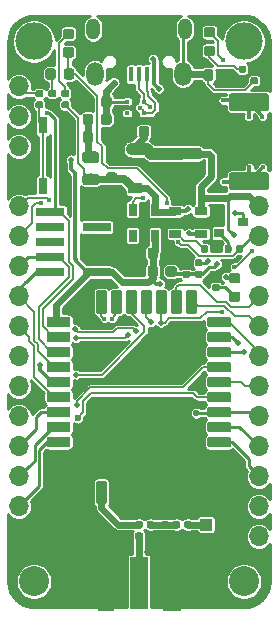
<source format=gtl>
G04 #@! TF.GenerationSoftware,KiCad,Pcbnew,(5.0.1-3-g963ef8bb5)*
G04 #@! TF.CreationDate,2019-02-28T22:02:17+01:00*
G04 #@! TF.ProjectId,TLM-breakout-v1,544C4D2D627265616B6F75742D76312E,1.0*
G04 #@! TF.SameCoordinates,Original*
G04 #@! TF.FileFunction,Copper,L1,Top,Mixed*
G04 #@! TF.FilePolarity,Positive*
%FSLAX46Y46*%
G04 Gerber Fmt 4.6, Leading zero omitted, Abs format (unit mm)*
G04 Created by KiCad (PCBNEW (5.0.1-3-g963ef8bb5)) date 2019 February 28, Thursday 22:02:17*
%MOMM*%
%LPD*%
G01*
G04 APERTURE LIST*
G04 #@! TA.AperFunction,Conductor*
%ADD10C,0.100000*%
G04 #@! TD*
G04 #@! TA.AperFunction,SMDPad,CuDef*
%ADD11C,0.590000*%
G04 #@! TD*
G04 #@! TA.AperFunction,SMDPad,CuDef*
%ADD12C,0.875000*%
G04 #@! TD*
G04 #@! TA.AperFunction,SMDPad,CuDef*
%ADD13R,1.200000X0.900000*%
G04 #@! TD*
G04 #@! TA.AperFunction,SMDPad,CuDef*
%ADD14C,0.975000*%
G04 #@! TD*
G04 #@! TA.AperFunction,SMDPad,CuDef*
%ADD15R,2.200000X1.050000*%
G04 #@! TD*
G04 #@! TA.AperFunction,SMDPad,CuDef*
%ADD16R,1.050000X1.000000*%
G04 #@! TD*
G04 #@! TA.AperFunction,SMDPad,CuDef*
%ADD17R,0.450000X1.300000*%
G04 #@! TD*
G04 #@! TA.AperFunction,ComponentPad*
%ADD18O,1.450000X2.000000*%
G04 #@! TD*
G04 #@! TA.AperFunction,ComponentPad*
%ADD19O,1.150000X1.800000*%
G04 #@! TD*
G04 #@! TA.AperFunction,SMDPad,CuDef*
%ADD20R,2.400000X0.740000*%
G04 #@! TD*
G04 #@! TA.AperFunction,SMDPad,CuDef*
%ADD21R,0.700000X1.450000*%
G04 #@! TD*
G04 #@! TA.AperFunction,ConnectorPad*
%ADD22C,0.900000*%
G04 #@! TD*
G04 #@! TA.AperFunction,SMDPad,CuDef*
%ADD23R,1.060000X0.650000*%
G04 #@! TD*
G04 #@! TA.AperFunction,SMDPad,CuDef*
%ADD24R,0.900000X0.800000*%
G04 #@! TD*
G04 #@! TA.AperFunction,SMDPad,CuDef*
%ADD25R,0.650000X1.060000*%
G04 #@! TD*
G04 #@! TA.AperFunction,ComponentPad*
%ADD26C,3.175000*%
G04 #@! TD*
G04 #@! TA.AperFunction,ComponentPad*
%ADD27C,2.540000*%
G04 #@! TD*
G04 #@! TA.AperFunction,ComponentPad*
%ADD28O,1.700000X1.700000*%
G04 #@! TD*
G04 #@! TA.AperFunction,SMDPad,CuDef*
%ADD29R,0.450000X0.300000*%
G04 #@! TD*
G04 #@! TA.AperFunction,SMDPad,CuDef*
%ADD30C,1.000000*%
G04 #@! TD*
G04 #@! TA.AperFunction,SMDPad,CuDef*
%ADD31C,1.500000*%
G04 #@! TD*
G04 #@! TA.AperFunction,SMDPad,CuDef*
%ADD32R,1.350000X4.700000*%
G04 #@! TD*
G04 #@! TA.AperFunction,SMDPad,CuDef*
%ADD33R,1.500000X4.700000*%
G04 #@! TD*
G04 #@! TA.AperFunction,SMDPad,CuDef*
%ADD34R,1.500000X4.400000*%
G04 #@! TD*
G04 #@! TA.AperFunction,ViaPad*
%ADD35C,0.400000*%
G04 #@! TD*
G04 #@! TA.AperFunction,ViaPad*
%ADD36C,0.550000*%
G04 #@! TD*
G04 #@! TA.AperFunction,ViaPad*
%ADD37C,0.500000*%
G04 #@! TD*
G04 #@! TA.AperFunction,ViaPad*
%ADD38C,0.350000*%
G04 #@! TD*
G04 #@! TA.AperFunction,ViaPad*
%ADD39C,0.600000*%
G04 #@! TD*
G04 #@! TA.AperFunction,Conductor*
%ADD40C,0.300000*%
G04 #@! TD*
G04 #@! TA.AperFunction,Conductor*
%ADD41C,0.600000*%
G04 #@! TD*
G04 #@! TA.AperFunction,Conductor*
%ADD42C,0.350000*%
G04 #@! TD*
G04 #@! TA.AperFunction,Conductor*
%ADD43C,0.200000*%
G04 #@! TD*
G04 #@! TA.AperFunction,Conductor*
%ADD44C,0.250000*%
G04 #@! TD*
G04 #@! TA.AperFunction,Conductor*
%ADD45C,0.180000*%
G04 #@! TD*
G04 #@! TA.AperFunction,Conductor*
%ADD46C,1.000000*%
G04 #@! TD*
G04 #@! TA.AperFunction,Conductor*
%ADD47C,0.152400*%
G04 #@! TD*
G04 #@! TA.AperFunction,Conductor*
%ADD48C,0.101600*%
G04 #@! TD*
G04 #@! TA.AperFunction,Conductor*
%ADD49C,0.254000*%
G04 #@! TD*
G04 APERTURE END LIST*
D10*
G04 #@! TO.N,Net-(C1-Pad1)*
G04 #@! TO.C,C1*
G36*
X138261358Y-111722110D02*
X138275676Y-111724234D01*
X138289717Y-111727751D01*
X138303346Y-111732628D01*
X138316431Y-111738817D01*
X138328847Y-111746258D01*
X138340473Y-111754881D01*
X138351198Y-111764602D01*
X138360919Y-111775327D01*
X138369542Y-111786953D01*
X138376983Y-111799369D01*
X138383172Y-111812454D01*
X138388049Y-111826083D01*
X138391566Y-111840124D01*
X138393690Y-111854442D01*
X138394400Y-111868900D01*
X138394400Y-112163900D01*
X138393690Y-112178358D01*
X138391566Y-112192676D01*
X138388049Y-112206717D01*
X138383172Y-112220346D01*
X138376983Y-112233431D01*
X138369542Y-112245847D01*
X138360919Y-112257473D01*
X138351198Y-112268198D01*
X138340473Y-112277919D01*
X138328847Y-112286542D01*
X138316431Y-112293983D01*
X138303346Y-112300172D01*
X138289717Y-112305049D01*
X138275676Y-112308566D01*
X138261358Y-112310690D01*
X138246900Y-112311400D01*
X137901900Y-112311400D01*
X137887442Y-112310690D01*
X137873124Y-112308566D01*
X137859083Y-112305049D01*
X137845454Y-112300172D01*
X137832369Y-112293983D01*
X137819953Y-112286542D01*
X137808327Y-112277919D01*
X137797602Y-112268198D01*
X137787881Y-112257473D01*
X137779258Y-112245847D01*
X137771817Y-112233431D01*
X137765628Y-112220346D01*
X137760751Y-112206717D01*
X137757234Y-112192676D01*
X137755110Y-112178358D01*
X137754400Y-112163900D01*
X137754400Y-111868900D01*
X137755110Y-111854442D01*
X137757234Y-111840124D01*
X137760751Y-111826083D01*
X137765628Y-111812454D01*
X137771817Y-111799369D01*
X137779258Y-111786953D01*
X137787881Y-111775327D01*
X137797602Y-111764602D01*
X137808327Y-111754881D01*
X137819953Y-111746258D01*
X137832369Y-111738817D01*
X137845454Y-111732628D01*
X137859083Y-111727751D01*
X137873124Y-111724234D01*
X137887442Y-111722110D01*
X137901900Y-111721400D01*
X138246900Y-111721400D01*
X138261358Y-111722110D01*
X138261358Y-111722110D01*
G37*
D11*
G04 #@! TD*
G04 #@! TO.P,C1,1*
G04 #@! TO.N,Net-(C1-Pad1)*
X138074400Y-112016400D03*
D10*
G04 #@! TO.N,GND*
G04 #@! TO.C,C1*
G36*
X138261358Y-110752110D02*
X138275676Y-110754234D01*
X138289717Y-110757751D01*
X138303346Y-110762628D01*
X138316431Y-110768817D01*
X138328847Y-110776258D01*
X138340473Y-110784881D01*
X138351198Y-110794602D01*
X138360919Y-110805327D01*
X138369542Y-110816953D01*
X138376983Y-110829369D01*
X138383172Y-110842454D01*
X138388049Y-110856083D01*
X138391566Y-110870124D01*
X138393690Y-110884442D01*
X138394400Y-110898900D01*
X138394400Y-111193900D01*
X138393690Y-111208358D01*
X138391566Y-111222676D01*
X138388049Y-111236717D01*
X138383172Y-111250346D01*
X138376983Y-111263431D01*
X138369542Y-111275847D01*
X138360919Y-111287473D01*
X138351198Y-111298198D01*
X138340473Y-111307919D01*
X138328847Y-111316542D01*
X138316431Y-111323983D01*
X138303346Y-111330172D01*
X138289717Y-111335049D01*
X138275676Y-111338566D01*
X138261358Y-111340690D01*
X138246900Y-111341400D01*
X137901900Y-111341400D01*
X137887442Y-111340690D01*
X137873124Y-111338566D01*
X137859083Y-111335049D01*
X137845454Y-111330172D01*
X137832369Y-111323983D01*
X137819953Y-111316542D01*
X137808327Y-111307919D01*
X137797602Y-111298198D01*
X137787881Y-111287473D01*
X137779258Y-111275847D01*
X137771817Y-111263431D01*
X137765628Y-111250346D01*
X137760751Y-111236717D01*
X137757234Y-111222676D01*
X137755110Y-111208358D01*
X137754400Y-111193900D01*
X137754400Y-110898900D01*
X137755110Y-110884442D01*
X137757234Y-110870124D01*
X137760751Y-110856083D01*
X137765628Y-110842454D01*
X137771817Y-110829369D01*
X137779258Y-110816953D01*
X137787881Y-110805327D01*
X137797602Y-110794602D01*
X137808327Y-110784881D01*
X137819953Y-110776258D01*
X137832369Y-110768817D01*
X137845454Y-110762628D01*
X137859083Y-110757751D01*
X137873124Y-110754234D01*
X137887442Y-110752110D01*
X137901900Y-110751400D01*
X138246900Y-110751400D01*
X138261358Y-110752110D01*
X138261358Y-110752110D01*
G37*
D11*
G04 #@! TD*
G04 #@! TO.P,C1,2*
G04 #@! TO.N,GND*
X138074400Y-111046400D03*
D10*
G04 #@! TO.N,+BATT*
G04 #@! TO.C,C2*
G36*
X136540190Y-78276053D02*
X136561425Y-78279203D01*
X136582249Y-78284419D01*
X136602461Y-78291651D01*
X136621867Y-78300830D01*
X136640280Y-78311866D01*
X136657523Y-78324654D01*
X136673429Y-78339070D01*
X136687845Y-78354976D01*
X136700633Y-78372219D01*
X136711669Y-78390632D01*
X136720848Y-78410038D01*
X136728080Y-78430250D01*
X136733296Y-78451074D01*
X136736446Y-78472309D01*
X136737499Y-78493750D01*
X136737499Y-79006250D01*
X136736446Y-79027691D01*
X136733296Y-79048926D01*
X136728080Y-79069750D01*
X136720848Y-79089962D01*
X136711669Y-79109368D01*
X136700633Y-79127781D01*
X136687845Y-79145024D01*
X136673429Y-79160930D01*
X136657523Y-79175346D01*
X136640280Y-79188134D01*
X136621867Y-79199170D01*
X136602461Y-79208349D01*
X136582249Y-79215581D01*
X136561425Y-79220797D01*
X136540190Y-79223947D01*
X136518749Y-79225000D01*
X136081249Y-79225000D01*
X136059808Y-79223947D01*
X136038573Y-79220797D01*
X136017749Y-79215581D01*
X135997537Y-79208349D01*
X135978131Y-79199170D01*
X135959718Y-79188134D01*
X135942475Y-79175346D01*
X135926569Y-79160930D01*
X135912153Y-79145024D01*
X135899365Y-79127781D01*
X135888329Y-79109368D01*
X135879150Y-79089962D01*
X135871918Y-79069750D01*
X135866702Y-79048926D01*
X135863552Y-79027691D01*
X135862499Y-79006250D01*
X135862499Y-78493750D01*
X135863552Y-78472309D01*
X135866702Y-78451074D01*
X135871918Y-78430250D01*
X135879150Y-78410038D01*
X135888329Y-78390632D01*
X135899365Y-78372219D01*
X135912153Y-78354976D01*
X135926569Y-78339070D01*
X135942475Y-78324654D01*
X135959718Y-78311866D01*
X135978131Y-78300830D01*
X135997537Y-78291651D01*
X136017749Y-78284419D01*
X136038573Y-78279203D01*
X136059808Y-78276053D01*
X136081249Y-78275000D01*
X136518749Y-78275000D01*
X136540190Y-78276053D01*
X136540190Y-78276053D01*
G37*
D12*
G04 #@! TD*
G04 #@! TO.P,C2,2*
G04 #@! TO.N,+BATT*
X136299999Y-78750000D03*
D10*
G04 #@! TO.N,GND*
G04 #@! TO.C,C2*
G36*
X134965190Y-78276053D02*
X134986425Y-78279203D01*
X135007249Y-78284419D01*
X135027461Y-78291651D01*
X135046867Y-78300830D01*
X135065280Y-78311866D01*
X135082523Y-78324654D01*
X135098429Y-78339070D01*
X135112845Y-78354976D01*
X135125633Y-78372219D01*
X135136669Y-78390632D01*
X135145848Y-78410038D01*
X135153080Y-78430250D01*
X135158296Y-78451074D01*
X135161446Y-78472309D01*
X135162499Y-78493750D01*
X135162499Y-79006250D01*
X135161446Y-79027691D01*
X135158296Y-79048926D01*
X135153080Y-79069750D01*
X135145848Y-79089962D01*
X135136669Y-79109368D01*
X135125633Y-79127781D01*
X135112845Y-79145024D01*
X135098429Y-79160930D01*
X135082523Y-79175346D01*
X135065280Y-79188134D01*
X135046867Y-79199170D01*
X135027461Y-79208349D01*
X135007249Y-79215581D01*
X134986425Y-79220797D01*
X134965190Y-79223947D01*
X134943749Y-79225000D01*
X134506249Y-79225000D01*
X134484808Y-79223947D01*
X134463573Y-79220797D01*
X134442749Y-79215581D01*
X134422537Y-79208349D01*
X134403131Y-79199170D01*
X134384718Y-79188134D01*
X134367475Y-79175346D01*
X134351569Y-79160930D01*
X134337153Y-79145024D01*
X134324365Y-79127781D01*
X134313329Y-79109368D01*
X134304150Y-79089962D01*
X134296918Y-79069750D01*
X134291702Y-79048926D01*
X134288552Y-79027691D01*
X134287499Y-79006250D01*
X134287499Y-78493750D01*
X134288552Y-78472309D01*
X134291702Y-78451074D01*
X134296918Y-78430250D01*
X134304150Y-78410038D01*
X134313329Y-78390632D01*
X134324365Y-78372219D01*
X134337153Y-78354976D01*
X134351569Y-78339070D01*
X134367475Y-78324654D01*
X134384718Y-78311866D01*
X134403131Y-78300830D01*
X134422537Y-78291651D01*
X134442749Y-78284419D01*
X134463573Y-78279203D01*
X134484808Y-78276053D01*
X134506249Y-78275000D01*
X134943749Y-78275000D01*
X134965190Y-78276053D01*
X134965190Y-78276053D01*
G37*
D12*
G04 #@! TD*
G04 #@! TO.P,C2,1*
G04 #@! TO.N,GND*
X134724999Y-78750000D03*
D10*
G04 #@! TO.N,VBUS*
G04 #@! TO.C,C3*
G36*
X133867691Y-82201053D02*
X133888926Y-82204203D01*
X133909750Y-82209419D01*
X133929962Y-82216651D01*
X133949368Y-82225830D01*
X133967781Y-82236866D01*
X133985024Y-82249654D01*
X134000930Y-82264070D01*
X134015346Y-82279976D01*
X134028134Y-82297219D01*
X134039170Y-82315632D01*
X134048349Y-82335038D01*
X134055581Y-82355250D01*
X134060797Y-82376074D01*
X134063947Y-82397309D01*
X134065000Y-82418750D01*
X134065000Y-82856250D01*
X134063947Y-82877691D01*
X134060797Y-82898926D01*
X134055581Y-82919750D01*
X134048349Y-82939962D01*
X134039170Y-82959368D01*
X134028134Y-82977781D01*
X134015346Y-82995024D01*
X134000930Y-83010930D01*
X133985024Y-83025346D01*
X133967781Y-83038134D01*
X133949368Y-83049170D01*
X133929962Y-83058349D01*
X133909750Y-83065581D01*
X133888926Y-83070797D01*
X133867691Y-83073947D01*
X133846250Y-83075000D01*
X133333750Y-83075000D01*
X133312309Y-83073947D01*
X133291074Y-83070797D01*
X133270250Y-83065581D01*
X133250038Y-83058349D01*
X133230632Y-83049170D01*
X133212219Y-83038134D01*
X133194976Y-83025346D01*
X133179070Y-83010930D01*
X133164654Y-82995024D01*
X133151866Y-82977781D01*
X133140830Y-82959368D01*
X133131651Y-82939962D01*
X133124419Y-82919750D01*
X133119203Y-82898926D01*
X133116053Y-82877691D01*
X133115000Y-82856250D01*
X133115000Y-82418750D01*
X133116053Y-82397309D01*
X133119203Y-82376074D01*
X133124419Y-82355250D01*
X133131651Y-82335038D01*
X133140830Y-82315632D01*
X133151866Y-82297219D01*
X133164654Y-82279976D01*
X133179070Y-82264070D01*
X133194976Y-82249654D01*
X133212219Y-82236866D01*
X133230632Y-82225830D01*
X133250038Y-82216651D01*
X133270250Y-82209419D01*
X133291074Y-82204203D01*
X133312309Y-82201053D01*
X133333750Y-82200000D01*
X133846250Y-82200000D01*
X133867691Y-82201053D01*
X133867691Y-82201053D01*
G37*
D12*
G04 #@! TD*
G04 #@! TO.P,C3,1*
G04 #@! TO.N,VBUS*
X133590000Y-82637500D03*
D10*
G04 #@! TO.N,GND*
G04 #@! TO.C,C3*
G36*
X133867691Y-80626053D02*
X133888926Y-80629203D01*
X133909750Y-80634419D01*
X133929962Y-80641651D01*
X133949368Y-80650830D01*
X133967781Y-80661866D01*
X133985024Y-80674654D01*
X134000930Y-80689070D01*
X134015346Y-80704976D01*
X134028134Y-80722219D01*
X134039170Y-80740632D01*
X134048349Y-80760038D01*
X134055581Y-80780250D01*
X134060797Y-80801074D01*
X134063947Y-80822309D01*
X134065000Y-80843750D01*
X134065000Y-81281250D01*
X134063947Y-81302691D01*
X134060797Y-81323926D01*
X134055581Y-81344750D01*
X134048349Y-81364962D01*
X134039170Y-81384368D01*
X134028134Y-81402781D01*
X134015346Y-81420024D01*
X134000930Y-81435930D01*
X133985024Y-81450346D01*
X133967781Y-81463134D01*
X133949368Y-81474170D01*
X133929962Y-81483349D01*
X133909750Y-81490581D01*
X133888926Y-81495797D01*
X133867691Y-81498947D01*
X133846250Y-81500000D01*
X133333750Y-81500000D01*
X133312309Y-81498947D01*
X133291074Y-81495797D01*
X133270250Y-81490581D01*
X133250038Y-81483349D01*
X133230632Y-81474170D01*
X133212219Y-81463134D01*
X133194976Y-81450346D01*
X133179070Y-81435930D01*
X133164654Y-81420024D01*
X133151866Y-81402781D01*
X133140830Y-81384368D01*
X133131651Y-81364962D01*
X133124419Y-81344750D01*
X133119203Y-81323926D01*
X133116053Y-81302691D01*
X133115000Y-81281250D01*
X133115000Y-80843750D01*
X133116053Y-80822309D01*
X133119203Y-80801074D01*
X133124419Y-80780250D01*
X133131651Y-80760038D01*
X133140830Y-80740632D01*
X133151866Y-80722219D01*
X133164654Y-80704976D01*
X133179070Y-80689070D01*
X133194976Y-80674654D01*
X133212219Y-80661866D01*
X133230632Y-80650830D01*
X133250038Y-80641651D01*
X133270250Y-80634419D01*
X133291074Y-80629203D01*
X133312309Y-80626053D01*
X133333750Y-80625000D01*
X133846250Y-80625000D01*
X133867691Y-80626053D01*
X133867691Y-80626053D01*
G37*
D12*
G04 #@! TD*
G04 #@! TO.P,C3,2*
G04 #@! TO.N,GND*
X133590000Y-81062500D03*
D10*
G04 #@! TO.N,GND*
G04 #@! TO.C,C4*
G36*
X135727191Y-90076053D02*
X135748426Y-90079203D01*
X135769250Y-90084419D01*
X135789462Y-90091651D01*
X135808868Y-90100830D01*
X135827281Y-90111866D01*
X135844524Y-90124654D01*
X135860430Y-90139070D01*
X135874846Y-90154976D01*
X135887634Y-90172219D01*
X135898670Y-90190632D01*
X135907849Y-90210038D01*
X135915081Y-90230250D01*
X135920297Y-90251074D01*
X135923447Y-90272309D01*
X135924500Y-90293750D01*
X135924500Y-90806250D01*
X135923447Y-90827691D01*
X135920297Y-90848926D01*
X135915081Y-90869750D01*
X135907849Y-90889962D01*
X135898670Y-90909368D01*
X135887634Y-90927781D01*
X135874846Y-90945024D01*
X135860430Y-90960930D01*
X135844524Y-90975346D01*
X135827281Y-90988134D01*
X135808868Y-90999170D01*
X135789462Y-91008349D01*
X135769250Y-91015581D01*
X135748426Y-91020797D01*
X135727191Y-91023947D01*
X135705750Y-91025000D01*
X135268250Y-91025000D01*
X135246809Y-91023947D01*
X135225574Y-91020797D01*
X135204750Y-91015581D01*
X135184538Y-91008349D01*
X135165132Y-90999170D01*
X135146719Y-90988134D01*
X135129476Y-90975346D01*
X135113570Y-90960930D01*
X135099154Y-90945024D01*
X135086366Y-90927781D01*
X135075330Y-90909368D01*
X135066151Y-90889962D01*
X135058919Y-90869750D01*
X135053703Y-90848926D01*
X135050553Y-90827691D01*
X135049500Y-90806250D01*
X135049500Y-90293750D01*
X135050553Y-90272309D01*
X135053703Y-90251074D01*
X135058919Y-90230250D01*
X135066151Y-90210038D01*
X135075330Y-90190632D01*
X135086366Y-90172219D01*
X135099154Y-90154976D01*
X135113570Y-90139070D01*
X135129476Y-90124654D01*
X135146719Y-90111866D01*
X135165132Y-90100830D01*
X135184538Y-90091651D01*
X135204750Y-90084419D01*
X135225574Y-90079203D01*
X135246809Y-90076053D01*
X135268250Y-90075000D01*
X135705750Y-90075000D01*
X135727191Y-90076053D01*
X135727191Y-90076053D01*
G37*
D12*
G04 #@! TD*
G04 #@! TO.P,C4,2*
G04 #@! TO.N,GND*
X135487000Y-90550000D03*
D10*
G04 #@! TO.N,+3V3*
G04 #@! TO.C,C4*
G36*
X137302191Y-90076053D02*
X137323426Y-90079203D01*
X137344250Y-90084419D01*
X137364462Y-90091651D01*
X137383868Y-90100830D01*
X137402281Y-90111866D01*
X137419524Y-90124654D01*
X137435430Y-90139070D01*
X137449846Y-90154976D01*
X137462634Y-90172219D01*
X137473670Y-90190632D01*
X137482849Y-90210038D01*
X137490081Y-90230250D01*
X137495297Y-90251074D01*
X137498447Y-90272309D01*
X137499500Y-90293750D01*
X137499500Y-90806250D01*
X137498447Y-90827691D01*
X137495297Y-90848926D01*
X137490081Y-90869750D01*
X137482849Y-90889962D01*
X137473670Y-90909368D01*
X137462634Y-90927781D01*
X137449846Y-90945024D01*
X137435430Y-90960930D01*
X137419524Y-90975346D01*
X137402281Y-90988134D01*
X137383868Y-90999170D01*
X137364462Y-91008349D01*
X137344250Y-91015581D01*
X137323426Y-91020797D01*
X137302191Y-91023947D01*
X137280750Y-91025000D01*
X136843250Y-91025000D01*
X136821809Y-91023947D01*
X136800574Y-91020797D01*
X136779750Y-91015581D01*
X136759538Y-91008349D01*
X136740132Y-90999170D01*
X136721719Y-90988134D01*
X136704476Y-90975346D01*
X136688570Y-90960930D01*
X136674154Y-90945024D01*
X136661366Y-90927781D01*
X136650330Y-90909368D01*
X136641151Y-90889962D01*
X136633919Y-90869750D01*
X136628703Y-90848926D01*
X136625553Y-90827691D01*
X136624500Y-90806250D01*
X136624500Y-90293750D01*
X136625553Y-90272309D01*
X136628703Y-90251074D01*
X136633919Y-90230250D01*
X136641151Y-90210038D01*
X136650330Y-90190632D01*
X136661366Y-90172219D01*
X136674154Y-90154976D01*
X136688570Y-90139070D01*
X136704476Y-90124654D01*
X136721719Y-90111866D01*
X136740132Y-90100830D01*
X136759538Y-90091651D01*
X136779750Y-90084419D01*
X136800574Y-90079203D01*
X136821809Y-90076053D01*
X136843250Y-90075000D01*
X137280750Y-90075000D01*
X137302191Y-90076053D01*
X137302191Y-90076053D01*
G37*
D12*
G04 #@! TD*
G04 #@! TO.P,C4,1*
G04 #@! TO.N,+3V3*
X137062000Y-90550000D03*
D10*
G04 #@! TO.N,+3V3*
G04 #@! TO.C,C5*
G36*
X137302191Y-88570153D02*
X137323426Y-88573303D01*
X137344250Y-88578519D01*
X137364462Y-88585751D01*
X137383868Y-88594930D01*
X137402281Y-88605966D01*
X137419524Y-88618754D01*
X137435430Y-88633170D01*
X137449846Y-88649076D01*
X137462634Y-88666319D01*
X137473670Y-88684732D01*
X137482849Y-88704138D01*
X137490081Y-88724350D01*
X137495297Y-88745174D01*
X137498447Y-88766409D01*
X137499500Y-88787850D01*
X137499500Y-89300350D01*
X137498447Y-89321791D01*
X137495297Y-89343026D01*
X137490081Y-89363850D01*
X137482849Y-89384062D01*
X137473670Y-89403468D01*
X137462634Y-89421881D01*
X137449846Y-89439124D01*
X137435430Y-89455030D01*
X137419524Y-89469446D01*
X137402281Y-89482234D01*
X137383868Y-89493270D01*
X137364462Y-89502449D01*
X137344250Y-89509681D01*
X137323426Y-89514897D01*
X137302191Y-89518047D01*
X137280750Y-89519100D01*
X136843250Y-89519100D01*
X136821809Y-89518047D01*
X136800574Y-89514897D01*
X136779750Y-89509681D01*
X136759538Y-89502449D01*
X136740132Y-89493270D01*
X136721719Y-89482234D01*
X136704476Y-89469446D01*
X136688570Y-89455030D01*
X136674154Y-89439124D01*
X136661366Y-89421881D01*
X136650330Y-89403468D01*
X136641151Y-89384062D01*
X136633919Y-89363850D01*
X136628703Y-89343026D01*
X136625553Y-89321791D01*
X136624500Y-89300350D01*
X136624500Y-88787850D01*
X136625553Y-88766409D01*
X136628703Y-88745174D01*
X136633919Y-88724350D01*
X136641151Y-88704138D01*
X136650330Y-88684732D01*
X136661366Y-88666319D01*
X136674154Y-88649076D01*
X136688570Y-88633170D01*
X136704476Y-88618754D01*
X136721719Y-88605966D01*
X136740132Y-88594930D01*
X136759538Y-88585751D01*
X136779750Y-88578519D01*
X136800574Y-88573303D01*
X136821809Y-88570153D01*
X136843250Y-88569100D01*
X137280750Y-88569100D01*
X137302191Y-88570153D01*
X137302191Y-88570153D01*
G37*
D12*
G04 #@! TD*
G04 #@! TO.P,C5,1*
G04 #@! TO.N,+3V3*
X137062000Y-89044100D03*
D10*
G04 #@! TO.N,GND*
G04 #@! TO.C,C5*
G36*
X135727191Y-88570153D02*
X135748426Y-88573303D01*
X135769250Y-88578519D01*
X135789462Y-88585751D01*
X135808868Y-88594930D01*
X135827281Y-88605966D01*
X135844524Y-88618754D01*
X135860430Y-88633170D01*
X135874846Y-88649076D01*
X135887634Y-88666319D01*
X135898670Y-88684732D01*
X135907849Y-88704138D01*
X135915081Y-88724350D01*
X135920297Y-88745174D01*
X135923447Y-88766409D01*
X135924500Y-88787850D01*
X135924500Y-89300350D01*
X135923447Y-89321791D01*
X135920297Y-89343026D01*
X135915081Y-89363850D01*
X135907849Y-89384062D01*
X135898670Y-89403468D01*
X135887634Y-89421881D01*
X135874846Y-89439124D01*
X135860430Y-89455030D01*
X135844524Y-89469446D01*
X135827281Y-89482234D01*
X135808868Y-89493270D01*
X135789462Y-89502449D01*
X135769250Y-89509681D01*
X135748426Y-89514897D01*
X135727191Y-89518047D01*
X135705750Y-89519100D01*
X135268250Y-89519100D01*
X135246809Y-89518047D01*
X135225574Y-89514897D01*
X135204750Y-89509681D01*
X135184538Y-89502449D01*
X135165132Y-89493270D01*
X135146719Y-89482234D01*
X135129476Y-89469446D01*
X135113570Y-89455030D01*
X135099154Y-89439124D01*
X135086366Y-89421881D01*
X135075330Y-89403468D01*
X135066151Y-89384062D01*
X135058919Y-89363850D01*
X135053703Y-89343026D01*
X135050553Y-89321791D01*
X135049500Y-89300350D01*
X135049500Y-88787850D01*
X135050553Y-88766409D01*
X135053703Y-88745174D01*
X135058919Y-88724350D01*
X135066151Y-88704138D01*
X135075330Y-88684732D01*
X135086366Y-88666319D01*
X135099154Y-88649076D01*
X135113570Y-88633170D01*
X135129476Y-88618754D01*
X135146719Y-88605966D01*
X135165132Y-88594930D01*
X135184538Y-88585751D01*
X135204750Y-88578519D01*
X135225574Y-88573303D01*
X135246809Y-88570153D01*
X135268250Y-88569100D01*
X135705750Y-88569100D01*
X135727191Y-88570153D01*
X135727191Y-88570153D01*
G37*
D12*
G04 #@! TD*
G04 #@! TO.P,C5,2*
G04 #@! TO.N,GND*
X135487000Y-89044100D03*
D10*
G04 #@! TO.N,GND*
G04 #@! TO.C,C6*
G36*
X131802691Y-75726053D02*
X131823926Y-75729203D01*
X131844750Y-75734419D01*
X131864962Y-75741651D01*
X131884368Y-75750830D01*
X131902781Y-75761866D01*
X131920024Y-75774654D01*
X131935930Y-75789070D01*
X131950346Y-75804976D01*
X131963134Y-75822219D01*
X131974170Y-75840632D01*
X131983349Y-75860038D01*
X131990581Y-75880250D01*
X131995797Y-75901074D01*
X131998947Y-75922309D01*
X132000000Y-75943750D01*
X132000000Y-76456250D01*
X131998947Y-76477691D01*
X131995797Y-76498926D01*
X131990581Y-76519750D01*
X131983349Y-76539962D01*
X131974170Y-76559368D01*
X131963134Y-76577781D01*
X131950346Y-76595024D01*
X131935930Y-76610930D01*
X131920024Y-76625346D01*
X131902781Y-76638134D01*
X131884368Y-76649170D01*
X131864962Y-76658349D01*
X131844750Y-76665581D01*
X131823926Y-76670797D01*
X131802691Y-76673947D01*
X131781250Y-76675000D01*
X131343750Y-76675000D01*
X131322309Y-76673947D01*
X131301074Y-76670797D01*
X131280250Y-76665581D01*
X131260038Y-76658349D01*
X131240632Y-76649170D01*
X131222219Y-76638134D01*
X131204976Y-76625346D01*
X131189070Y-76610930D01*
X131174654Y-76595024D01*
X131161866Y-76577781D01*
X131150830Y-76559368D01*
X131141651Y-76539962D01*
X131134419Y-76519750D01*
X131129203Y-76498926D01*
X131126053Y-76477691D01*
X131125000Y-76456250D01*
X131125000Y-75943750D01*
X131126053Y-75922309D01*
X131129203Y-75901074D01*
X131134419Y-75880250D01*
X131141651Y-75860038D01*
X131150830Y-75840632D01*
X131161866Y-75822219D01*
X131174654Y-75804976D01*
X131189070Y-75789070D01*
X131204976Y-75774654D01*
X131222219Y-75761866D01*
X131240632Y-75750830D01*
X131260038Y-75741651D01*
X131280250Y-75734419D01*
X131301074Y-75729203D01*
X131322309Y-75726053D01*
X131343750Y-75725000D01*
X131781250Y-75725000D01*
X131802691Y-75726053D01*
X131802691Y-75726053D01*
G37*
D12*
G04 #@! TD*
G04 #@! TO.P,C6,2*
G04 #@! TO.N,GND*
X131562500Y-76200000D03*
D10*
G04 #@! TO.N,Net-(C6-Pad1)*
G04 #@! TO.C,C6*
G36*
X133377691Y-75726053D02*
X133398926Y-75729203D01*
X133419750Y-75734419D01*
X133439962Y-75741651D01*
X133459368Y-75750830D01*
X133477781Y-75761866D01*
X133495024Y-75774654D01*
X133510930Y-75789070D01*
X133525346Y-75804976D01*
X133538134Y-75822219D01*
X133549170Y-75840632D01*
X133558349Y-75860038D01*
X133565581Y-75880250D01*
X133570797Y-75901074D01*
X133573947Y-75922309D01*
X133575000Y-75943750D01*
X133575000Y-76456250D01*
X133573947Y-76477691D01*
X133570797Y-76498926D01*
X133565581Y-76519750D01*
X133558349Y-76539962D01*
X133549170Y-76559368D01*
X133538134Y-76577781D01*
X133525346Y-76595024D01*
X133510930Y-76610930D01*
X133495024Y-76625346D01*
X133477781Y-76638134D01*
X133459368Y-76649170D01*
X133439962Y-76658349D01*
X133419750Y-76665581D01*
X133398926Y-76670797D01*
X133377691Y-76673947D01*
X133356250Y-76675000D01*
X132918750Y-76675000D01*
X132897309Y-76673947D01*
X132876074Y-76670797D01*
X132855250Y-76665581D01*
X132835038Y-76658349D01*
X132815632Y-76649170D01*
X132797219Y-76638134D01*
X132779976Y-76625346D01*
X132764070Y-76610930D01*
X132749654Y-76595024D01*
X132736866Y-76577781D01*
X132725830Y-76559368D01*
X132716651Y-76539962D01*
X132709419Y-76519750D01*
X132704203Y-76498926D01*
X132701053Y-76477691D01*
X132700000Y-76456250D01*
X132700000Y-75943750D01*
X132701053Y-75922309D01*
X132704203Y-75901074D01*
X132709419Y-75880250D01*
X132716651Y-75860038D01*
X132725830Y-75840632D01*
X132736866Y-75822219D01*
X132749654Y-75804976D01*
X132764070Y-75789070D01*
X132779976Y-75774654D01*
X132797219Y-75761866D01*
X132815632Y-75750830D01*
X132835038Y-75741651D01*
X132855250Y-75734419D01*
X132876074Y-75729203D01*
X132897309Y-75726053D01*
X132918750Y-75725000D01*
X133356250Y-75725000D01*
X133377691Y-75726053D01*
X133377691Y-75726053D01*
G37*
D12*
G04 #@! TD*
G04 #@! TO.P,C6,1*
G04 #@! TO.N,Net-(C6-Pad1)*
X133137500Y-76200000D03*
D10*
G04 #@! TO.N,Net-(C7-Pad1)*
G04 #@! TO.C,C7*
G36*
X131802691Y-78727253D02*
X131823926Y-78730403D01*
X131844750Y-78735619D01*
X131864962Y-78742851D01*
X131884368Y-78752030D01*
X131902781Y-78763066D01*
X131920024Y-78775854D01*
X131935930Y-78790270D01*
X131950346Y-78806176D01*
X131963134Y-78823419D01*
X131974170Y-78841832D01*
X131983349Y-78861238D01*
X131990581Y-78881450D01*
X131995797Y-78902274D01*
X131998947Y-78923509D01*
X132000000Y-78944950D01*
X132000000Y-79457450D01*
X131998947Y-79478891D01*
X131995797Y-79500126D01*
X131990581Y-79520950D01*
X131983349Y-79541162D01*
X131974170Y-79560568D01*
X131963134Y-79578981D01*
X131950346Y-79596224D01*
X131935930Y-79612130D01*
X131920024Y-79626546D01*
X131902781Y-79639334D01*
X131884368Y-79650370D01*
X131864962Y-79659549D01*
X131844750Y-79666781D01*
X131823926Y-79671997D01*
X131802691Y-79675147D01*
X131781250Y-79676200D01*
X131343750Y-79676200D01*
X131322309Y-79675147D01*
X131301074Y-79671997D01*
X131280250Y-79666781D01*
X131260038Y-79659549D01*
X131240632Y-79650370D01*
X131222219Y-79639334D01*
X131204976Y-79626546D01*
X131189070Y-79612130D01*
X131174654Y-79596224D01*
X131161866Y-79578981D01*
X131150830Y-79560568D01*
X131141651Y-79541162D01*
X131134419Y-79520950D01*
X131129203Y-79500126D01*
X131126053Y-79478891D01*
X131125000Y-79457450D01*
X131125000Y-78944950D01*
X131126053Y-78923509D01*
X131129203Y-78902274D01*
X131134419Y-78881450D01*
X131141651Y-78861238D01*
X131150830Y-78841832D01*
X131161866Y-78823419D01*
X131174654Y-78806176D01*
X131189070Y-78790270D01*
X131204976Y-78775854D01*
X131222219Y-78763066D01*
X131240632Y-78752030D01*
X131260038Y-78742851D01*
X131280250Y-78735619D01*
X131301074Y-78730403D01*
X131322309Y-78727253D01*
X131343750Y-78726200D01*
X131781250Y-78726200D01*
X131802691Y-78727253D01*
X131802691Y-78727253D01*
G37*
D12*
G04 #@! TD*
G04 #@! TO.P,C7,1*
G04 #@! TO.N,Net-(C7-Pad1)*
X131562500Y-79201200D03*
D10*
G04 #@! TO.N,GND*
G04 #@! TO.C,C7*
G36*
X133377691Y-78727253D02*
X133398926Y-78730403D01*
X133419750Y-78735619D01*
X133439962Y-78742851D01*
X133459368Y-78752030D01*
X133477781Y-78763066D01*
X133495024Y-78775854D01*
X133510930Y-78790270D01*
X133525346Y-78806176D01*
X133538134Y-78823419D01*
X133549170Y-78841832D01*
X133558349Y-78861238D01*
X133565581Y-78881450D01*
X133570797Y-78902274D01*
X133573947Y-78923509D01*
X133575000Y-78944950D01*
X133575000Y-79457450D01*
X133573947Y-79478891D01*
X133570797Y-79500126D01*
X133565581Y-79520950D01*
X133558349Y-79541162D01*
X133549170Y-79560568D01*
X133538134Y-79578981D01*
X133525346Y-79596224D01*
X133510930Y-79612130D01*
X133495024Y-79626546D01*
X133477781Y-79639334D01*
X133459368Y-79650370D01*
X133439962Y-79659549D01*
X133419750Y-79666781D01*
X133398926Y-79671997D01*
X133377691Y-79675147D01*
X133356250Y-79676200D01*
X132918750Y-79676200D01*
X132897309Y-79675147D01*
X132876074Y-79671997D01*
X132855250Y-79666781D01*
X132835038Y-79659549D01*
X132815632Y-79650370D01*
X132797219Y-79639334D01*
X132779976Y-79626546D01*
X132764070Y-79612130D01*
X132749654Y-79596224D01*
X132736866Y-79578981D01*
X132725830Y-79560568D01*
X132716651Y-79541162D01*
X132709419Y-79520950D01*
X132704203Y-79500126D01*
X132701053Y-79478891D01*
X132700000Y-79457450D01*
X132700000Y-78944950D01*
X132701053Y-78923509D01*
X132704203Y-78902274D01*
X132709419Y-78881450D01*
X132716651Y-78861238D01*
X132725830Y-78841832D01*
X132736866Y-78823419D01*
X132749654Y-78806176D01*
X132764070Y-78790270D01*
X132779976Y-78775854D01*
X132797219Y-78763066D01*
X132815632Y-78752030D01*
X132835038Y-78742851D01*
X132855250Y-78735619D01*
X132876074Y-78730403D01*
X132897309Y-78727253D01*
X132918750Y-78726200D01*
X133356250Y-78726200D01*
X133377691Y-78727253D01*
X133377691Y-78727253D01*
G37*
D12*
G04 #@! TD*
G04 #@! TO.P,C7,2*
G04 #@! TO.N,GND*
X133137500Y-79201200D03*
D10*
G04 #@! TO.N,GND*
G04 #@! TO.C,C8*
G36*
X143577691Y-73476053D02*
X143598926Y-73479203D01*
X143619750Y-73484419D01*
X143639962Y-73491651D01*
X143659368Y-73500830D01*
X143677781Y-73511866D01*
X143695024Y-73524654D01*
X143710930Y-73539070D01*
X143725346Y-73554976D01*
X143738134Y-73572219D01*
X143749170Y-73590632D01*
X143758349Y-73610038D01*
X143765581Y-73630250D01*
X143770797Y-73651074D01*
X143773947Y-73672309D01*
X143775000Y-73693750D01*
X143775000Y-74206250D01*
X143773947Y-74227691D01*
X143770797Y-74248926D01*
X143765581Y-74269750D01*
X143758349Y-74289962D01*
X143749170Y-74309368D01*
X143738134Y-74327781D01*
X143725346Y-74345024D01*
X143710930Y-74360930D01*
X143695024Y-74375346D01*
X143677781Y-74388134D01*
X143659368Y-74399170D01*
X143639962Y-74408349D01*
X143619750Y-74415581D01*
X143598926Y-74420797D01*
X143577691Y-74423947D01*
X143556250Y-74425000D01*
X143118750Y-74425000D01*
X143097309Y-74423947D01*
X143076074Y-74420797D01*
X143055250Y-74415581D01*
X143035038Y-74408349D01*
X143015632Y-74399170D01*
X142997219Y-74388134D01*
X142979976Y-74375346D01*
X142964070Y-74360930D01*
X142949654Y-74345024D01*
X142936866Y-74327781D01*
X142925830Y-74309368D01*
X142916651Y-74289962D01*
X142909419Y-74269750D01*
X142904203Y-74248926D01*
X142901053Y-74227691D01*
X142900000Y-74206250D01*
X142900000Y-73693750D01*
X142901053Y-73672309D01*
X142904203Y-73651074D01*
X142909419Y-73630250D01*
X142916651Y-73610038D01*
X142925830Y-73590632D01*
X142936866Y-73572219D01*
X142949654Y-73554976D01*
X142964070Y-73539070D01*
X142979976Y-73524654D01*
X142997219Y-73511866D01*
X143015632Y-73500830D01*
X143035038Y-73491651D01*
X143055250Y-73484419D01*
X143076074Y-73479203D01*
X143097309Y-73476053D01*
X143118750Y-73475000D01*
X143556250Y-73475000D01*
X143577691Y-73476053D01*
X143577691Y-73476053D01*
G37*
D12*
G04 #@! TD*
G04 #@! TO.P,C8,1*
G04 #@! TO.N,GND*
X143337500Y-73950000D03*
D10*
G04 #@! TO.N,Net-(C8-Pad2)*
G04 #@! TO.C,C8*
G36*
X142002691Y-73476053D02*
X142023926Y-73479203D01*
X142044750Y-73484419D01*
X142064962Y-73491651D01*
X142084368Y-73500830D01*
X142102781Y-73511866D01*
X142120024Y-73524654D01*
X142135930Y-73539070D01*
X142150346Y-73554976D01*
X142163134Y-73572219D01*
X142174170Y-73590632D01*
X142183349Y-73610038D01*
X142190581Y-73630250D01*
X142195797Y-73651074D01*
X142198947Y-73672309D01*
X142200000Y-73693750D01*
X142200000Y-74206250D01*
X142198947Y-74227691D01*
X142195797Y-74248926D01*
X142190581Y-74269750D01*
X142183349Y-74289962D01*
X142174170Y-74309368D01*
X142163134Y-74327781D01*
X142150346Y-74345024D01*
X142135930Y-74360930D01*
X142120024Y-74375346D01*
X142102781Y-74388134D01*
X142084368Y-74399170D01*
X142064962Y-74408349D01*
X142044750Y-74415581D01*
X142023926Y-74420797D01*
X142002691Y-74423947D01*
X141981250Y-74425000D01*
X141543750Y-74425000D01*
X141522309Y-74423947D01*
X141501074Y-74420797D01*
X141480250Y-74415581D01*
X141460038Y-74408349D01*
X141440632Y-74399170D01*
X141422219Y-74388134D01*
X141404976Y-74375346D01*
X141389070Y-74360930D01*
X141374654Y-74345024D01*
X141361866Y-74327781D01*
X141350830Y-74309368D01*
X141341651Y-74289962D01*
X141334419Y-74269750D01*
X141329203Y-74248926D01*
X141326053Y-74227691D01*
X141325000Y-74206250D01*
X141325000Y-73693750D01*
X141326053Y-73672309D01*
X141329203Y-73651074D01*
X141334419Y-73630250D01*
X141341651Y-73610038D01*
X141350830Y-73590632D01*
X141361866Y-73572219D01*
X141374654Y-73554976D01*
X141389070Y-73539070D01*
X141404976Y-73524654D01*
X141422219Y-73511866D01*
X141440632Y-73500830D01*
X141460038Y-73491651D01*
X141480250Y-73484419D01*
X141501074Y-73479203D01*
X141522309Y-73476053D01*
X141543750Y-73475000D01*
X141981250Y-73475000D01*
X142002691Y-73476053D01*
X142002691Y-73476053D01*
G37*
D12*
G04 #@! TD*
G04 #@! TO.P,C8,2*
G04 #@! TO.N,Net-(C8-Pad2)*
X141762500Y-73950000D03*
D10*
G04 #@! TO.N,Net-(C9-Pad2)*
G04 #@! TO.C,C9*
G36*
X138877691Y-90151053D02*
X138898926Y-90154203D01*
X138919750Y-90159419D01*
X138939962Y-90166651D01*
X138959368Y-90175830D01*
X138977781Y-90186866D01*
X138995024Y-90199654D01*
X139010930Y-90214070D01*
X139025346Y-90229976D01*
X139038134Y-90247219D01*
X139049170Y-90265632D01*
X139058349Y-90285038D01*
X139065581Y-90305250D01*
X139070797Y-90326074D01*
X139073947Y-90347309D01*
X139075000Y-90368750D01*
X139075000Y-90806250D01*
X139073947Y-90827691D01*
X139070797Y-90848926D01*
X139065581Y-90869750D01*
X139058349Y-90889962D01*
X139049170Y-90909368D01*
X139038134Y-90927781D01*
X139025346Y-90945024D01*
X139010930Y-90960930D01*
X138995024Y-90975346D01*
X138977781Y-90988134D01*
X138959368Y-90999170D01*
X138939962Y-91008349D01*
X138919750Y-91015581D01*
X138898926Y-91020797D01*
X138877691Y-91023947D01*
X138856250Y-91025000D01*
X138343750Y-91025000D01*
X138322309Y-91023947D01*
X138301074Y-91020797D01*
X138280250Y-91015581D01*
X138260038Y-91008349D01*
X138240632Y-90999170D01*
X138222219Y-90988134D01*
X138204976Y-90975346D01*
X138189070Y-90960930D01*
X138174654Y-90945024D01*
X138161866Y-90927781D01*
X138150830Y-90909368D01*
X138141651Y-90889962D01*
X138134419Y-90869750D01*
X138129203Y-90848926D01*
X138126053Y-90827691D01*
X138125000Y-90806250D01*
X138125000Y-90368750D01*
X138126053Y-90347309D01*
X138129203Y-90326074D01*
X138134419Y-90305250D01*
X138141651Y-90285038D01*
X138150830Y-90265632D01*
X138161866Y-90247219D01*
X138174654Y-90229976D01*
X138189070Y-90214070D01*
X138204976Y-90199654D01*
X138222219Y-90186866D01*
X138240632Y-90175830D01*
X138260038Y-90166651D01*
X138280250Y-90159419D01*
X138301074Y-90154203D01*
X138322309Y-90151053D01*
X138343750Y-90150000D01*
X138856250Y-90150000D01*
X138877691Y-90151053D01*
X138877691Y-90151053D01*
G37*
D12*
G04 #@! TD*
G04 #@! TO.P,C9,2*
G04 #@! TO.N,Net-(C9-Pad2)*
X138600000Y-90587500D03*
D10*
G04 #@! TO.N,GND*
G04 #@! TO.C,C9*
G36*
X138877691Y-88576053D02*
X138898926Y-88579203D01*
X138919750Y-88584419D01*
X138939962Y-88591651D01*
X138959368Y-88600830D01*
X138977781Y-88611866D01*
X138995024Y-88624654D01*
X139010930Y-88639070D01*
X139025346Y-88654976D01*
X139038134Y-88672219D01*
X139049170Y-88690632D01*
X139058349Y-88710038D01*
X139065581Y-88730250D01*
X139070797Y-88751074D01*
X139073947Y-88772309D01*
X139075000Y-88793750D01*
X139075000Y-89231250D01*
X139073947Y-89252691D01*
X139070797Y-89273926D01*
X139065581Y-89294750D01*
X139058349Y-89314962D01*
X139049170Y-89334368D01*
X139038134Y-89352781D01*
X139025346Y-89370024D01*
X139010930Y-89385930D01*
X138995024Y-89400346D01*
X138977781Y-89413134D01*
X138959368Y-89424170D01*
X138939962Y-89433349D01*
X138919750Y-89440581D01*
X138898926Y-89445797D01*
X138877691Y-89448947D01*
X138856250Y-89450000D01*
X138343750Y-89450000D01*
X138322309Y-89448947D01*
X138301074Y-89445797D01*
X138280250Y-89440581D01*
X138260038Y-89433349D01*
X138240632Y-89424170D01*
X138222219Y-89413134D01*
X138204976Y-89400346D01*
X138189070Y-89385930D01*
X138174654Y-89370024D01*
X138161866Y-89352781D01*
X138150830Y-89334368D01*
X138141651Y-89314962D01*
X138134419Y-89294750D01*
X138129203Y-89273926D01*
X138126053Y-89252691D01*
X138125000Y-89231250D01*
X138125000Y-88793750D01*
X138126053Y-88772309D01*
X138129203Y-88751074D01*
X138134419Y-88730250D01*
X138141651Y-88710038D01*
X138150830Y-88690632D01*
X138161866Y-88672219D01*
X138174654Y-88654976D01*
X138189070Y-88639070D01*
X138204976Y-88624654D01*
X138222219Y-88611866D01*
X138240632Y-88600830D01*
X138260038Y-88591651D01*
X138280250Y-88584419D01*
X138301074Y-88579203D01*
X138322309Y-88576053D01*
X138343750Y-88575000D01*
X138856250Y-88575000D01*
X138877691Y-88576053D01*
X138877691Y-88576053D01*
G37*
D12*
G04 #@! TD*
G04 #@! TO.P,C9,1*
G04 #@! TO.N,GND*
X138600000Y-89012500D03*
D13*
G04 #@! TO.P,D1,1*
G04 #@! TO.N,VBUS*
X135570000Y-83550000D03*
G04 #@! TO.P,D1,2*
G04 #@! TO.N,+BATT*
X135570000Y-80250000D03*
G04 #@! TD*
D10*
G04 #@! TO.N,Net-(D2-Pad1)*
G04 #@! TO.C,D2*
G36*
X130198691Y-71598053D02*
X130219926Y-71601203D01*
X130240750Y-71606419D01*
X130260962Y-71613651D01*
X130280368Y-71622830D01*
X130298781Y-71633866D01*
X130316024Y-71646654D01*
X130331930Y-71661070D01*
X130346346Y-71676976D01*
X130359134Y-71694219D01*
X130370170Y-71712632D01*
X130379349Y-71732038D01*
X130386581Y-71752250D01*
X130391797Y-71773074D01*
X130394947Y-71794309D01*
X130396000Y-71815750D01*
X130396000Y-72253250D01*
X130394947Y-72274691D01*
X130391797Y-72295926D01*
X130386581Y-72316750D01*
X130379349Y-72336962D01*
X130370170Y-72356368D01*
X130359134Y-72374781D01*
X130346346Y-72392024D01*
X130331930Y-72407930D01*
X130316024Y-72422346D01*
X130298781Y-72435134D01*
X130280368Y-72446170D01*
X130260962Y-72455349D01*
X130240750Y-72462581D01*
X130219926Y-72467797D01*
X130198691Y-72470947D01*
X130177250Y-72472000D01*
X129664750Y-72472000D01*
X129643309Y-72470947D01*
X129622074Y-72467797D01*
X129601250Y-72462581D01*
X129581038Y-72455349D01*
X129561632Y-72446170D01*
X129543219Y-72435134D01*
X129525976Y-72422346D01*
X129510070Y-72407930D01*
X129495654Y-72392024D01*
X129482866Y-72374781D01*
X129471830Y-72356368D01*
X129462651Y-72336962D01*
X129455419Y-72316750D01*
X129450203Y-72295926D01*
X129447053Y-72274691D01*
X129446000Y-72253250D01*
X129446000Y-71815750D01*
X129447053Y-71794309D01*
X129450203Y-71773074D01*
X129455419Y-71752250D01*
X129462651Y-71732038D01*
X129471830Y-71712632D01*
X129482866Y-71694219D01*
X129495654Y-71676976D01*
X129510070Y-71661070D01*
X129525976Y-71646654D01*
X129543219Y-71633866D01*
X129561632Y-71622830D01*
X129581038Y-71613651D01*
X129601250Y-71606419D01*
X129622074Y-71601203D01*
X129643309Y-71598053D01*
X129664750Y-71597000D01*
X130177250Y-71597000D01*
X130198691Y-71598053D01*
X130198691Y-71598053D01*
G37*
D12*
G04 #@! TD*
G04 #@! TO.P,D2,1*
G04 #@! TO.N,Net-(D2-Pad1)*
X129921000Y-72034500D03*
D10*
G04 #@! TO.N,Net-(D2-Pad2)*
G04 #@! TO.C,D2*
G36*
X130198691Y-70023053D02*
X130219926Y-70026203D01*
X130240750Y-70031419D01*
X130260962Y-70038651D01*
X130280368Y-70047830D01*
X130298781Y-70058866D01*
X130316024Y-70071654D01*
X130331930Y-70086070D01*
X130346346Y-70101976D01*
X130359134Y-70119219D01*
X130370170Y-70137632D01*
X130379349Y-70157038D01*
X130386581Y-70177250D01*
X130391797Y-70198074D01*
X130394947Y-70219309D01*
X130396000Y-70240750D01*
X130396000Y-70678250D01*
X130394947Y-70699691D01*
X130391797Y-70720926D01*
X130386581Y-70741750D01*
X130379349Y-70761962D01*
X130370170Y-70781368D01*
X130359134Y-70799781D01*
X130346346Y-70817024D01*
X130331930Y-70832930D01*
X130316024Y-70847346D01*
X130298781Y-70860134D01*
X130280368Y-70871170D01*
X130260962Y-70880349D01*
X130240750Y-70887581D01*
X130219926Y-70892797D01*
X130198691Y-70895947D01*
X130177250Y-70897000D01*
X129664750Y-70897000D01*
X129643309Y-70895947D01*
X129622074Y-70892797D01*
X129601250Y-70887581D01*
X129581038Y-70880349D01*
X129561632Y-70871170D01*
X129543219Y-70860134D01*
X129525976Y-70847346D01*
X129510070Y-70832930D01*
X129495654Y-70817024D01*
X129482866Y-70799781D01*
X129471830Y-70781368D01*
X129462651Y-70761962D01*
X129455419Y-70741750D01*
X129450203Y-70720926D01*
X129447053Y-70699691D01*
X129446000Y-70678250D01*
X129446000Y-70240750D01*
X129447053Y-70219309D01*
X129450203Y-70198074D01*
X129455419Y-70177250D01*
X129462651Y-70157038D01*
X129471830Y-70137632D01*
X129482866Y-70119219D01*
X129495654Y-70101976D01*
X129510070Y-70086070D01*
X129525976Y-70071654D01*
X129543219Y-70058866D01*
X129561632Y-70047830D01*
X129581038Y-70038651D01*
X129601250Y-70031419D01*
X129622074Y-70026203D01*
X129643309Y-70023053D01*
X129664750Y-70022000D01*
X130177250Y-70022000D01*
X130198691Y-70023053D01*
X130198691Y-70023053D01*
G37*
D12*
G04 #@! TD*
G04 #@! TO.P,D2,2*
G04 #@! TO.N,Net-(D2-Pad2)*
X129921000Y-70459500D03*
D10*
G04 #@! TO.N,Net-(D2-Pad1)*
G04 #@! TO.C,D3*
G36*
X130212091Y-73389253D02*
X130233326Y-73392403D01*
X130254150Y-73397619D01*
X130274362Y-73404851D01*
X130293768Y-73414030D01*
X130312181Y-73425066D01*
X130329424Y-73437854D01*
X130345330Y-73452270D01*
X130359746Y-73468176D01*
X130372534Y-73485419D01*
X130383570Y-73503832D01*
X130392749Y-73523238D01*
X130399981Y-73543450D01*
X130405197Y-73564274D01*
X130408347Y-73585509D01*
X130409400Y-73606950D01*
X130409400Y-74119450D01*
X130408347Y-74140891D01*
X130405197Y-74162126D01*
X130399981Y-74182950D01*
X130392749Y-74203162D01*
X130383570Y-74222568D01*
X130372534Y-74240981D01*
X130359746Y-74258224D01*
X130345330Y-74274130D01*
X130329424Y-74288546D01*
X130312181Y-74301334D01*
X130293768Y-74312370D01*
X130274362Y-74321549D01*
X130254150Y-74328781D01*
X130233326Y-74333997D01*
X130212091Y-74337147D01*
X130190650Y-74338200D01*
X129753150Y-74338200D01*
X129731709Y-74337147D01*
X129710474Y-74333997D01*
X129689650Y-74328781D01*
X129669438Y-74321549D01*
X129650032Y-74312370D01*
X129631619Y-74301334D01*
X129614376Y-74288546D01*
X129598470Y-74274130D01*
X129584054Y-74258224D01*
X129571266Y-74240981D01*
X129560230Y-74222568D01*
X129551051Y-74203162D01*
X129543819Y-74182950D01*
X129538603Y-74162126D01*
X129535453Y-74140891D01*
X129534400Y-74119450D01*
X129534400Y-73606950D01*
X129535453Y-73585509D01*
X129538603Y-73564274D01*
X129543819Y-73543450D01*
X129551051Y-73523238D01*
X129560230Y-73503832D01*
X129571266Y-73485419D01*
X129584054Y-73468176D01*
X129598470Y-73452270D01*
X129614376Y-73437854D01*
X129631619Y-73425066D01*
X129650032Y-73414030D01*
X129669438Y-73404851D01*
X129689650Y-73397619D01*
X129710474Y-73392403D01*
X129731709Y-73389253D01*
X129753150Y-73388200D01*
X130190650Y-73388200D01*
X130212091Y-73389253D01*
X130212091Y-73389253D01*
G37*
D12*
G04 #@! TD*
G04 #@! TO.P,D3,2*
G04 #@! TO.N,Net-(D2-Pad1)*
X129971900Y-73863200D03*
D10*
G04 #@! TO.N,Net-(D3-Pad1)*
G04 #@! TO.C,D3*
G36*
X128637091Y-73389253D02*
X128658326Y-73392403D01*
X128679150Y-73397619D01*
X128699362Y-73404851D01*
X128718768Y-73414030D01*
X128737181Y-73425066D01*
X128754424Y-73437854D01*
X128770330Y-73452270D01*
X128784746Y-73468176D01*
X128797534Y-73485419D01*
X128808570Y-73503832D01*
X128817749Y-73523238D01*
X128824981Y-73543450D01*
X128830197Y-73564274D01*
X128833347Y-73585509D01*
X128834400Y-73606950D01*
X128834400Y-74119450D01*
X128833347Y-74140891D01*
X128830197Y-74162126D01*
X128824981Y-74182950D01*
X128817749Y-74203162D01*
X128808570Y-74222568D01*
X128797534Y-74240981D01*
X128784746Y-74258224D01*
X128770330Y-74274130D01*
X128754424Y-74288546D01*
X128737181Y-74301334D01*
X128718768Y-74312370D01*
X128699362Y-74321549D01*
X128679150Y-74328781D01*
X128658326Y-74333997D01*
X128637091Y-74337147D01*
X128615650Y-74338200D01*
X128178150Y-74338200D01*
X128156709Y-74337147D01*
X128135474Y-74333997D01*
X128114650Y-74328781D01*
X128094438Y-74321549D01*
X128075032Y-74312370D01*
X128056619Y-74301334D01*
X128039376Y-74288546D01*
X128023470Y-74274130D01*
X128009054Y-74258224D01*
X127996266Y-74240981D01*
X127985230Y-74222568D01*
X127976051Y-74203162D01*
X127968819Y-74182950D01*
X127963603Y-74162126D01*
X127960453Y-74140891D01*
X127959400Y-74119450D01*
X127959400Y-73606950D01*
X127960453Y-73585509D01*
X127963603Y-73564274D01*
X127968819Y-73543450D01*
X127976051Y-73523238D01*
X127985230Y-73503832D01*
X127996266Y-73485419D01*
X128009054Y-73468176D01*
X128023470Y-73452270D01*
X128039376Y-73437854D01*
X128056619Y-73425066D01*
X128075032Y-73414030D01*
X128094438Y-73404851D01*
X128114650Y-73397619D01*
X128135474Y-73392403D01*
X128156709Y-73389253D01*
X128178150Y-73388200D01*
X128615650Y-73388200D01*
X128637091Y-73389253D01*
X128637091Y-73389253D01*
G37*
D12*
G04 #@! TD*
G04 #@! TO.P,D3,1*
G04 #@! TO.N,Net-(D3-Pad1)*
X128396900Y-73863200D03*
D10*
G04 #@! TO.N,Net-(D4-Pad1)*
G04 #@! TO.C,D4*
G36*
X144277691Y-92301053D02*
X144298926Y-92304203D01*
X144319750Y-92309419D01*
X144339962Y-92316651D01*
X144359368Y-92325830D01*
X144377781Y-92336866D01*
X144395024Y-92349654D01*
X144410930Y-92364070D01*
X144425346Y-92379976D01*
X144438134Y-92397219D01*
X144449170Y-92415632D01*
X144458349Y-92435038D01*
X144465581Y-92455250D01*
X144470797Y-92476074D01*
X144473947Y-92497309D01*
X144475000Y-92518750D01*
X144475000Y-92956250D01*
X144473947Y-92977691D01*
X144470797Y-92998926D01*
X144465581Y-93019750D01*
X144458349Y-93039962D01*
X144449170Y-93059368D01*
X144438134Y-93077781D01*
X144425346Y-93095024D01*
X144410930Y-93110930D01*
X144395024Y-93125346D01*
X144377781Y-93138134D01*
X144359368Y-93149170D01*
X144339962Y-93158349D01*
X144319750Y-93165581D01*
X144298926Y-93170797D01*
X144277691Y-93173947D01*
X144256250Y-93175000D01*
X143743750Y-93175000D01*
X143722309Y-93173947D01*
X143701074Y-93170797D01*
X143680250Y-93165581D01*
X143660038Y-93158349D01*
X143640632Y-93149170D01*
X143622219Y-93138134D01*
X143604976Y-93125346D01*
X143589070Y-93110930D01*
X143574654Y-93095024D01*
X143561866Y-93077781D01*
X143550830Y-93059368D01*
X143541651Y-93039962D01*
X143534419Y-93019750D01*
X143529203Y-92998926D01*
X143526053Y-92977691D01*
X143525000Y-92956250D01*
X143525000Y-92518750D01*
X143526053Y-92497309D01*
X143529203Y-92476074D01*
X143534419Y-92455250D01*
X143541651Y-92435038D01*
X143550830Y-92415632D01*
X143561866Y-92397219D01*
X143574654Y-92379976D01*
X143589070Y-92364070D01*
X143604976Y-92349654D01*
X143622219Y-92336866D01*
X143640632Y-92325830D01*
X143660038Y-92316651D01*
X143680250Y-92309419D01*
X143701074Y-92304203D01*
X143722309Y-92301053D01*
X143743750Y-92300000D01*
X144256250Y-92300000D01*
X144277691Y-92301053D01*
X144277691Y-92301053D01*
G37*
D12*
G04 #@! TD*
G04 #@! TO.P,D4,1*
G04 #@! TO.N,Net-(D4-Pad1)*
X144000000Y-92737500D03*
D10*
G04 #@! TO.N,Net-(D4-Pad2)*
G04 #@! TO.C,D4*
G36*
X144277691Y-90726053D02*
X144298926Y-90729203D01*
X144319750Y-90734419D01*
X144339962Y-90741651D01*
X144359368Y-90750830D01*
X144377781Y-90761866D01*
X144395024Y-90774654D01*
X144410930Y-90789070D01*
X144425346Y-90804976D01*
X144438134Y-90822219D01*
X144449170Y-90840632D01*
X144458349Y-90860038D01*
X144465581Y-90880250D01*
X144470797Y-90901074D01*
X144473947Y-90922309D01*
X144475000Y-90943750D01*
X144475000Y-91381250D01*
X144473947Y-91402691D01*
X144470797Y-91423926D01*
X144465581Y-91444750D01*
X144458349Y-91464962D01*
X144449170Y-91484368D01*
X144438134Y-91502781D01*
X144425346Y-91520024D01*
X144410930Y-91535930D01*
X144395024Y-91550346D01*
X144377781Y-91563134D01*
X144359368Y-91574170D01*
X144339962Y-91583349D01*
X144319750Y-91590581D01*
X144298926Y-91595797D01*
X144277691Y-91598947D01*
X144256250Y-91600000D01*
X143743750Y-91600000D01*
X143722309Y-91598947D01*
X143701074Y-91595797D01*
X143680250Y-91590581D01*
X143660038Y-91583349D01*
X143640632Y-91574170D01*
X143622219Y-91563134D01*
X143604976Y-91550346D01*
X143589070Y-91535930D01*
X143574654Y-91520024D01*
X143561866Y-91502781D01*
X143550830Y-91484368D01*
X143541651Y-91464962D01*
X143534419Y-91444750D01*
X143529203Y-91423926D01*
X143526053Y-91402691D01*
X143525000Y-91381250D01*
X143525000Y-90943750D01*
X143526053Y-90922309D01*
X143529203Y-90901074D01*
X143534419Y-90880250D01*
X143541651Y-90860038D01*
X143550830Y-90840632D01*
X143561866Y-90822219D01*
X143574654Y-90804976D01*
X143589070Y-90789070D01*
X143604976Y-90774654D01*
X143622219Y-90761866D01*
X143640632Y-90750830D01*
X143660038Y-90741651D01*
X143680250Y-90734419D01*
X143701074Y-90729203D01*
X143722309Y-90726053D01*
X143743750Y-90725000D01*
X144256250Y-90725000D01*
X144277691Y-90726053D01*
X144277691Y-90726053D01*
G37*
D12*
G04 #@! TD*
G04 #@! TO.P,D4,2*
G04 #@! TO.N,Net-(D4-Pad2)*
X144000000Y-91162500D03*
D10*
G04 #@! TO.N,Net-(D5-Pad2)*
G04 #@! TO.C,D5*
G36*
X142136691Y-69896053D02*
X142157926Y-69899203D01*
X142178750Y-69904419D01*
X142198962Y-69911651D01*
X142218368Y-69920830D01*
X142236781Y-69931866D01*
X142254024Y-69944654D01*
X142269930Y-69959070D01*
X142284346Y-69974976D01*
X142297134Y-69992219D01*
X142308170Y-70010632D01*
X142317349Y-70030038D01*
X142324581Y-70050250D01*
X142329797Y-70071074D01*
X142332947Y-70092309D01*
X142334000Y-70113750D01*
X142334000Y-70551250D01*
X142332947Y-70572691D01*
X142329797Y-70593926D01*
X142324581Y-70614750D01*
X142317349Y-70634962D01*
X142308170Y-70654368D01*
X142297134Y-70672781D01*
X142284346Y-70690024D01*
X142269930Y-70705930D01*
X142254024Y-70720346D01*
X142236781Y-70733134D01*
X142218368Y-70744170D01*
X142198962Y-70753349D01*
X142178750Y-70760581D01*
X142157926Y-70765797D01*
X142136691Y-70768947D01*
X142115250Y-70770000D01*
X141602750Y-70770000D01*
X141581309Y-70768947D01*
X141560074Y-70765797D01*
X141539250Y-70760581D01*
X141519038Y-70753349D01*
X141499632Y-70744170D01*
X141481219Y-70733134D01*
X141463976Y-70720346D01*
X141448070Y-70705930D01*
X141433654Y-70690024D01*
X141420866Y-70672781D01*
X141409830Y-70654368D01*
X141400651Y-70634962D01*
X141393419Y-70614750D01*
X141388203Y-70593926D01*
X141385053Y-70572691D01*
X141384000Y-70551250D01*
X141384000Y-70113750D01*
X141385053Y-70092309D01*
X141388203Y-70071074D01*
X141393419Y-70050250D01*
X141400651Y-70030038D01*
X141409830Y-70010632D01*
X141420866Y-69992219D01*
X141433654Y-69974976D01*
X141448070Y-69959070D01*
X141463976Y-69944654D01*
X141481219Y-69931866D01*
X141499632Y-69920830D01*
X141519038Y-69911651D01*
X141539250Y-69904419D01*
X141560074Y-69899203D01*
X141581309Y-69896053D01*
X141602750Y-69895000D01*
X142115250Y-69895000D01*
X142136691Y-69896053D01*
X142136691Y-69896053D01*
G37*
D12*
G04 #@! TD*
G04 #@! TO.P,D5,2*
G04 #@! TO.N,Net-(D5-Pad2)*
X141859000Y-70332500D03*
D10*
G04 #@! TO.N,Net-(D5-Pad1)*
G04 #@! TO.C,D5*
G36*
X142136691Y-71471053D02*
X142157926Y-71474203D01*
X142178750Y-71479419D01*
X142198962Y-71486651D01*
X142218368Y-71495830D01*
X142236781Y-71506866D01*
X142254024Y-71519654D01*
X142269930Y-71534070D01*
X142284346Y-71549976D01*
X142297134Y-71567219D01*
X142308170Y-71585632D01*
X142317349Y-71605038D01*
X142324581Y-71625250D01*
X142329797Y-71646074D01*
X142332947Y-71667309D01*
X142334000Y-71688750D01*
X142334000Y-72126250D01*
X142332947Y-72147691D01*
X142329797Y-72168926D01*
X142324581Y-72189750D01*
X142317349Y-72209962D01*
X142308170Y-72229368D01*
X142297134Y-72247781D01*
X142284346Y-72265024D01*
X142269930Y-72280930D01*
X142254024Y-72295346D01*
X142236781Y-72308134D01*
X142218368Y-72319170D01*
X142198962Y-72328349D01*
X142178750Y-72335581D01*
X142157926Y-72340797D01*
X142136691Y-72343947D01*
X142115250Y-72345000D01*
X141602750Y-72345000D01*
X141581309Y-72343947D01*
X141560074Y-72340797D01*
X141539250Y-72335581D01*
X141519038Y-72328349D01*
X141499632Y-72319170D01*
X141481219Y-72308134D01*
X141463976Y-72295346D01*
X141448070Y-72280930D01*
X141433654Y-72265024D01*
X141420866Y-72247781D01*
X141409830Y-72229368D01*
X141400651Y-72209962D01*
X141393419Y-72189750D01*
X141388203Y-72168926D01*
X141385053Y-72147691D01*
X141384000Y-72126250D01*
X141384000Y-71688750D01*
X141385053Y-71667309D01*
X141388203Y-71646074D01*
X141393419Y-71625250D01*
X141400651Y-71605038D01*
X141409830Y-71585632D01*
X141420866Y-71567219D01*
X141433654Y-71549976D01*
X141448070Y-71534070D01*
X141463976Y-71519654D01*
X141481219Y-71506866D01*
X141499632Y-71495830D01*
X141519038Y-71486651D01*
X141539250Y-71479419D01*
X141560074Y-71474203D01*
X141581309Y-71471053D01*
X141602750Y-71470000D01*
X142115250Y-71470000D01*
X142136691Y-71471053D01*
X142136691Y-71471053D01*
G37*
D12*
G04 #@! TD*
G04 #@! TO.P,D5,1*
G04 #@! TO.N,Net-(D5-Pad1)*
X141859000Y-71907500D03*
D10*
G04 #@! TO.N,Net-(C7-Pad1)*
G04 #@! TO.C,F1*
G36*
X132280142Y-80426174D02*
X132303803Y-80429684D01*
X132327007Y-80435496D01*
X132349529Y-80443554D01*
X132371153Y-80453782D01*
X132391670Y-80466079D01*
X132410883Y-80480329D01*
X132428607Y-80496393D01*
X132444671Y-80514117D01*
X132458921Y-80533330D01*
X132471218Y-80553847D01*
X132481446Y-80575471D01*
X132489504Y-80597993D01*
X132495316Y-80621197D01*
X132498826Y-80644858D01*
X132500000Y-80668750D01*
X132500000Y-81156250D01*
X132498826Y-81180142D01*
X132495316Y-81203803D01*
X132489504Y-81227007D01*
X132481446Y-81249529D01*
X132471218Y-81271153D01*
X132458921Y-81291670D01*
X132444671Y-81310883D01*
X132428607Y-81328607D01*
X132410883Y-81344671D01*
X132391670Y-81358921D01*
X132371153Y-81371218D01*
X132349529Y-81381446D01*
X132327007Y-81389504D01*
X132303803Y-81395316D01*
X132280142Y-81398826D01*
X132256250Y-81400000D01*
X131343750Y-81400000D01*
X131319858Y-81398826D01*
X131296197Y-81395316D01*
X131272993Y-81389504D01*
X131250471Y-81381446D01*
X131228847Y-81371218D01*
X131208330Y-81358921D01*
X131189117Y-81344671D01*
X131171393Y-81328607D01*
X131155329Y-81310883D01*
X131141079Y-81291670D01*
X131128782Y-81271153D01*
X131118554Y-81249529D01*
X131110496Y-81227007D01*
X131104684Y-81203803D01*
X131101174Y-81180142D01*
X131100000Y-81156250D01*
X131100000Y-80668750D01*
X131101174Y-80644858D01*
X131104684Y-80621197D01*
X131110496Y-80597993D01*
X131118554Y-80575471D01*
X131128782Y-80553847D01*
X131141079Y-80533330D01*
X131155329Y-80514117D01*
X131171393Y-80496393D01*
X131189117Y-80480329D01*
X131208330Y-80466079D01*
X131228847Y-80453782D01*
X131250471Y-80443554D01*
X131272993Y-80435496D01*
X131296197Y-80429684D01*
X131319858Y-80426174D01*
X131343750Y-80425000D01*
X132256250Y-80425000D01*
X132280142Y-80426174D01*
X132280142Y-80426174D01*
G37*
D14*
G04 #@! TD*
G04 #@! TO.P,F1,1*
G04 #@! TO.N,Net-(C7-Pad1)*
X131800000Y-80912500D03*
D10*
G04 #@! TO.N,VBUS*
G04 #@! TO.C,F1*
G36*
X132280142Y-82301174D02*
X132303803Y-82304684D01*
X132327007Y-82310496D01*
X132349529Y-82318554D01*
X132371153Y-82328782D01*
X132391670Y-82341079D01*
X132410883Y-82355329D01*
X132428607Y-82371393D01*
X132444671Y-82389117D01*
X132458921Y-82408330D01*
X132471218Y-82428847D01*
X132481446Y-82450471D01*
X132489504Y-82472993D01*
X132495316Y-82496197D01*
X132498826Y-82519858D01*
X132500000Y-82543750D01*
X132500000Y-83031250D01*
X132498826Y-83055142D01*
X132495316Y-83078803D01*
X132489504Y-83102007D01*
X132481446Y-83124529D01*
X132471218Y-83146153D01*
X132458921Y-83166670D01*
X132444671Y-83185883D01*
X132428607Y-83203607D01*
X132410883Y-83219671D01*
X132391670Y-83233921D01*
X132371153Y-83246218D01*
X132349529Y-83256446D01*
X132327007Y-83264504D01*
X132303803Y-83270316D01*
X132280142Y-83273826D01*
X132256250Y-83275000D01*
X131343750Y-83275000D01*
X131319858Y-83273826D01*
X131296197Y-83270316D01*
X131272993Y-83264504D01*
X131250471Y-83256446D01*
X131228847Y-83246218D01*
X131208330Y-83233921D01*
X131189117Y-83219671D01*
X131171393Y-83203607D01*
X131155329Y-83185883D01*
X131141079Y-83166670D01*
X131128782Y-83146153D01*
X131118554Y-83124529D01*
X131110496Y-83102007D01*
X131104684Y-83078803D01*
X131101174Y-83055142D01*
X131100000Y-83031250D01*
X131100000Y-82543750D01*
X131101174Y-82519858D01*
X131104684Y-82496197D01*
X131110496Y-82472993D01*
X131118554Y-82450471D01*
X131128782Y-82428847D01*
X131141079Y-82408330D01*
X131155329Y-82389117D01*
X131171393Y-82371393D01*
X131189117Y-82355329D01*
X131208330Y-82341079D01*
X131228847Y-82328782D01*
X131250471Y-82318554D01*
X131272993Y-82310496D01*
X131296197Y-82304684D01*
X131319858Y-82301174D01*
X131343750Y-82300000D01*
X132256250Y-82300000D01*
X132280142Y-82301174D01*
X132280142Y-82301174D01*
G37*
D14*
G04 #@! TD*
G04 #@! TO.P,F1,2*
G04 #@! TO.N,VBUS*
X131800000Y-82787500D03*
D10*
G04 #@! TO.N,Net-(C6-Pad1)*
G04 #@! TO.C,FB1*
G36*
X133377691Y-77226053D02*
X133398926Y-77229203D01*
X133419750Y-77234419D01*
X133439962Y-77241651D01*
X133459368Y-77250830D01*
X133477781Y-77261866D01*
X133495024Y-77274654D01*
X133510930Y-77289070D01*
X133525346Y-77304976D01*
X133538134Y-77322219D01*
X133549170Y-77340632D01*
X133558349Y-77360038D01*
X133565581Y-77380250D01*
X133570797Y-77401074D01*
X133573947Y-77422309D01*
X133575000Y-77443750D01*
X133575000Y-77956250D01*
X133573947Y-77977691D01*
X133570797Y-77998926D01*
X133565581Y-78019750D01*
X133558349Y-78039962D01*
X133549170Y-78059368D01*
X133538134Y-78077781D01*
X133525346Y-78095024D01*
X133510930Y-78110930D01*
X133495024Y-78125346D01*
X133477781Y-78138134D01*
X133459368Y-78149170D01*
X133439962Y-78158349D01*
X133419750Y-78165581D01*
X133398926Y-78170797D01*
X133377691Y-78173947D01*
X133356250Y-78175000D01*
X132918750Y-78175000D01*
X132897309Y-78173947D01*
X132876074Y-78170797D01*
X132855250Y-78165581D01*
X132835038Y-78158349D01*
X132815632Y-78149170D01*
X132797219Y-78138134D01*
X132779976Y-78125346D01*
X132764070Y-78110930D01*
X132749654Y-78095024D01*
X132736866Y-78077781D01*
X132725830Y-78059368D01*
X132716651Y-78039962D01*
X132709419Y-78019750D01*
X132704203Y-77998926D01*
X132701053Y-77977691D01*
X132700000Y-77956250D01*
X132700000Y-77443750D01*
X132701053Y-77422309D01*
X132704203Y-77401074D01*
X132709419Y-77380250D01*
X132716651Y-77360038D01*
X132725830Y-77340632D01*
X132736866Y-77322219D01*
X132749654Y-77304976D01*
X132764070Y-77289070D01*
X132779976Y-77274654D01*
X132797219Y-77261866D01*
X132815632Y-77250830D01*
X132835038Y-77241651D01*
X132855250Y-77234419D01*
X132876074Y-77229203D01*
X132897309Y-77226053D01*
X132918750Y-77225000D01*
X133356250Y-77225000D01*
X133377691Y-77226053D01*
X133377691Y-77226053D01*
G37*
D12*
G04 #@! TD*
G04 #@! TO.P,FB1,1*
G04 #@! TO.N,Net-(C6-Pad1)*
X133137500Y-77700000D03*
D10*
G04 #@! TO.N,Net-(C7-Pad1)*
G04 #@! TO.C,FB1*
G36*
X131802691Y-77226053D02*
X131823926Y-77229203D01*
X131844750Y-77234419D01*
X131864962Y-77241651D01*
X131884368Y-77250830D01*
X131902781Y-77261866D01*
X131920024Y-77274654D01*
X131935930Y-77289070D01*
X131950346Y-77304976D01*
X131963134Y-77322219D01*
X131974170Y-77340632D01*
X131983349Y-77360038D01*
X131990581Y-77380250D01*
X131995797Y-77401074D01*
X131998947Y-77422309D01*
X132000000Y-77443750D01*
X132000000Y-77956250D01*
X131998947Y-77977691D01*
X131995797Y-77998926D01*
X131990581Y-78019750D01*
X131983349Y-78039962D01*
X131974170Y-78059368D01*
X131963134Y-78077781D01*
X131950346Y-78095024D01*
X131935930Y-78110930D01*
X131920024Y-78125346D01*
X131902781Y-78138134D01*
X131884368Y-78149170D01*
X131864962Y-78158349D01*
X131844750Y-78165581D01*
X131823926Y-78170797D01*
X131802691Y-78173947D01*
X131781250Y-78175000D01*
X131343750Y-78175000D01*
X131322309Y-78173947D01*
X131301074Y-78170797D01*
X131280250Y-78165581D01*
X131260038Y-78158349D01*
X131240632Y-78149170D01*
X131222219Y-78138134D01*
X131204976Y-78125346D01*
X131189070Y-78110930D01*
X131174654Y-78095024D01*
X131161866Y-78077781D01*
X131150830Y-78059368D01*
X131141651Y-78039962D01*
X131134419Y-78019750D01*
X131129203Y-77998926D01*
X131126053Y-77977691D01*
X131125000Y-77956250D01*
X131125000Y-77443750D01*
X131126053Y-77422309D01*
X131129203Y-77401074D01*
X131134419Y-77380250D01*
X131141651Y-77360038D01*
X131150830Y-77340632D01*
X131161866Y-77322219D01*
X131174654Y-77304976D01*
X131189070Y-77289070D01*
X131204976Y-77274654D01*
X131222219Y-77261866D01*
X131240632Y-77250830D01*
X131260038Y-77241651D01*
X131280250Y-77234419D01*
X131301074Y-77229203D01*
X131322309Y-77226053D01*
X131343750Y-77225000D01*
X131781250Y-77225000D01*
X131802691Y-77226053D01*
X131802691Y-77226053D01*
G37*
D12*
G04 #@! TD*
G04 #@! TO.P,FB1,2*
G04 #@! TO.N,Net-(C7-Pad1)*
X131562500Y-77700000D03*
D15*
G04 #@! TO.P,J2,2*
G04 #@! TO.N,GND*
X143096000Y-113489000D03*
D16*
G04 #@! TO.P,J2,1*
G04 #@! TO.N,Net-(J2-Pad1)*
X141571000Y-112014000D03*
D15*
G04 #@! TO.P,J2,2*
G04 #@! TO.N,GND*
X143096000Y-110539000D03*
G04 #@! TD*
D17*
G04 #@! TO.P,J4,1*
G04 #@! TO.N,Net-(C6-Pad1)*
X137190000Y-73909000D03*
G04 #@! TO.P,J4,2*
G04 #@! TO.N,USB_N*
X136540000Y-73909000D03*
G04 #@! TO.P,J4,3*
G04 #@! TO.N,USB_P*
X135890000Y-73909000D03*
G04 #@! TO.P,J4,4*
G04 #@! TO.N,N/C*
X135240000Y-73909000D03*
G04 #@! TO.P,J4,5*
G04 #@! TO.N,GND*
X134590000Y-73909000D03*
D18*
G04 #@! TO.P,J4,6*
G04 #@! TO.N,Net-(C8-Pad2)*
X139615000Y-73859000D03*
X132165000Y-73859000D03*
D19*
X139765000Y-70059000D03*
X132015000Y-70059000D03*
G04 #@! TD*
D20*
G04 #@! TO.P,J5,1*
G04 #@! TO.N,+3V3*
X132300000Y-90640000D03*
G04 #@! TO.P,J5,2*
G04 #@! TO.N,PA31_SWDIO*
X128400000Y-90640000D03*
G04 #@! TO.P,J5,3*
G04 #@! TO.N,GND*
X132300000Y-89370000D03*
G04 #@! TO.P,J5,4*
G04 #@! TO.N,PA30_SWDCLK*
X128400000Y-89370000D03*
G04 #@! TO.P,J5,5*
G04 #@! TO.N,GND*
X132300000Y-88100000D03*
G04 #@! TO.P,J5,6*
G04 #@! TO.N,N/C*
X128400000Y-88100000D03*
G04 #@! TO.P,J5,7*
X132300000Y-86830000D03*
G04 #@! TO.P,J5,8*
X128400000Y-86830000D03*
G04 #@! TO.P,J5,9*
G04 #@! TO.N,GND*
X132300000Y-85560000D03*
G04 #@! TO.P,J5,10*
G04 #@! TO.N,~RESET*
X128400000Y-85560000D03*
G04 #@! TD*
D10*
G04 #@! TO.N,Net-(J2-Pad1)*
G04 #@! TO.C,L1*
G36*
X140194558Y-111694710D02*
X140208876Y-111696834D01*
X140222917Y-111700351D01*
X140236546Y-111705228D01*
X140249631Y-111711417D01*
X140262047Y-111718858D01*
X140273673Y-111727481D01*
X140284398Y-111737202D01*
X140294119Y-111747927D01*
X140302742Y-111759553D01*
X140310183Y-111771969D01*
X140316372Y-111785054D01*
X140321249Y-111798683D01*
X140324766Y-111812724D01*
X140326890Y-111827042D01*
X140327600Y-111841500D01*
X140327600Y-112186500D01*
X140326890Y-112200958D01*
X140324766Y-112215276D01*
X140321249Y-112229317D01*
X140316372Y-112242946D01*
X140310183Y-112256031D01*
X140302742Y-112268447D01*
X140294119Y-112280073D01*
X140284398Y-112290798D01*
X140273673Y-112300519D01*
X140262047Y-112309142D01*
X140249631Y-112316583D01*
X140236546Y-112322772D01*
X140222917Y-112327649D01*
X140208876Y-112331166D01*
X140194558Y-112333290D01*
X140180100Y-112334000D01*
X139885100Y-112334000D01*
X139870642Y-112333290D01*
X139856324Y-112331166D01*
X139842283Y-112327649D01*
X139828654Y-112322772D01*
X139815569Y-112316583D01*
X139803153Y-112309142D01*
X139791527Y-112300519D01*
X139780802Y-112290798D01*
X139771081Y-112280073D01*
X139762458Y-112268447D01*
X139755017Y-112256031D01*
X139748828Y-112242946D01*
X139743951Y-112229317D01*
X139740434Y-112215276D01*
X139738310Y-112200958D01*
X139737600Y-112186500D01*
X139737600Y-111841500D01*
X139738310Y-111827042D01*
X139740434Y-111812724D01*
X139743951Y-111798683D01*
X139748828Y-111785054D01*
X139755017Y-111771969D01*
X139762458Y-111759553D01*
X139771081Y-111747927D01*
X139780802Y-111737202D01*
X139791527Y-111727481D01*
X139803153Y-111718858D01*
X139815569Y-111711417D01*
X139828654Y-111705228D01*
X139842283Y-111700351D01*
X139856324Y-111696834D01*
X139870642Y-111694710D01*
X139885100Y-111694000D01*
X140180100Y-111694000D01*
X140194558Y-111694710D01*
X140194558Y-111694710D01*
G37*
D11*
G04 #@! TD*
G04 #@! TO.P,L1,1*
G04 #@! TO.N,Net-(J2-Pad1)*
X140032600Y-112014000D03*
D10*
G04 #@! TO.N,Net-(C1-Pad1)*
G04 #@! TO.C,L1*
G36*
X139224558Y-111694710D02*
X139238876Y-111696834D01*
X139252917Y-111700351D01*
X139266546Y-111705228D01*
X139279631Y-111711417D01*
X139292047Y-111718858D01*
X139303673Y-111727481D01*
X139314398Y-111737202D01*
X139324119Y-111747927D01*
X139332742Y-111759553D01*
X139340183Y-111771969D01*
X139346372Y-111785054D01*
X139351249Y-111798683D01*
X139354766Y-111812724D01*
X139356890Y-111827042D01*
X139357600Y-111841500D01*
X139357600Y-112186500D01*
X139356890Y-112200958D01*
X139354766Y-112215276D01*
X139351249Y-112229317D01*
X139346372Y-112242946D01*
X139340183Y-112256031D01*
X139332742Y-112268447D01*
X139324119Y-112280073D01*
X139314398Y-112290798D01*
X139303673Y-112300519D01*
X139292047Y-112309142D01*
X139279631Y-112316583D01*
X139266546Y-112322772D01*
X139252917Y-112327649D01*
X139238876Y-112331166D01*
X139224558Y-112333290D01*
X139210100Y-112334000D01*
X138915100Y-112334000D01*
X138900642Y-112333290D01*
X138886324Y-112331166D01*
X138872283Y-112327649D01*
X138858654Y-112322772D01*
X138845569Y-112316583D01*
X138833153Y-112309142D01*
X138821527Y-112300519D01*
X138810802Y-112290798D01*
X138801081Y-112280073D01*
X138792458Y-112268447D01*
X138785017Y-112256031D01*
X138778828Y-112242946D01*
X138773951Y-112229317D01*
X138770434Y-112215276D01*
X138768310Y-112200958D01*
X138767600Y-112186500D01*
X138767600Y-111841500D01*
X138768310Y-111827042D01*
X138770434Y-111812724D01*
X138773951Y-111798683D01*
X138778828Y-111785054D01*
X138785017Y-111771969D01*
X138792458Y-111759553D01*
X138801081Y-111747927D01*
X138810802Y-111737202D01*
X138821527Y-111727481D01*
X138833153Y-111718858D01*
X138845569Y-111711417D01*
X138858654Y-111705228D01*
X138872283Y-111700351D01*
X138886324Y-111696834D01*
X138900642Y-111694710D01*
X138915100Y-111694000D01*
X139210100Y-111694000D01*
X139224558Y-111694710D01*
X139224558Y-111694710D01*
G37*
D11*
G04 #@! TD*
G04 #@! TO.P,L1,2*
G04 #@! TO.N,Net-(C1-Pad1)*
X139062600Y-112014000D03*
D10*
G04 #@! TO.N,Net-(C1-Pad1)*
G04 #@! TO.C,R1*
G36*
X137019558Y-111694710D02*
X137033876Y-111696834D01*
X137047917Y-111700351D01*
X137061546Y-111705228D01*
X137074631Y-111711417D01*
X137087047Y-111718858D01*
X137098673Y-111727481D01*
X137109398Y-111737202D01*
X137119119Y-111747927D01*
X137127742Y-111759553D01*
X137135183Y-111771969D01*
X137141372Y-111785054D01*
X137146249Y-111798683D01*
X137149766Y-111812724D01*
X137151890Y-111827042D01*
X137152600Y-111841500D01*
X137152600Y-112186500D01*
X137151890Y-112200958D01*
X137149766Y-112215276D01*
X137146249Y-112229317D01*
X137141372Y-112242946D01*
X137135183Y-112256031D01*
X137127742Y-112268447D01*
X137119119Y-112280073D01*
X137109398Y-112290798D01*
X137098673Y-112300519D01*
X137087047Y-112309142D01*
X137074631Y-112316583D01*
X137061546Y-112322772D01*
X137047917Y-112327649D01*
X137033876Y-112331166D01*
X137019558Y-112333290D01*
X137005100Y-112334000D01*
X136710100Y-112334000D01*
X136695642Y-112333290D01*
X136681324Y-112331166D01*
X136667283Y-112327649D01*
X136653654Y-112322772D01*
X136640569Y-112316583D01*
X136628153Y-112309142D01*
X136616527Y-112300519D01*
X136605802Y-112290798D01*
X136596081Y-112280073D01*
X136587458Y-112268447D01*
X136580017Y-112256031D01*
X136573828Y-112242946D01*
X136568951Y-112229317D01*
X136565434Y-112215276D01*
X136563310Y-112200958D01*
X136562600Y-112186500D01*
X136562600Y-111841500D01*
X136563310Y-111827042D01*
X136565434Y-111812724D01*
X136568951Y-111798683D01*
X136573828Y-111785054D01*
X136580017Y-111771969D01*
X136587458Y-111759553D01*
X136596081Y-111747927D01*
X136605802Y-111737202D01*
X136616527Y-111727481D01*
X136628153Y-111718858D01*
X136640569Y-111711417D01*
X136653654Y-111705228D01*
X136667283Y-111700351D01*
X136681324Y-111696834D01*
X136695642Y-111694710D01*
X136710100Y-111694000D01*
X137005100Y-111694000D01*
X137019558Y-111694710D01*
X137019558Y-111694710D01*
G37*
D11*
G04 #@! TD*
G04 #@! TO.P,R1,2*
G04 #@! TO.N,Net-(C1-Pad1)*
X136857600Y-112014000D03*
D10*
G04 #@! TO.N,Net-(R1-Pad1)*
G04 #@! TO.C,R1*
G36*
X136049558Y-111694710D02*
X136063876Y-111696834D01*
X136077917Y-111700351D01*
X136091546Y-111705228D01*
X136104631Y-111711417D01*
X136117047Y-111718858D01*
X136128673Y-111727481D01*
X136139398Y-111737202D01*
X136149119Y-111747927D01*
X136157742Y-111759553D01*
X136165183Y-111771969D01*
X136171372Y-111785054D01*
X136176249Y-111798683D01*
X136179766Y-111812724D01*
X136181890Y-111827042D01*
X136182600Y-111841500D01*
X136182600Y-112186500D01*
X136181890Y-112200958D01*
X136179766Y-112215276D01*
X136176249Y-112229317D01*
X136171372Y-112242946D01*
X136165183Y-112256031D01*
X136157742Y-112268447D01*
X136149119Y-112280073D01*
X136139398Y-112290798D01*
X136128673Y-112300519D01*
X136117047Y-112309142D01*
X136104631Y-112316583D01*
X136091546Y-112322772D01*
X136077917Y-112327649D01*
X136063876Y-112331166D01*
X136049558Y-112333290D01*
X136035100Y-112334000D01*
X135740100Y-112334000D01*
X135725642Y-112333290D01*
X135711324Y-112331166D01*
X135697283Y-112327649D01*
X135683654Y-112322772D01*
X135670569Y-112316583D01*
X135658153Y-112309142D01*
X135646527Y-112300519D01*
X135635802Y-112290798D01*
X135626081Y-112280073D01*
X135617458Y-112268447D01*
X135610017Y-112256031D01*
X135603828Y-112242946D01*
X135598951Y-112229317D01*
X135595434Y-112215276D01*
X135593310Y-112200958D01*
X135592600Y-112186500D01*
X135592600Y-111841500D01*
X135593310Y-111827042D01*
X135595434Y-111812724D01*
X135598951Y-111798683D01*
X135603828Y-111785054D01*
X135610017Y-111771969D01*
X135617458Y-111759553D01*
X135626081Y-111747927D01*
X135635802Y-111737202D01*
X135646527Y-111727481D01*
X135658153Y-111718858D01*
X135670569Y-111711417D01*
X135683654Y-111705228D01*
X135697283Y-111700351D01*
X135711324Y-111696834D01*
X135725642Y-111694710D01*
X135740100Y-111694000D01*
X136035100Y-111694000D01*
X136049558Y-111694710D01*
X136049558Y-111694710D01*
G37*
D11*
G04 #@! TD*
G04 #@! TO.P,R1,1*
G04 #@! TO.N,Net-(R1-Pad1)*
X135887600Y-112014000D03*
D10*
G04 #@! TO.N,Net-(J1-Pad1)*
G04 #@! TO.C,R2*
G36*
X136076958Y-112687310D02*
X136091276Y-112689434D01*
X136105317Y-112692951D01*
X136118946Y-112697828D01*
X136132031Y-112704017D01*
X136144447Y-112711458D01*
X136156073Y-112720081D01*
X136166798Y-112729802D01*
X136176519Y-112740527D01*
X136185142Y-112752153D01*
X136192583Y-112764569D01*
X136198772Y-112777654D01*
X136203649Y-112791283D01*
X136207166Y-112805324D01*
X136209290Y-112819642D01*
X136210000Y-112834100D01*
X136210000Y-113129100D01*
X136209290Y-113143558D01*
X136207166Y-113157876D01*
X136203649Y-113171917D01*
X136198772Y-113185546D01*
X136192583Y-113198631D01*
X136185142Y-113211047D01*
X136176519Y-113222673D01*
X136166798Y-113233398D01*
X136156073Y-113243119D01*
X136144447Y-113251742D01*
X136132031Y-113259183D01*
X136118946Y-113265372D01*
X136105317Y-113270249D01*
X136091276Y-113273766D01*
X136076958Y-113275890D01*
X136062500Y-113276600D01*
X135717500Y-113276600D01*
X135703042Y-113275890D01*
X135688724Y-113273766D01*
X135674683Y-113270249D01*
X135661054Y-113265372D01*
X135647969Y-113259183D01*
X135635553Y-113251742D01*
X135623927Y-113243119D01*
X135613202Y-113233398D01*
X135603481Y-113222673D01*
X135594858Y-113211047D01*
X135587417Y-113198631D01*
X135581228Y-113185546D01*
X135576351Y-113171917D01*
X135572834Y-113157876D01*
X135570710Y-113143558D01*
X135570000Y-113129100D01*
X135570000Y-112834100D01*
X135570710Y-112819642D01*
X135572834Y-112805324D01*
X135576351Y-112791283D01*
X135581228Y-112777654D01*
X135587417Y-112764569D01*
X135594858Y-112752153D01*
X135603481Y-112740527D01*
X135613202Y-112729802D01*
X135623927Y-112720081D01*
X135635553Y-112711458D01*
X135647969Y-112704017D01*
X135661054Y-112697828D01*
X135674683Y-112692951D01*
X135688724Y-112689434D01*
X135703042Y-112687310D01*
X135717500Y-112686600D01*
X136062500Y-112686600D01*
X136076958Y-112687310D01*
X136076958Y-112687310D01*
G37*
D11*
G04 #@! TD*
G04 #@! TO.P,R2,1*
G04 #@! TO.N,Net-(J1-Pad1)*
X135890000Y-112981600D03*
D10*
G04 #@! TO.N,Net-(R1-Pad1)*
G04 #@! TO.C,R2*
G36*
X136076958Y-111717310D02*
X136091276Y-111719434D01*
X136105317Y-111722951D01*
X136118946Y-111727828D01*
X136132031Y-111734017D01*
X136144447Y-111741458D01*
X136156073Y-111750081D01*
X136166798Y-111759802D01*
X136176519Y-111770527D01*
X136185142Y-111782153D01*
X136192583Y-111794569D01*
X136198772Y-111807654D01*
X136203649Y-111821283D01*
X136207166Y-111835324D01*
X136209290Y-111849642D01*
X136210000Y-111864100D01*
X136210000Y-112159100D01*
X136209290Y-112173558D01*
X136207166Y-112187876D01*
X136203649Y-112201917D01*
X136198772Y-112215546D01*
X136192583Y-112228631D01*
X136185142Y-112241047D01*
X136176519Y-112252673D01*
X136166798Y-112263398D01*
X136156073Y-112273119D01*
X136144447Y-112281742D01*
X136132031Y-112289183D01*
X136118946Y-112295372D01*
X136105317Y-112300249D01*
X136091276Y-112303766D01*
X136076958Y-112305890D01*
X136062500Y-112306600D01*
X135717500Y-112306600D01*
X135703042Y-112305890D01*
X135688724Y-112303766D01*
X135674683Y-112300249D01*
X135661054Y-112295372D01*
X135647969Y-112289183D01*
X135635553Y-112281742D01*
X135623927Y-112273119D01*
X135613202Y-112263398D01*
X135603481Y-112252673D01*
X135594858Y-112241047D01*
X135587417Y-112228631D01*
X135581228Y-112215546D01*
X135576351Y-112201917D01*
X135572834Y-112187876D01*
X135570710Y-112173558D01*
X135570000Y-112159100D01*
X135570000Y-111864100D01*
X135570710Y-111849642D01*
X135572834Y-111835324D01*
X135576351Y-111821283D01*
X135581228Y-111807654D01*
X135587417Y-111794569D01*
X135594858Y-111782153D01*
X135603481Y-111770527D01*
X135613202Y-111759802D01*
X135623927Y-111750081D01*
X135635553Y-111741458D01*
X135647969Y-111734017D01*
X135661054Y-111727828D01*
X135674683Y-111722951D01*
X135688724Y-111719434D01*
X135703042Y-111717310D01*
X135717500Y-111716600D01*
X136062500Y-111716600D01*
X136076958Y-111717310D01*
X136076958Y-111717310D01*
G37*
D11*
G04 #@! TD*
G04 #@! TO.P,R2,2*
G04 #@! TO.N,Net-(R1-Pad1)*
X135890000Y-112011600D03*
D21*
G04 #@! TO.P,SW3,2*
G04 #@! TO.N,Net-(R7-Pad2)*
X127750000Y-83380000D03*
X127750000Y-78220000D03*
G04 #@! TO.P,SW3,1*
G04 #@! TO.N,GND*
X129750000Y-78220000D03*
X129750000Y-83380000D03*
G04 #@! TD*
D10*
G04 #@! TO.N,GND*
G04 #@! TO.C,U1*
G36*
X131732643Y-108293867D02*
X131750116Y-108296459D01*
X131767251Y-108300751D01*
X131783883Y-108306702D01*
X131799851Y-108314254D01*
X131815003Y-108323335D01*
X131829191Y-108333858D01*
X131842279Y-108345721D01*
X131854142Y-108358809D01*
X131864665Y-108372997D01*
X131873746Y-108388149D01*
X131881298Y-108404117D01*
X131887249Y-108420749D01*
X131891541Y-108437884D01*
X131894133Y-108455357D01*
X131895000Y-108473000D01*
X131895000Y-110113000D01*
X131894133Y-110130643D01*
X131891541Y-110148116D01*
X131887249Y-110165251D01*
X131881298Y-110181883D01*
X131873746Y-110197851D01*
X131864665Y-110213003D01*
X131854142Y-110227191D01*
X131842279Y-110240279D01*
X131829191Y-110252142D01*
X131815003Y-110262665D01*
X131799851Y-110271746D01*
X131783883Y-110279298D01*
X131767251Y-110285249D01*
X131750116Y-110289541D01*
X131732643Y-110292133D01*
X131715000Y-110293000D01*
X131175000Y-110293000D01*
X131157357Y-110292133D01*
X131139884Y-110289541D01*
X131122749Y-110285249D01*
X131106117Y-110279298D01*
X131090149Y-110271746D01*
X131074997Y-110262665D01*
X131060809Y-110252142D01*
X131047721Y-110240279D01*
X131035858Y-110227191D01*
X131025335Y-110213003D01*
X131016254Y-110197851D01*
X131008702Y-110181883D01*
X131002751Y-110165251D01*
X130998459Y-110148116D01*
X130995867Y-110130643D01*
X130995000Y-110113000D01*
X130995000Y-108473000D01*
X130995867Y-108455357D01*
X130998459Y-108437884D01*
X131002751Y-108420749D01*
X131008702Y-108404117D01*
X131016254Y-108388149D01*
X131025335Y-108372997D01*
X131035858Y-108358809D01*
X131047721Y-108345721D01*
X131060809Y-108333858D01*
X131074997Y-108323335D01*
X131090149Y-108314254D01*
X131106117Y-108306702D01*
X131122749Y-108300751D01*
X131139884Y-108296459D01*
X131157357Y-108293867D01*
X131175000Y-108293000D01*
X131715000Y-108293000D01*
X131732643Y-108293867D01*
X131732643Y-108293867D01*
G37*
D22*
G04 #@! TD*
G04 #@! TO.P,U1,29*
G04 #@! TO.N,GND*
X131445000Y-109293000D03*
D10*
G04 #@! TO.N,Net-(R1-Pad1)*
G04 #@! TO.C,U1*
G36*
X133002643Y-108293867D02*
X133020116Y-108296459D01*
X133037251Y-108300751D01*
X133053883Y-108306702D01*
X133069851Y-108314254D01*
X133085003Y-108323335D01*
X133099191Y-108333858D01*
X133112279Y-108345721D01*
X133124142Y-108358809D01*
X133134665Y-108372997D01*
X133143746Y-108388149D01*
X133151298Y-108404117D01*
X133157249Y-108420749D01*
X133161541Y-108437884D01*
X133164133Y-108455357D01*
X133165000Y-108473000D01*
X133165000Y-110113000D01*
X133164133Y-110130643D01*
X133161541Y-110148116D01*
X133157249Y-110165251D01*
X133151298Y-110181883D01*
X133143746Y-110197851D01*
X133134665Y-110213003D01*
X133124142Y-110227191D01*
X133112279Y-110240279D01*
X133099191Y-110252142D01*
X133085003Y-110262665D01*
X133069851Y-110271746D01*
X133053883Y-110279298D01*
X133037251Y-110285249D01*
X133020116Y-110289541D01*
X133002643Y-110292133D01*
X132985000Y-110293000D01*
X132445000Y-110293000D01*
X132427357Y-110292133D01*
X132409884Y-110289541D01*
X132392749Y-110285249D01*
X132376117Y-110279298D01*
X132360149Y-110271746D01*
X132344997Y-110262665D01*
X132330809Y-110252142D01*
X132317721Y-110240279D01*
X132305858Y-110227191D01*
X132295335Y-110213003D01*
X132286254Y-110197851D01*
X132278702Y-110181883D01*
X132272751Y-110165251D01*
X132268459Y-110148116D01*
X132265867Y-110130643D01*
X132265000Y-110113000D01*
X132265000Y-108473000D01*
X132265867Y-108455357D01*
X132268459Y-108437884D01*
X132272751Y-108420749D01*
X132278702Y-108404117D01*
X132286254Y-108388149D01*
X132295335Y-108372997D01*
X132305858Y-108358809D01*
X132317721Y-108345721D01*
X132330809Y-108333858D01*
X132344997Y-108323335D01*
X132360149Y-108314254D01*
X132376117Y-108306702D01*
X132392749Y-108300751D01*
X132409884Y-108296459D01*
X132427357Y-108293867D01*
X132445000Y-108293000D01*
X132985000Y-108293000D01*
X133002643Y-108293867D01*
X133002643Y-108293867D01*
G37*
D22*
G04 #@! TD*
G04 #@! TO.P,U1,30*
G04 #@! TO.N,Net-(R1-Pad1)*
X132715000Y-109293000D03*
D10*
G04 #@! TO.N,GND*
G04 #@! TO.C,U1*
G36*
X134272643Y-108293867D02*
X134290116Y-108296459D01*
X134307251Y-108300751D01*
X134323883Y-108306702D01*
X134339851Y-108314254D01*
X134355003Y-108323335D01*
X134369191Y-108333858D01*
X134382279Y-108345721D01*
X134394142Y-108358809D01*
X134404665Y-108372997D01*
X134413746Y-108388149D01*
X134421298Y-108404117D01*
X134427249Y-108420749D01*
X134431541Y-108437884D01*
X134434133Y-108455357D01*
X134435000Y-108473000D01*
X134435000Y-110113000D01*
X134434133Y-110130643D01*
X134431541Y-110148116D01*
X134427249Y-110165251D01*
X134421298Y-110181883D01*
X134413746Y-110197851D01*
X134404665Y-110213003D01*
X134394142Y-110227191D01*
X134382279Y-110240279D01*
X134369191Y-110252142D01*
X134355003Y-110262665D01*
X134339851Y-110271746D01*
X134323883Y-110279298D01*
X134307251Y-110285249D01*
X134290116Y-110289541D01*
X134272643Y-110292133D01*
X134255000Y-110293000D01*
X133715000Y-110293000D01*
X133697357Y-110292133D01*
X133679884Y-110289541D01*
X133662749Y-110285249D01*
X133646117Y-110279298D01*
X133630149Y-110271746D01*
X133614997Y-110262665D01*
X133600809Y-110252142D01*
X133587721Y-110240279D01*
X133575858Y-110227191D01*
X133565335Y-110213003D01*
X133556254Y-110197851D01*
X133548702Y-110181883D01*
X133542751Y-110165251D01*
X133538459Y-110148116D01*
X133535867Y-110130643D01*
X133535000Y-110113000D01*
X133535000Y-108473000D01*
X133535867Y-108455357D01*
X133538459Y-108437884D01*
X133542751Y-108420749D01*
X133548702Y-108404117D01*
X133556254Y-108388149D01*
X133565335Y-108372997D01*
X133575858Y-108358809D01*
X133587721Y-108345721D01*
X133600809Y-108333858D01*
X133614997Y-108323335D01*
X133630149Y-108314254D01*
X133646117Y-108306702D01*
X133662749Y-108300751D01*
X133679884Y-108296459D01*
X133697357Y-108293867D01*
X133715000Y-108293000D01*
X134255000Y-108293000D01*
X134272643Y-108293867D01*
X134272643Y-108293867D01*
G37*
D22*
G04 #@! TD*
G04 #@! TO.P,U1,31*
G04 #@! TO.N,GND*
X133985000Y-109293000D03*
D10*
G04 #@! TO.N,GND*
G04 #@! TO.C,U1*
G36*
X129923643Y-105849867D02*
X129941116Y-105852459D01*
X129958251Y-105856751D01*
X129974883Y-105862702D01*
X129990851Y-105870254D01*
X130006003Y-105879335D01*
X130020191Y-105889858D01*
X130033279Y-105901721D01*
X130045142Y-105914809D01*
X130055665Y-105928997D01*
X130064746Y-105944149D01*
X130072298Y-105960117D01*
X130078249Y-105976749D01*
X130082541Y-105993884D01*
X130085133Y-106011357D01*
X130086000Y-106029000D01*
X130086000Y-106569000D01*
X130085133Y-106586643D01*
X130082541Y-106604116D01*
X130078249Y-106621251D01*
X130072298Y-106637883D01*
X130064746Y-106653851D01*
X130055665Y-106669003D01*
X130045142Y-106683191D01*
X130033279Y-106696279D01*
X130020191Y-106708142D01*
X130006003Y-106718665D01*
X129990851Y-106727746D01*
X129974883Y-106735298D01*
X129958251Y-106741249D01*
X129941116Y-106745541D01*
X129923643Y-106748133D01*
X129906000Y-106749000D01*
X128266000Y-106749000D01*
X128248357Y-106748133D01*
X128230884Y-106745541D01*
X128213749Y-106741249D01*
X128197117Y-106735298D01*
X128181149Y-106727746D01*
X128165997Y-106718665D01*
X128151809Y-106708142D01*
X128138721Y-106696279D01*
X128126858Y-106683191D01*
X128116335Y-106669003D01*
X128107254Y-106653851D01*
X128099702Y-106637883D01*
X128093751Y-106621251D01*
X128089459Y-106604116D01*
X128086867Y-106586643D01*
X128086000Y-106569000D01*
X128086000Y-106029000D01*
X128086867Y-106011357D01*
X128089459Y-105993884D01*
X128093751Y-105976749D01*
X128099702Y-105960117D01*
X128107254Y-105944149D01*
X128116335Y-105928997D01*
X128126858Y-105914809D01*
X128138721Y-105901721D01*
X128151809Y-105889858D01*
X128165997Y-105879335D01*
X128181149Y-105870254D01*
X128197117Y-105862702D01*
X128213749Y-105856751D01*
X128230884Y-105852459D01*
X128248357Y-105849867D01*
X128266000Y-105849000D01*
X129906000Y-105849000D01*
X129923643Y-105849867D01*
X129923643Y-105849867D01*
G37*
D22*
G04 #@! TD*
G04 #@! TO.P,U1,28*
G04 #@! TO.N,GND*
X129086000Y-106299000D03*
D10*
G04 #@! TO.N,PA04_S0_UART_TX*
G04 #@! TO.C,U1*
G36*
X129923643Y-104579867D02*
X129941116Y-104582459D01*
X129958251Y-104586751D01*
X129974883Y-104592702D01*
X129990851Y-104600254D01*
X130006003Y-104609335D01*
X130020191Y-104619858D01*
X130033279Y-104631721D01*
X130045142Y-104644809D01*
X130055665Y-104658997D01*
X130064746Y-104674149D01*
X130072298Y-104690117D01*
X130078249Y-104706749D01*
X130082541Y-104723884D01*
X130085133Y-104741357D01*
X130086000Y-104759000D01*
X130086000Y-105299000D01*
X130085133Y-105316643D01*
X130082541Y-105334116D01*
X130078249Y-105351251D01*
X130072298Y-105367883D01*
X130064746Y-105383851D01*
X130055665Y-105399003D01*
X130045142Y-105413191D01*
X130033279Y-105426279D01*
X130020191Y-105438142D01*
X130006003Y-105448665D01*
X129990851Y-105457746D01*
X129974883Y-105465298D01*
X129958251Y-105471249D01*
X129941116Y-105475541D01*
X129923643Y-105478133D01*
X129906000Y-105479000D01*
X128266000Y-105479000D01*
X128248357Y-105478133D01*
X128230884Y-105475541D01*
X128213749Y-105471249D01*
X128197117Y-105465298D01*
X128181149Y-105457746D01*
X128165997Y-105448665D01*
X128151809Y-105438142D01*
X128138721Y-105426279D01*
X128126858Y-105413191D01*
X128116335Y-105399003D01*
X128107254Y-105383851D01*
X128099702Y-105367883D01*
X128093751Y-105351251D01*
X128089459Y-105334116D01*
X128086867Y-105316643D01*
X128086000Y-105299000D01*
X128086000Y-104759000D01*
X128086867Y-104741357D01*
X128089459Y-104723884D01*
X128093751Y-104706749D01*
X128099702Y-104690117D01*
X128107254Y-104674149D01*
X128116335Y-104658997D01*
X128126858Y-104644809D01*
X128138721Y-104631721D01*
X128151809Y-104619858D01*
X128165997Y-104609335D01*
X128181149Y-104600254D01*
X128197117Y-104592702D01*
X128213749Y-104586751D01*
X128230884Y-104582459D01*
X128248357Y-104579867D01*
X128266000Y-104579000D01*
X129906000Y-104579000D01*
X129923643Y-104579867D01*
X129923643Y-104579867D01*
G37*
D22*
G04 #@! TD*
G04 #@! TO.P,U1,27*
G04 #@! TO.N,PA04_S0_UART_TX*
X129086000Y-105029000D03*
D10*
G04 #@! TO.N,PA05_S0_UART_RX*
G04 #@! TO.C,U1*
G36*
X129923643Y-103309867D02*
X129941116Y-103312459D01*
X129958251Y-103316751D01*
X129974883Y-103322702D01*
X129990851Y-103330254D01*
X130006003Y-103339335D01*
X130020191Y-103349858D01*
X130033279Y-103361721D01*
X130045142Y-103374809D01*
X130055665Y-103388997D01*
X130064746Y-103404149D01*
X130072298Y-103420117D01*
X130078249Y-103436749D01*
X130082541Y-103453884D01*
X130085133Y-103471357D01*
X130086000Y-103489000D01*
X130086000Y-104029000D01*
X130085133Y-104046643D01*
X130082541Y-104064116D01*
X130078249Y-104081251D01*
X130072298Y-104097883D01*
X130064746Y-104113851D01*
X130055665Y-104129003D01*
X130045142Y-104143191D01*
X130033279Y-104156279D01*
X130020191Y-104168142D01*
X130006003Y-104178665D01*
X129990851Y-104187746D01*
X129974883Y-104195298D01*
X129958251Y-104201249D01*
X129941116Y-104205541D01*
X129923643Y-104208133D01*
X129906000Y-104209000D01*
X128266000Y-104209000D01*
X128248357Y-104208133D01*
X128230884Y-104205541D01*
X128213749Y-104201249D01*
X128197117Y-104195298D01*
X128181149Y-104187746D01*
X128165997Y-104178665D01*
X128151809Y-104168142D01*
X128138721Y-104156279D01*
X128126858Y-104143191D01*
X128116335Y-104129003D01*
X128107254Y-104113851D01*
X128099702Y-104097883D01*
X128093751Y-104081251D01*
X128089459Y-104064116D01*
X128086867Y-104046643D01*
X128086000Y-104029000D01*
X128086000Y-103489000D01*
X128086867Y-103471357D01*
X128089459Y-103453884D01*
X128093751Y-103436749D01*
X128099702Y-103420117D01*
X128107254Y-103404149D01*
X128116335Y-103388997D01*
X128126858Y-103374809D01*
X128138721Y-103361721D01*
X128151809Y-103349858D01*
X128165997Y-103339335D01*
X128181149Y-103330254D01*
X128197117Y-103322702D01*
X128213749Y-103316751D01*
X128230884Y-103312459D01*
X128248357Y-103309867D01*
X128266000Y-103309000D01*
X129906000Y-103309000D01*
X129923643Y-103309867D01*
X129923643Y-103309867D01*
G37*
D22*
G04 #@! TD*
G04 #@! TO.P,U1,26*
G04 #@! TO.N,PA05_S0_UART_RX*
X129086000Y-103759000D03*
D10*
G04 #@! TO.N,PB02_S5_SPI_MISO*
G04 #@! TO.C,U1*
G36*
X129923643Y-102039867D02*
X129941116Y-102042459D01*
X129958251Y-102046751D01*
X129974883Y-102052702D01*
X129990851Y-102060254D01*
X130006003Y-102069335D01*
X130020191Y-102079858D01*
X130033279Y-102091721D01*
X130045142Y-102104809D01*
X130055665Y-102118997D01*
X130064746Y-102134149D01*
X130072298Y-102150117D01*
X130078249Y-102166749D01*
X130082541Y-102183884D01*
X130085133Y-102201357D01*
X130086000Y-102219000D01*
X130086000Y-102759000D01*
X130085133Y-102776643D01*
X130082541Y-102794116D01*
X130078249Y-102811251D01*
X130072298Y-102827883D01*
X130064746Y-102843851D01*
X130055665Y-102859003D01*
X130045142Y-102873191D01*
X130033279Y-102886279D01*
X130020191Y-102898142D01*
X130006003Y-102908665D01*
X129990851Y-102917746D01*
X129974883Y-102925298D01*
X129958251Y-102931249D01*
X129941116Y-102935541D01*
X129923643Y-102938133D01*
X129906000Y-102939000D01*
X128266000Y-102939000D01*
X128248357Y-102938133D01*
X128230884Y-102935541D01*
X128213749Y-102931249D01*
X128197117Y-102925298D01*
X128181149Y-102917746D01*
X128165997Y-102908665D01*
X128151809Y-102898142D01*
X128138721Y-102886279D01*
X128126858Y-102873191D01*
X128116335Y-102859003D01*
X128107254Y-102843851D01*
X128099702Y-102827883D01*
X128093751Y-102811251D01*
X128089459Y-102794116D01*
X128086867Y-102776643D01*
X128086000Y-102759000D01*
X128086000Y-102219000D01*
X128086867Y-102201357D01*
X128089459Y-102183884D01*
X128093751Y-102166749D01*
X128099702Y-102150117D01*
X128107254Y-102134149D01*
X128116335Y-102118997D01*
X128126858Y-102104809D01*
X128138721Y-102091721D01*
X128151809Y-102079858D01*
X128165997Y-102069335D01*
X128181149Y-102060254D01*
X128197117Y-102052702D01*
X128213749Y-102046751D01*
X128230884Y-102042459D01*
X128248357Y-102039867D01*
X128266000Y-102039000D01*
X129906000Y-102039000D01*
X129923643Y-102039867D01*
X129923643Y-102039867D01*
G37*
D22*
G04 #@! TD*
G04 #@! TO.P,U1,25*
G04 #@! TO.N,PB02_S5_SPI_MISO*
X129086000Y-102489000D03*
D10*
G04 #@! TO.N,PA28_GPIO*
G04 #@! TO.C,U1*
G36*
X129923643Y-100769867D02*
X129941116Y-100772459D01*
X129958251Y-100776751D01*
X129974883Y-100782702D01*
X129990851Y-100790254D01*
X130006003Y-100799335D01*
X130020191Y-100809858D01*
X130033279Y-100821721D01*
X130045142Y-100834809D01*
X130055665Y-100848997D01*
X130064746Y-100864149D01*
X130072298Y-100880117D01*
X130078249Y-100896749D01*
X130082541Y-100913884D01*
X130085133Y-100931357D01*
X130086000Y-100949000D01*
X130086000Y-101489000D01*
X130085133Y-101506643D01*
X130082541Y-101524116D01*
X130078249Y-101541251D01*
X130072298Y-101557883D01*
X130064746Y-101573851D01*
X130055665Y-101589003D01*
X130045142Y-101603191D01*
X130033279Y-101616279D01*
X130020191Y-101628142D01*
X130006003Y-101638665D01*
X129990851Y-101647746D01*
X129974883Y-101655298D01*
X129958251Y-101661249D01*
X129941116Y-101665541D01*
X129923643Y-101668133D01*
X129906000Y-101669000D01*
X128266000Y-101669000D01*
X128248357Y-101668133D01*
X128230884Y-101665541D01*
X128213749Y-101661249D01*
X128197117Y-101655298D01*
X128181149Y-101647746D01*
X128165997Y-101638665D01*
X128151809Y-101628142D01*
X128138721Y-101616279D01*
X128126858Y-101603191D01*
X128116335Y-101589003D01*
X128107254Y-101573851D01*
X128099702Y-101557883D01*
X128093751Y-101541251D01*
X128089459Y-101524116D01*
X128086867Y-101506643D01*
X128086000Y-101489000D01*
X128086000Y-100949000D01*
X128086867Y-100931357D01*
X128089459Y-100913884D01*
X128093751Y-100896749D01*
X128099702Y-100880117D01*
X128107254Y-100864149D01*
X128116335Y-100848997D01*
X128126858Y-100834809D01*
X128138721Y-100821721D01*
X128151809Y-100809858D01*
X128165997Y-100799335D01*
X128181149Y-100790254D01*
X128197117Y-100782702D01*
X128213749Y-100776751D01*
X128230884Y-100772459D01*
X128248357Y-100769867D01*
X128266000Y-100769000D01*
X129906000Y-100769000D01*
X129923643Y-100769867D01*
X129923643Y-100769867D01*
G37*
D22*
G04 #@! TD*
G04 #@! TO.P,U1,24*
G04 #@! TO.N,PA28_GPIO*
X129086000Y-101219000D03*
D10*
G04 #@! TO.N,BACKUP_BATT*
G04 #@! TO.C,U1*
G36*
X129923643Y-99499867D02*
X129941116Y-99502459D01*
X129958251Y-99506751D01*
X129974883Y-99512702D01*
X129990851Y-99520254D01*
X130006003Y-99529335D01*
X130020191Y-99539858D01*
X130033279Y-99551721D01*
X130045142Y-99564809D01*
X130055665Y-99578997D01*
X130064746Y-99594149D01*
X130072298Y-99610117D01*
X130078249Y-99626749D01*
X130082541Y-99643884D01*
X130085133Y-99661357D01*
X130086000Y-99679000D01*
X130086000Y-100219000D01*
X130085133Y-100236643D01*
X130082541Y-100254116D01*
X130078249Y-100271251D01*
X130072298Y-100287883D01*
X130064746Y-100303851D01*
X130055665Y-100319003D01*
X130045142Y-100333191D01*
X130033279Y-100346279D01*
X130020191Y-100358142D01*
X130006003Y-100368665D01*
X129990851Y-100377746D01*
X129974883Y-100385298D01*
X129958251Y-100391249D01*
X129941116Y-100395541D01*
X129923643Y-100398133D01*
X129906000Y-100399000D01*
X128266000Y-100399000D01*
X128248357Y-100398133D01*
X128230884Y-100395541D01*
X128213749Y-100391249D01*
X128197117Y-100385298D01*
X128181149Y-100377746D01*
X128165997Y-100368665D01*
X128151809Y-100358142D01*
X128138721Y-100346279D01*
X128126858Y-100333191D01*
X128116335Y-100319003D01*
X128107254Y-100303851D01*
X128099702Y-100287883D01*
X128093751Y-100271251D01*
X128089459Y-100254116D01*
X128086867Y-100236643D01*
X128086000Y-100219000D01*
X128086000Y-99679000D01*
X128086867Y-99661357D01*
X128089459Y-99643884D01*
X128093751Y-99626749D01*
X128099702Y-99610117D01*
X128107254Y-99594149D01*
X128116335Y-99578997D01*
X128126858Y-99564809D01*
X128138721Y-99551721D01*
X128151809Y-99539858D01*
X128165997Y-99529335D01*
X128181149Y-99520254D01*
X128197117Y-99512702D01*
X128213749Y-99506751D01*
X128230884Y-99502459D01*
X128248357Y-99499867D01*
X128266000Y-99499000D01*
X129906000Y-99499000D01*
X129923643Y-99499867D01*
X129923643Y-99499867D01*
G37*
D22*
G04 #@! TD*
G04 #@! TO.P,U1,23*
G04 #@! TO.N,BACKUP_BATT*
X129086000Y-99949000D03*
D10*
G04 #@! TO.N,PA31_SWDIO*
G04 #@! TO.C,U1*
G36*
X129923643Y-98229867D02*
X129941116Y-98232459D01*
X129958251Y-98236751D01*
X129974883Y-98242702D01*
X129990851Y-98250254D01*
X130006003Y-98259335D01*
X130020191Y-98269858D01*
X130033279Y-98281721D01*
X130045142Y-98294809D01*
X130055665Y-98308997D01*
X130064746Y-98324149D01*
X130072298Y-98340117D01*
X130078249Y-98356749D01*
X130082541Y-98373884D01*
X130085133Y-98391357D01*
X130086000Y-98409000D01*
X130086000Y-98949000D01*
X130085133Y-98966643D01*
X130082541Y-98984116D01*
X130078249Y-99001251D01*
X130072298Y-99017883D01*
X130064746Y-99033851D01*
X130055665Y-99049003D01*
X130045142Y-99063191D01*
X130033279Y-99076279D01*
X130020191Y-99088142D01*
X130006003Y-99098665D01*
X129990851Y-99107746D01*
X129974883Y-99115298D01*
X129958251Y-99121249D01*
X129941116Y-99125541D01*
X129923643Y-99128133D01*
X129906000Y-99129000D01*
X128266000Y-99129000D01*
X128248357Y-99128133D01*
X128230884Y-99125541D01*
X128213749Y-99121249D01*
X128197117Y-99115298D01*
X128181149Y-99107746D01*
X128165997Y-99098665D01*
X128151809Y-99088142D01*
X128138721Y-99076279D01*
X128126858Y-99063191D01*
X128116335Y-99049003D01*
X128107254Y-99033851D01*
X128099702Y-99017883D01*
X128093751Y-99001251D01*
X128089459Y-98984116D01*
X128086867Y-98966643D01*
X128086000Y-98949000D01*
X128086000Y-98409000D01*
X128086867Y-98391357D01*
X128089459Y-98373884D01*
X128093751Y-98356749D01*
X128099702Y-98340117D01*
X128107254Y-98324149D01*
X128116335Y-98308997D01*
X128126858Y-98294809D01*
X128138721Y-98281721D01*
X128151809Y-98269858D01*
X128165997Y-98259335D01*
X128181149Y-98250254D01*
X128197117Y-98242702D01*
X128213749Y-98236751D01*
X128230884Y-98232459D01*
X128248357Y-98229867D01*
X128266000Y-98229000D01*
X129906000Y-98229000D01*
X129923643Y-98229867D01*
X129923643Y-98229867D01*
G37*
D22*
G04 #@! TD*
G04 #@! TO.P,U1,22*
G04 #@! TO.N,PA31_SWDIO*
X129086000Y-98679000D03*
D10*
G04 #@! TO.N,PA30_SWDCLK*
G04 #@! TO.C,U1*
G36*
X129923643Y-96959867D02*
X129941116Y-96962459D01*
X129958251Y-96966751D01*
X129974883Y-96972702D01*
X129990851Y-96980254D01*
X130006003Y-96989335D01*
X130020191Y-96999858D01*
X130033279Y-97011721D01*
X130045142Y-97024809D01*
X130055665Y-97038997D01*
X130064746Y-97054149D01*
X130072298Y-97070117D01*
X130078249Y-97086749D01*
X130082541Y-97103884D01*
X130085133Y-97121357D01*
X130086000Y-97139000D01*
X130086000Y-97679000D01*
X130085133Y-97696643D01*
X130082541Y-97714116D01*
X130078249Y-97731251D01*
X130072298Y-97747883D01*
X130064746Y-97763851D01*
X130055665Y-97779003D01*
X130045142Y-97793191D01*
X130033279Y-97806279D01*
X130020191Y-97818142D01*
X130006003Y-97828665D01*
X129990851Y-97837746D01*
X129974883Y-97845298D01*
X129958251Y-97851249D01*
X129941116Y-97855541D01*
X129923643Y-97858133D01*
X129906000Y-97859000D01*
X128266000Y-97859000D01*
X128248357Y-97858133D01*
X128230884Y-97855541D01*
X128213749Y-97851249D01*
X128197117Y-97845298D01*
X128181149Y-97837746D01*
X128165997Y-97828665D01*
X128151809Y-97818142D01*
X128138721Y-97806279D01*
X128126858Y-97793191D01*
X128116335Y-97779003D01*
X128107254Y-97763851D01*
X128099702Y-97747883D01*
X128093751Y-97731251D01*
X128089459Y-97714116D01*
X128086867Y-97696643D01*
X128086000Y-97679000D01*
X128086000Y-97139000D01*
X128086867Y-97121357D01*
X128089459Y-97103884D01*
X128093751Y-97086749D01*
X128099702Y-97070117D01*
X128107254Y-97054149D01*
X128116335Y-97038997D01*
X128126858Y-97024809D01*
X128138721Y-97011721D01*
X128151809Y-96999858D01*
X128165997Y-96989335D01*
X128181149Y-96980254D01*
X128197117Y-96972702D01*
X128213749Y-96966751D01*
X128230884Y-96962459D01*
X128248357Y-96959867D01*
X128266000Y-96959000D01*
X129906000Y-96959000D01*
X129923643Y-96959867D01*
X129923643Y-96959867D01*
G37*
D22*
G04 #@! TD*
G04 #@! TO.P,U1,21*
G04 #@! TO.N,PA30_SWDCLK*
X129086000Y-97409000D03*
D10*
G04 #@! TO.N,~RESET*
G04 #@! TO.C,U1*
G36*
X129923643Y-95689867D02*
X129941116Y-95692459D01*
X129958251Y-95696751D01*
X129974883Y-95702702D01*
X129990851Y-95710254D01*
X130006003Y-95719335D01*
X130020191Y-95729858D01*
X130033279Y-95741721D01*
X130045142Y-95754809D01*
X130055665Y-95768997D01*
X130064746Y-95784149D01*
X130072298Y-95800117D01*
X130078249Y-95816749D01*
X130082541Y-95833884D01*
X130085133Y-95851357D01*
X130086000Y-95869000D01*
X130086000Y-96409000D01*
X130085133Y-96426643D01*
X130082541Y-96444116D01*
X130078249Y-96461251D01*
X130072298Y-96477883D01*
X130064746Y-96493851D01*
X130055665Y-96509003D01*
X130045142Y-96523191D01*
X130033279Y-96536279D01*
X130020191Y-96548142D01*
X130006003Y-96558665D01*
X129990851Y-96567746D01*
X129974883Y-96575298D01*
X129958251Y-96581249D01*
X129941116Y-96585541D01*
X129923643Y-96588133D01*
X129906000Y-96589000D01*
X128266000Y-96589000D01*
X128248357Y-96588133D01*
X128230884Y-96585541D01*
X128213749Y-96581249D01*
X128197117Y-96575298D01*
X128181149Y-96567746D01*
X128165997Y-96558665D01*
X128151809Y-96548142D01*
X128138721Y-96536279D01*
X128126858Y-96523191D01*
X128116335Y-96509003D01*
X128107254Y-96493851D01*
X128099702Y-96477883D01*
X128093751Y-96461251D01*
X128089459Y-96444116D01*
X128086867Y-96426643D01*
X128086000Y-96409000D01*
X128086000Y-95869000D01*
X128086867Y-95851357D01*
X128089459Y-95833884D01*
X128093751Y-95816749D01*
X128099702Y-95800117D01*
X128107254Y-95784149D01*
X128116335Y-95768997D01*
X128126858Y-95754809D01*
X128138721Y-95741721D01*
X128151809Y-95729858D01*
X128165997Y-95719335D01*
X128181149Y-95710254D01*
X128197117Y-95702702D01*
X128213749Y-95696751D01*
X128230884Y-95692459D01*
X128248357Y-95689867D01*
X128266000Y-95689000D01*
X129906000Y-95689000D01*
X129923643Y-95689867D01*
X129923643Y-95689867D01*
G37*
D22*
G04 #@! TD*
G04 #@! TO.P,U1,20*
G04 #@! TO.N,~RESET*
X129086000Y-96139000D03*
D10*
G04 #@! TO.N,+3V3*
G04 #@! TO.C,U1*
G36*
X129923643Y-94419867D02*
X129941116Y-94422459D01*
X129958251Y-94426751D01*
X129974883Y-94432702D01*
X129990851Y-94440254D01*
X130006003Y-94449335D01*
X130020191Y-94459858D01*
X130033279Y-94471721D01*
X130045142Y-94484809D01*
X130055665Y-94498997D01*
X130064746Y-94514149D01*
X130072298Y-94530117D01*
X130078249Y-94546749D01*
X130082541Y-94563884D01*
X130085133Y-94581357D01*
X130086000Y-94599000D01*
X130086000Y-95139000D01*
X130085133Y-95156643D01*
X130082541Y-95174116D01*
X130078249Y-95191251D01*
X130072298Y-95207883D01*
X130064746Y-95223851D01*
X130055665Y-95239003D01*
X130045142Y-95253191D01*
X130033279Y-95266279D01*
X130020191Y-95278142D01*
X130006003Y-95288665D01*
X129990851Y-95297746D01*
X129974883Y-95305298D01*
X129958251Y-95311249D01*
X129941116Y-95315541D01*
X129923643Y-95318133D01*
X129906000Y-95319000D01*
X128266000Y-95319000D01*
X128248357Y-95318133D01*
X128230884Y-95315541D01*
X128213749Y-95311249D01*
X128197117Y-95305298D01*
X128181149Y-95297746D01*
X128165997Y-95288665D01*
X128151809Y-95278142D01*
X128138721Y-95266279D01*
X128126858Y-95253191D01*
X128116335Y-95239003D01*
X128107254Y-95223851D01*
X128099702Y-95207883D01*
X128093751Y-95191251D01*
X128089459Y-95174116D01*
X128086867Y-95156643D01*
X128086000Y-95139000D01*
X128086000Y-94599000D01*
X128086867Y-94581357D01*
X128089459Y-94563884D01*
X128093751Y-94546749D01*
X128099702Y-94530117D01*
X128107254Y-94514149D01*
X128116335Y-94498997D01*
X128126858Y-94484809D01*
X128138721Y-94471721D01*
X128151809Y-94459858D01*
X128165997Y-94449335D01*
X128181149Y-94440254D01*
X128197117Y-94432702D01*
X128213749Y-94426751D01*
X128230884Y-94422459D01*
X128248357Y-94419867D01*
X128266000Y-94419000D01*
X129906000Y-94419000D01*
X129923643Y-94419867D01*
X129923643Y-94419867D01*
G37*
D22*
G04 #@! TD*
G04 #@! TO.P,U1,19*
G04 #@! TO.N,+3V3*
X129086000Y-94869000D03*
D10*
G04 #@! TO.N,GND*
G04 #@! TO.C,U1*
G36*
X131732643Y-92164867D02*
X131750116Y-92167459D01*
X131767251Y-92171751D01*
X131783883Y-92177702D01*
X131799851Y-92185254D01*
X131815003Y-92194335D01*
X131829191Y-92204858D01*
X131842279Y-92216721D01*
X131854142Y-92229809D01*
X131864665Y-92243997D01*
X131873746Y-92259149D01*
X131881298Y-92275117D01*
X131887249Y-92291749D01*
X131891541Y-92308884D01*
X131894133Y-92326357D01*
X131895000Y-92344000D01*
X131895000Y-93984000D01*
X131894133Y-94001643D01*
X131891541Y-94019116D01*
X131887249Y-94036251D01*
X131881298Y-94052883D01*
X131873746Y-94068851D01*
X131864665Y-94084003D01*
X131854142Y-94098191D01*
X131842279Y-94111279D01*
X131829191Y-94123142D01*
X131815003Y-94133665D01*
X131799851Y-94142746D01*
X131783883Y-94150298D01*
X131767251Y-94156249D01*
X131750116Y-94160541D01*
X131732643Y-94163133D01*
X131715000Y-94164000D01*
X131175000Y-94164000D01*
X131157357Y-94163133D01*
X131139884Y-94160541D01*
X131122749Y-94156249D01*
X131106117Y-94150298D01*
X131090149Y-94142746D01*
X131074997Y-94133665D01*
X131060809Y-94123142D01*
X131047721Y-94111279D01*
X131035858Y-94098191D01*
X131025335Y-94084003D01*
X131016254Y-94068851D01*
X131008702Y-94052883D01*
X131002751Y-94036251D01*
X130998459Y-94019116D01*
X130995867Y-94001643D01*
X130995000Y-93984000D01*
X130995000Y-92344000D01*
X130995867Y-92326357D01*
X130998459Y-92308884D01*
X131002751Y-92291749D01*
X131008702Y-92275117D01*
X131016254Y-92259149D01*
X131025335Y-92243997D01*
X131035858Y-92229809D01*
X131047721Y-92216721D01*
X131060809Y-92204858D01*
X131074997Y-92194335D01*
X131090149Y-92185254D01*
X131106117Y-92177702D01*
X131122749Y-92171751D01*
X131139884Y-92167459D01*
X131157357Y-92164867D01*
X131175000Y-92164000D01*
X131715000Y-92164000D01*
X131732643Y-92164867D01*
X131732643Y-92164867D01*
G37*
D22*
G04 #@! TD*
G04 #@! TO.P,U1,18*
G04 #@! TO.N,GND*
X131445000Y-93164000D03*
D10*
G04 #@! TO.N,USB_N*
G04 #@! TO.C,U1*
G36*
X133002643Y-92164867D02*
X133020116Y-92167459D01*
X133037251Y-92171751D01*
X133053883Y-92177702D01*
X133069851Y-92185254D01*
X133085003Y-92194335D01*
X133099191Y-92204858D01*
X133112279Y-92216721D01*
X133124142Y-92229809D01*
X133134665Y-92243997D01*
X133143746Y-92259149D01*
X133151298Y-92275117D01*
X133157249Y-92291749D01*
X133161541Y-92308884D01*
X133164133Y-92326357D01*
X133165000Y-92344000D01*
X133165000Y-93984000D01*
X133164133Y-94001643D01*
X133161541Y-94019116D01*
X133157249Y-94036251D01*
X133151298Y-94052883D01*
X133143746Y-94068851D01*
X133134665Y-94084003D01*
X133124142Y-94098191D01*
X133112279Y-94111279D01*
X133099191Y-94123142D01*
X133085003Y-94133665D01*
X133069851Y-94142746D01*
X133053883Y-94150298D01*
X133037251Y-94156249D01*
X133020116Y-94160541D01*
X133002643Y-94163133D01*
X132985000Y-94164000D01*
X132445000Y-94164000D01*
X132427357Y-94163133D01*
X132409884Y-94160541D01*
X132392749Y-94156249D01*
X132376117Y-94150298D01*
X132360149Y-94142746D01*
X132344997Y-94133665D01*
X132330809Y-94123142D01*
X132317721Y-94111279D01*
X132305858Y-94098191D01*
X132295335Y-94084003D01*
X132286254Y-94068851D01*
X132278702Y-94052883D01*
X132272751Y-94036251D01*
X132268459Y-94019116D01*
X132265867Y-94001643D01*
X132265000Y-93984000D01*
X132265000Y-92344000D01*
X132265867Y-92326357D01*
X132268459Y-92308884D01*
X132272751Y-92291749D01*
X132278702Y-92275117D01*
X132286254Y-92259149D01*
X132295335Y-92243997D01*
X132305858Y-92229809D01*
X132317721Y-92216721D01*
X132330809Y-92204858D01*
X132344997Y-92194335D01*
X132360149Y-92185254D01*
X132376117Y-92177702D01*
X132392749Y-92171751D01*
X132409884Y-92167459D01*
X132427357Y-92164867D01*
X132445000Y-92164000D01*
X132985000Y-92164000D01*
X133002643Y-92164867D01*
X133002643Y-92164867D01*
G37*
D22*
G04 #@! TD*
G04 #@! TO.P,U1,17*
G04 #@! TO.N,USB_N*
X132715000Y-93164000D03*
D10*
G04 #@! TO.N,USB_P*
G04 #@! TO.C,U1*
G36*
X134272643Y-92164867D02*
X134290116Y-92167459D01*
X134307251Y-92171751D01*
X134323883Y-92177702D01*
X134339851Y-92185254D01*
X134355003Y-92194335D01*
X134369191Y-92204858D01*
X134382279Y-92216721D01*
X134394142Y-92229809D01*
X134404665Y-92243997D01*
X134413746Y-92259149D01*
X134421298Y-92275117D01*
X134427249Y-92291749D01*
X134431541Y-92308884D01*
X134434133Y-92326357D01*
X134435000Y-92344000D01*
X134435000Y-93984000D01*
X134434133Y-94001643D01*
X134431541Y-94019116D01*
X134427249Y-94036251D01*
X134421298Y-94052883D01*
X134413746Y-94068851D01*
X134404665Y-94084003D01*
X134394142Y-94098191D01*
X134382279Y-94111279D01*
X134369191Y-94123142D01*
X134355003Y-94133665D01*
X134339851Y-94142746D01*
X134323883Y-94150298D01*
X134307251Y-94156249D01*
X134290116Y-94160541D01*
X134272643Y-94163133D01*
X134255000Y-94164000D01*
X133715000Y-94164000D01*
X133697357Y-94163133D01*
X133679884Y-94160541D01*
X133662749Y-94156249D01*
X133646117Y-94150298D01*
X133630149Y-94142746D01*
X133614997Y-94133665D01*
X133600809Y-94123142D01*
X133587721Y-94111279D01*
X133575858Y-94098191D01*
X133565335Y-94084003D01*
X133556254Y-94068851D01*
X133548702Y-94052883D01*
X133542751Y-94036251D01*
X133538459Y-94019116D01*
X133535867Y-94001643D01*
X133535000Y-93984000D01*
X133535000Y-92344000D01*
X133535867Y-92326357D01*
X133538459Y-92308884D01*
X133542751Y-92291749D01*
X133548702Y-92275117D01*
X133556254Y-92259149D01*
X133565335Y-92243997D01*
X133575858Y-92229809D01*
X133587721Y-92216721D01*
X133600809Y-92204858D01*
X133614997Y-92194335D01*
X133630149Y-92185254D01*
X133646117Y-92177702D01*
X133662749Y-92171751D01*
X133679884Y-92167459D01*
X133697357Y-92164867D01*
X133715000Y-92164000D01*
X134255000Y-92164000D01*
X134272643Y-92164867D01*
X134272643Y-92164867D01*
G37*
D22*
G04 #@! TD*
G04 #@! TO.P,U1,16*
G04 #@! TO.N,USB_P*
X133985000Y-93164000D03*
D10*
G04 #@! TO.N,PA23_S5_SPI_SS*
G04 #@! TO.C,U1*
G36*
X135542643Y-92164867D02*
X135560116Y-92167459D01*
X135577251Y-92171751D01*
X135593883Y-92177702D01*
X135609851Y-92185254D01*
X135625003Y-92194335D01*
X135639191Y-92204858D01*
X135652279Y-92216721D01*
X135664142Y-92229809D01*
X135674665Y-92243997D01*
X135683746Y-92259149D01*
X135691298Y-92275117D01*
X135697249Y-92291749D01*
X135701541Y-92308884D01*
X135704133Y-92326357D01*
X135705000Y-92344000D01*
X135705000Y-93984000D01*
X135704133Y-94001643D01*
X135701541Y-94019116D01*
X135697249Y-94036251D01*
X135691298Y-94052883D01*
X135683746Y-94068851D01*
X135674665Y-94084003D01*
X135664142Y-94098191D01*
X135652279Y-94111279D01*
X135639191Y-94123142D01*
X135625003Y-94133665D01*
X135609851Y-94142746D01*
X135593883Y-94150298D01*
X135577251Y-94156249D01*
X135560116Y-94160541D01*
X135542643Y-94163133D01*
X135525000Y-94164000D01*
X134985000Y-94164000D01*
X134967357Y-94163133D01*
X134949884Y-94160541D01*
X134932749Y-94156249D01*
X134916117Y-94150298D01*
X134900149Y-94142746D01*
X134884997Y-94133665D01*
X134870809Y-94123142D01*
X134857721Y-94111279D01*
X134845858Y-94098191D01*
X134835335Y-94084003D01*
X134826254Y-94068851D01*
X134818702Y-94052883D01*
X134812751Y-94036251D01*
X134808459Y-94019116D01*
X134805867Y-94001643D01*
X134805000Y-93984000D01*
X134805000Y-92344000D01*
X134805867Y-92326357D01*
X134808459Y-92308884D01*
X134812751Y-92291749D01*
X134818702Y-92275117D01*
X134826254Y-92259149D01*
X134835335Y-92243997D01*
X134845858Y-92229809D01*
X134857721Y-92216721D01*
X134870809Y-92204858D01*
X134884997Y-92194335D01*
X134900149Y-92185254D01*
X134916117Y-92177702D01*
X134932749Y-92171751D01*
X134949884Y-92167459D01*
X134967357Y-92164867D01*
X134985000Y-92164000D01*
X135525000Y-92164000D01*
X135542643Y-92164867D01*
X135542643Y-92164867D01*
G37*
D22*
G04 #@! TD*
G04 #@! TO.P,U1,15*
G04 #@! TO.N,PA23_S5_SPI_SS*
X135255000Y-93164000D03*
D10*
G04 #@! TO.N,PA22_GPIO*
G04 #@! TO.C,U1*
G36*
X136812643Y-92164867D02*
X136830116Y-92167459D01*
X136847251Y-92171751D01*
X136863883Y-92177702D01*
X136879851Y-92185254D01*
X136895003Y-92194335D01*
X136909191Y-92204858D01*
X136922279Y-92216721D01*
X136934142Y-92229809D01*
X136944665Y-92243997D01*
X136953746Y-92259149D01*
X136961298Y-92275117D01*
X136967249Y-92291749D01*
X136971541Y-92308884D01*
X136974133Y-92326357D01*
X136975000Y-92344000D01*
X136975000Y-93984000D01*
X136974133Y-94001643D01*
X136971541Y-94019116D01*
X136967249Y-94036251D01*
X136961298Y-94052883D01*
X136953746Y-94068851D01*
X136944665Y-94084003D01*
X136934142Y-94098191D01*
X136922279Y-94111279D01*
X136909191Y-94123142D01*
X136895003Y-94133665D01*
X136879851Y-94142746D01*
X136863883Y-94150298D01*
X136847251Y-94156249D01*
X136830116Y-94160541D01*
X136812643Y-94163133D01*
X136795000Y-94164000D01*
X136255000Y-94164000D01*
X136237357Y-94163133D01*
X136219884Y-94160541D01*
X136202749Y-94156249D01*
X136186117Y-94150298D01*
X136170149Y-94142746D01*
X136154997Y-94133665D01*
X136140809Y-94123142D01*
X136127721Y-94111279D01*
X136115858Y-94098191D01*
X136105335Y-94084003D01*
X136096254Y-94068851D01*
X136088702Y-94052883D01*
X136082751Y-94036251D01*
X136078459Y-94019116D01*
X136075867Y-94001643D01*
X136075000Y-93984000D01*
X136075000Y-92344000D01*
X136075867Y-92326357D01*
X136078459Y-92308884D01*
X136082751Y-92291749D01*
X136088702Y-92275117D01*
X136096254Y-92259149D01*
X136105335Y-92243997D01*
X136115858Y-92229809D01*
X136127721Y-92216721D01*
X136140809Y-92204858D01*
X136154997Y-92194335D01*
X136170149Y-92185254D01*
X136186117Y-92177702D01*
X136202749Y-92171751D01*
X136219884Y-92167459D01*
X136237357Y-92164867D01*
X136255000Y-92164000D01*
X136795000Y-92164000D01*
X136812643Y-92164867D01*
X136812643Y-92164867D01*
G37*
D22*
G04 #@! TD*
G04 #@! TO.P,U1,14*
G04 #@! TO.N,PA22_GPIO*
X136525000Y-93164000D03*
D10*
G04 #@! TO.N,PA19_PWM_T0_W3*
G04 #@! TO.C,U1*
G36*
X138082643Y-92164867D02*
X138100116Y-92167459D01*
X138117251Y-92171751D01*
X138133883Y-92177702D01*
X138149851Y-92185254D01*
X138165003Y-92194335D01*
X138179191Y-92204858D01*
X138192279Y-92216721D01*
X138204142Y-92229809D01*
X138214665Y-92243997D01*
X138223746Y-92259149D01*
X138231298Y-92275117D01*
X138237249Y-92291749D01*
X138241541Y-92308884D01*
X138244133Y-92326357D01*
X138245000Y-92344000D01*
X138245000Y-93984000D01*
X138244133Y-94001643D01*
X138241541Y-94019116D01*
X138237249Y-94036251D01*
X138231298Y-94052883D01*
X138223746Y-94068851D01*
X138214665Y-94084003D01*
X138204142Y-94098191D01*
X138192279Y-94111279D01*
X138179191Y-94123142D01*
X138165003Y-94133665D01*
X138149851Y-94142746D01*
X138133883Y-94150298D01*
X138117251Y-94156249D01*
X138100116Y-94160541D01*
X138082643Y-94163133D01*
X138065000Y-94164000D01*
X137525000Y-94164000D01*
X137507357Y-94163133D01*
X137489884Y-94160541D01*
X137472749Y-94156249D01*
X137456117Y-94150298D01*
X137440149Y-94142746D01*
X137424997Y-94133665D01*
X137410809Y-94123142D01*
X137397721Y-94111279D01*
X137385858Y-94098191D01*
X137375335Y-94084003D01*
X137366254Y-94068851D01*
X137358702Y-94052883D01*
X137352751Y-94036251D01*
X137348459Y-94019116D01*
X137345867Y-94001643D01*
X137345000Y-93984000D01*
X137345000Y-92344000D01*
X137345867Y-92326357D01*
X137348459Y-92308884D01*
X137352751Y-92291749D01*
X137358702Y-92275117D01*
X137366254Y-92259149D01*
X137375335Y-92243997D01*
X137385858Y-92229809D01*
X137397721Y-92216721D01*
X137410809Y-92204858D01*
X137424997Y-92194335D01*
X137440149Y-92185254D01*
X137456117Y-92177702D01*
X137472749Y-92171751D01*
X137489884Y-92167459D01*
X137507357Y-92164867D01*
X137525000Y-92164000D01*
X138065000Y-92164000D01*
X138082643Y-92164867D01*
X138082643Y-92164867D01*
G37*
D22*
G04 #@! TD*
G04 #@! TO.P,U1,13*
G04 #@! TO.N,PA19_PWM_T0_W3*
X137795000Y-93164000D03*
D10*
G04 #@! TO.N,PA14_GPIO*
G04 #@! TO.C,U1*
G36*
X139352643Y-92164867D02*
X139370116Y-92167459D01*
X139387251Y-92171751D01*
X139403883Y-92177702D01*
X139419851Y-92185254D01*
X139435003Y-92194335D01*
X139449191Y-92204858D01*
X139462279Y-92216721D01*
X139474142Y-92229809D01*
X139484665Y-92243997D01*
X139493746Y-92259149D01*
X139501298Y-92275117D01*
X139507249Y-92291749D01*
X139511541Y-92308884D01*
X139514133Y-92326357D01*
X139515000Y-92344000D01*
X139515000Y-93984000D01*
X139514133Y-94001643D01*
X139511541Y-94019116D01*
X139507249Y-94036251D01*
X139501298Y-94052883D01*
X139493746Y-94068851D01*
X139484665Y-94084003D01*
X139474142Y-94098191D01*
X139462279Y-94111279D01*
X139449191Y-94123142D01*
X139435003Y-94133665D01*
X139419851Y-94142746D01*
X139403883Y-94150298D01*
X139387251Y-94156249D01*
X139370116Y-94160541D01*
X139352643Y-94163133D01*
X139335000Y-94164000D01*
X138795000Y-94164000D01*
X138777357Y-94163133D01*
X138759884Y-94160541D01*
X138742749Y-94156249D01*
X138726117Y-94150298D01*
X138710149Y-94142746D01*
X138694997Y-94133665D01*
X138680809Y-94123142D01*
X138667721Y-94111279D01*
X138655858Y-94098191D01*
X138645335Y-94084003D01*
X138636254Y-94068851D01*
X138628702Y-94052883D01*
X138622751Y-94036251D01*
X138618459Y-94019116D01*
X138615867Y-94001643D01*
X138615000Y-93984000D01*
X138615000Y-92344000D01*
X138615867Y-92326357D01*
X138618459Y-92308884D01*
X138622751Y-92291749D01*
X138628702Y-92275117D01*
X138636254Y-92259149D01*
X138645335Y-92243997D01*
X138655858Y-92229809D01*
X138667721Y-92216721D01*
X138680809Y-92204858D01*
X138694997Y-92194335D01*
X138710149Y-92185254D01*
X138726117Y-92177702D01*
X138742749Y-92171751D01*
X138759884Y-92167459D01*
X138777357Y-92164867D01*
X138795000Y-92164000D01*
X139335000Y-92164000D01*
X139352643Y-92164867D01*
X139352643Y-92164867D01*
G37*
D22*
G04 #@! TD*
G04 #@! TO.P,U1,12*
G04 #@! TO.N,PA14_GPIO*
X139065000Y-93164000D03*
D10*
G04 #@! TO.N,PA15_GPIO*
G04 #@! TO.C,U1*
G36*
X140622643Y-92164867D02*
X140640116Y-92167459D01*
X140657251Y-92171751D01*
X140673883Y-92177702D01*
X140689851Y-92185254D01*
X140705003Y-92194335D01*
X140719191Y-92204858D01*
X140732279Y-92216721D01*
X140744142Y-92229809D01*
X140754665Y-92243997D01*
X140763746Y-92259149D01*
X140771298Y-92275117D01*
X140777249Y-92291749D01*
X140781541Y-92308884D01*
X140784133Y-92326357D01*
X140785000Y-92344000D01*
X140785000Y-93984000D01*
X140784133Y-94001643D01*
X140781541Y-94019116D01*
X140777249Y-94036251D01*
X140771298Y-94052883D01*
X140763746Y-94068851D01*
X140754665Y-94084003D01*
X140744142Y-94098191D01*
X140732279Y-94111279D01*
X140719191Y-94123142D01*
X140705003Y-94133665D01*
X140689851Y-94142746D01*
X140673883Y-94150298D01*
X140657251Y-94156249D01*
X140640116Y-94160541D01*
X140622643Y-94163133D01*
X140605000Y-94164000D01*
X140065000Y-94164000D01*
X140047357Y-94163133D01*
X140029884Y-94160541D01*
X140012749Y-94156249D01*
X139996117Y-94150298D01*
X139980149Y-94142746D01*
X139964997Y-94133665D01*
X139950809Y-94123142D01*
X139937721Y-94111279D01*
X139925858Y-94098191D01*
X139915335Y-94084003D01*
X139906254Y-94068851D01*
X139898702Y-94052883D01*
X139892751Y-94036251D01*
X139888459Y-94019116D01*
X139885867Y-94001643D01*
X139885000Y-93984000D01*
X139885000Y-92344000D01*
X139885867Y-92326357D01*
X139888459Y-92308884D01*
X139892751Y-92291749D01*
X139898702Y-92275117D01*
X139906254Y-92259149D01*
X139915335Y-92243997D01*
X139925858Y-92229809D01*
X139937721Y-92216721D01*
X139950809Y-92204858D01*
X139964997Y-92194335D01*
X139980149Y-92185254D01*
X139996117Y-92177702D01*
X140012749Y-92171751D01*
X140029884Y-92167459D01*
X140047357Y-92164867D01*
X140065000Y-92164000D01*
X140605000Y-92164000D01*
X140622643Y-92164867D01*
X140622643Y-92164867D01*
G37*
D22*
G04 #@! TD*
G04 #@! TO.P,U1,11*
G04 #@! TO.N,PA15_GPIO*
X140335000Y-93164000D03*
D10*
G04 #@! TO.N,PA18_PWM_T0_W2*
G04 #@! TO.C,U1*
G36*
X143512643Y-94419867D02*
X143530116Y-94422459D01*
X143547251Y-94426751D01*
X143563883Y-94432702D01*
X143579851Y-94440254D01*
X143595003Y-94449335D01*
X143609191Y-94459858D01*
X143622279Y-94471721D01*
X143634142Y-94484809D01*
X143644665Y-94498997D01*
X143653746Y-94514149D01*
X143661298Y-94530117D01*
X143667249Y-94546749D01*
X143671541Y-94563884D01*
X143674133Y-94581357D01*
X143675000Y-94599000D01*
X143675000Y-95139000D01*
X143674133Y-95156643D01*
X143671541Y-95174116D01*
X143667249Y-95191251D01*
X143661298Y-95207883D01*
X143653746Y-95223851D01*
X143644665Y-95239003D01*
X143634142Y-95253191D01*
X143622279Y-95266279D01*
X143609191Y-95278142D01*
X143595003Y-95288665D01*
X143579851Y-95297746D01*
X143563883Y-95305298D01*
X143547251Y-95311249D01*
X143530116Y-95315541D01*
X143512643Y-95318133D01*
X143495000Y-95319000D01*
X141855000Y-95319000D01*
X141837357Y-95318133D01*
X141819884Y-95315541D01*
X141802749Y-95311249D01*
X141786117Y-95305298D01*
X141770149Y-95297746D01*
X141754997Y-95288665D01*
X141740809Y-95278142D01*
X141727721Y-95266279D01*
X141715858Y-95253191D01*
X141705335Y-95239003D01*
X141696254Y-95223851D01*
X141688702Y-95207883D01*
X141682751Y-95191251D01*
X141678459Y-95174116D01*
X141675867Y-95156643D01*
X141675000Y-95139000D01*
X141675000Y-94599000D01*
X141675867Y-94581357D01*
X141678459Y-94563884D01*
X141682751Y-94546749D01*
X141688702Y-94530117D01*
X141696254Y-94514149D01*
X141705335Y-94498997D01*
X141715858Y-94484809D01*
X141727721Y-94471721D01*
X141740809Y-94459858D01*
X141754997Y-94449335D01*
X141770149Y-94440254D01*
X141786117Y-94432702D01*
X141802749Y-94426751D01*
X141819884Y-94422459D01*
X141837357Y-94419867D01*
X141855000Y-94419000D01*
X143495000Y-94419000D01*
X143512643Y-94419867D01*
X143512643Y-94419867D01*
G37*
D22*
G04 #@! TD*
G04 #@! TO.P,U1,10*
G04 #@! TO.N,PA18_PWM_T0_W2*
X142675000Y-94869000D03*
D10*
G04 #@! TO.N,PA16_S1_I2C_SDA*
G04 #@! TO.C,U1*
G36*
X143512643Y-95689867D02*
X143530116Y-95692459D01*
X143547251Y-95696751D01*
X143563883Y-95702702D01*
X143579851Y-95710254D01*
X143595003Y-95719335D01*
X143609191Y-95729858D01*
X143622279Y-95741721D01*
X143634142Y-95754809D01*
X143644665Y-95768997D01*
X143653746Y-95784149D01*
X143661298Y-95800117D01*
X143667249Y-95816749D01*
X143671541Y-95833884D01*
X143674133Y-95851357D01*
X143675000Y-95869000D01*
X143675000Y-96409000D01*
X143674133Y-96426643D01*
X143671541Y-96444116D01*
X143667249Y-96461251D01*
X143661298Y-96477883D01*
X143653746Y-96493851D01*
X143644665Y-96509003D01*
X143634142Y-96523191D01*
X143622279Y-96536279D01*
X143609191Y-96548142D01*
X143595003Y-96558665D01*
X143579851Y-96567746D01*
X143563883Y-96575298D01*
X143547251Y-96581249D01*
X143530116Y-96585541D01*
X143512643Y-96588133D01*
X143495000Y-96589000D01*
X141855000Y-96589000D01*
X141837357Y-96588133D01*
X141819884Y-96585541D01*
X141802749Y-96581249D01*
X141786117Y-96575298D01*
X141770149Y-96567746D01*
X141754997Y-96558665D01*
X141740809Y-96548142D01*
X141727721Y-96536279D01*
X141715858Y-96523191D01*
X141705335Y-96509003D01*
X141696254Y-96493851D01*
X141688702Y-96477883D01*
X141682751Y-96461251D01*
X141678459Y-96444116D01*
X141675867Y-96426643D01*
X141675000Y-96409000D01*
X141675000Y-95869000D01*
X141675867Y-95851357D01*
X141678459Y-95833884D01*
X141682751Y-95816749D01*
X141688702Y-95800117D01*
X141696254Y-95784149D01*
X141705335Y-95768997D01*
X141715858Y-95754809D01*
X141727721Y-95741721D01*
X141740809Y-95729858D01*
X141754997Y-95719335D01*
X141770149Y-95710254D01*
X141786117Y-95702702D01*
X141802749Y-95696751D01*
X141819884Y-95692459D01*
X141837357Y-95689867D01*
X141855000Y-95689000D01*
X143495000Y-95689000D01*
X143512643Y-95689867D01*
X143512643Y-95689867D01*
G37*
D22*
G04 #@! TD*
G04 #@! TO.P,U1,9*
G04 #@! TO.N,PA16_S1_I2C_SDA*
X142675000Y-96139000D03*
D10*
G04 #@! TO.N,PA17_S1_I2C_SCL*
G04 #@! TO.C,U1*
G36*
X143512643Y-96959867D02*
X143530116Y-96962459D01*
X143547251Y-96966751D01*
X143563883Y-96972702D01*
X143579851Y-96980254D01*
X143595003Y-96989335D01*
X143609191Y-96999858D01*
X143622279Y-97011721D01*
X143634142Y-97024809D01*
X143644665Y-97038997D01*
X143653746Y-97054149D01*
X143661298Y-97070117D01*
X143667249Y-97086749D01*
X143671541Y-97103884D01*
X143674133Y-97121357D01*
X143675000Y-97139000D01*
X143675000Y-97679000D01*
X143674133Y-97696643D01*
X143671541Y-97714116D01*
X143667249Y-97731251D01*
X143661298Y-97747883D01*
X143653746Y-97763851D01*
X143644665Y-97779003D01*
X143634142Y-97793191D01*
X143622279Y-97806279D01*
X143609191Y-97818142D01*
X143595003Y-97828665D01*
X143579851Y-97837746D01*
X143563883Y-97845298D01*
X143547251Y-97851249D01*
X143530116Y-97855541D01*
X143512643Y-97858133D01*
X143495000Y-97859000D01*
X141855000Y-97859000D01*
X141837357Y-97858133D01*
X141819884Y-97855541D01*
X141802749Y-97851249D01*
X141786117Y-97845298D01*
X141770149Y-97837746D01*
X141754997Y-97828665D01*
X141740809Y-97818142D01*
X141727721Y-97806279D01*
X141715858Y-97793191D01*
X141705335Y-97779003D01*
X141696254Y-97763851D01*
X141688702Y-97747883D01*
X141682751Y-97731251D01*
X141678459Y-97714116D01*
X141675867Y-97696643D01*
X141675000Y-97679000D01*
X141675000Y-97139000D01*
X141675867Y-97121357D01*
X141678459Y-97103884D01*
X141682751Y-97086749D01*
X141688702Y-97070117D01*
X141696254Y-97054149D01*
X141705335Y-97038997D01*
X141715858Y-97024809D01*
X141727721Y-97011721D01*
X141740809Y-96999858D01*
X141754997Y-96989335D01*
X141770149Y-96980254D01*
X141786117Y-96972702D01*
X141802749Y-96966751D01*
X141819884Y-96962459D01*
X141837357Y-96959867D01*
X141855000Y-96959000D01*
X143495000Y-96959000D01*
X143512643Y-96959867D01*
X143512643Y-96959867D01*
G37*
D22*
G04 #@! TD*
G04 #@! TO.P,U1,8*
G04 #@! TO.N,PA17_S1_I2C_SCL*
X142675000Y-97409000D03*
D10*
G04 #@! TO.N,PB23_S5_SPI_SCK*
G04 #@! TO.C,U1*
G36*
X143512643Y-98229867D02*
X143530116Y-98232459D01*
X143547251Y-98236751D01*
X143563883Y-98242702D01*
X143579851Y-98250254D01*
X143595003Y-98259335D01*
X143609191Y-98269858D01*
X143622279Y-98281721D01*
X143634142Y-98294809D01*
X143644665Y-98308997D01*
X143653746Y-98324149D01*
X143661298Y-98340117D01*
X143667249Y-98356749D01*
X143671541Y-98373884D01*
X143674133Y-98391357D01*
X143675000Y-98409000D01*
X143675000Y-98949000D01*
X143674133Y-98966643D01*
X143671541Y-98984116D01*
X143667249Y-99001251D01*
X143661298Y-99017883D01*
X143653746Y-99033851D01*
X143644665Y-99049003D01*
X143634142Y-99063191D01*
X143622279Y-99076279D01*
X143609191Y-99088142D01*
X143595003Y-99098665D01*
X143579851Y-99107746D01*
X143563883Y-99115298D01*
X143547251Y-99121249D01*
X143530116Y-99125541D01*
X143512643Y-99128133D01*
X143495000Y-99129000D01*
X141855000Y-99129000D01*
X141837357Y-99128133D01*
X141819884Y-99125541D01*
X141802749Y-99121249D01*
X141786117Y-99115298D01*
X141770149Y-99107746D01*
X141754997Y-99098665D01*
X141740809Y-99088142D01*
X141727721Y-99076279D01*
X141715858Y-99063191D01*
X141705335Y-99049003D01*
X141696254Y-99033851D01*
X141688702Y-99017883D01*
X141682751Y-99001251D01*
X141678459Y-98984116D01*
X141675867Y-98966643D01*
X141675000Y-98949000D01*
X141675000Y-98409000D01*
X141675867Y-98391357D01*
X141678459Y-98373884D01*
X141682751Y-98356749D01*
X141688702Y-98340117D01*
X141696254Y-98324149D01*
X141705335Y-98308997D01*
X141715858Y-98294809D01*
X141727721Y-98281721D01*
X141740809Y-98269858D01*
X141754997Y-98259335D01*
X141770149Y-98250254D01*
X141786117Y-98242702D01*
X141802749Y-98236751D01*
X141819884Y-98232459D01*
X141837357Y-98229867D01*
X141855000Y-98229000D01*
X143495000Y-98229000D01*
X143512643Y-98229867D01*
X143512643Y-98229867D01*
G37*
D22*
G04 #@! TD*
G04 #@! TO.P,U1,7*
G04 #@! TO.N,PB23_S5_SPI_SCK*
X142675000Y-98679000D03*
D10*
G04 #@! TO.N,PA08_GPIO*
G04 #@! TO.C,U1*
G36*
X143512643Y-99499867D02*
X143530116Y-99502459D01*
X143547251Y-99506751D01*
X143563883Y-99512702D01*
X143579851Y-99520254D01*
X143595003Y-99529335D01*
X143609191Y-99539858D01*
X143622279Y-99551721D01*
X143634142Y-99564809D01*
X143644665Y-99578997D01*
X143653746Y-99594149D01*
X143661298Y-99610117D01*
X143667249Y-99626749D01*
X143671541Y-99643884D01*
X143674133Y-99661357D01*
X143675000Y-99679000D01*
X143675000Y-100219000D01*
X143674133Y-100236643D01*
X143671541Y-100254116D01*
X143667249Y-100271251D01*
X143661298Y-100287883D01*
X143653746Y-100303851D01*
X143644665Y-100319003D01*
X143634142Y-100333191D01*
X143622279Y-100346279D01*
X143609191Y-100358142D01*
X143595003Y-100368665D01*
X143579851Y-100377746D01*
X143563883Y-100385298D01*
X143547251Y-100391249D01*
X143530116Y-100395541D01*
X143512643Y-100398133D01*
X143495000Y-100399000D01*
X141855000Y-100399000D01*
X141837357Y-100398133D01*
X141819884Y-100395541D01*
X141802749Y-100391249D01*
X141786117Y-100385298D01*
X141770149Y-100377746D01*
X141754997Y-100368665D01*
X141740809Y-100358142D01*
X141727721Y-100346279D01*
X141715858Y-100333191D01*
X141705335Y-100319003D01*
X141696254Y-100303851D01*
X141688702Y-100287883D01*
X141682751Y-100271251D01*
X141678459Y-100254116D01*
X141675867Y-100236643D01*
X141675000Y-100219000D01*
X141675000Y-99679000D01*
X141675867Y-99661357D01*
X141678459Y-99643884D01*
X141682751Y-99626749D01*
X141688702Y-99610117D01*
X141696254Y-99594149D01*
X141705335Y-99578997D01*
X141715858Y-99564809D01*
X141727721Y-99551721D01*
X141740809Y-99539858D01*
X141754997Y-99529335D01*
X141770149Y-99520254D01*
X141786117Y-99512702D01*
X141802749Y-99506751D01*
X141819884Y-99502459D01*
X141837357Y-99499867D01*
X141855000Y-99499000D01*
X143495000Y-99499000D01*
X143512643Y-99499867D01*
X143512643Y-99499867D01*
G37*
D22*
G04 #@! TD*
G04 #@! TO.P,U1,6*
G04 #@! TO.N,PA08_GPIO*
X142675000Y-99949000D03*
D10*
G04 #@! TO.N,PB22_S5_SPI_MOSI*
G04 #@! TO.C,U1*
G36*
X143512643Y-100769867D02*
X143530116Y-100772459D01*
X143547251Y-100776751D01*
X143563883Y-100782702D01*
X143579851Y-100790254D01*
X143595003Y-100799335D01*
X143609191Y-100809858D01*
X143622279Y-100821721D01*
X143634142Y-100834809D01*
X143644665Y-100848997D01*
X143653746Y-100864149D01*
X143661298Y-100880117D01*
X143667249Y-100896749D01*
X143671541Y-100913884D01*
X143674133Y-100931357D01*
X143675000Y-100949000D01*
X143675000Y-101489000D01*
X143674133Y-101506643D01*
X143671541Y-101524116D01*
X143667249Y-101541251D01*
X143661298Y-101557883D01*
X143653746Y-101573851D01*
X143644665Y-101589003D01*
X143634142Y-101603191D01*
X143622279Y-101616279D01*
X143609191Y-101628142D01*
X143595003Y-101638665D01*
X143579851Y-101647746D01*
X143563883Y-101655298D01*
X143547251Y-101661249D01*
X143530116Y-101665541D01*
X143512643Y-101668133D01*
X143495000Y-101669000D01*
X141855000Y-101669000D01*
X141837357Y-101668133D01*
X141819884Y-101665541D01*
X141802749Y-101661249D01*
X141786117Y-101655298D01*
X141770149Y-101647746D01*
X141754997Y-101638665D01*
X141740809Y-101628142D01*
X141727721Y-101616279D01*
X141715858Y-101603191D01*
X141705335Y-101589003D01*
X141696254Y-101573851D01*
X141688702Y-101557883D01*
X141682751Y-101541251D01*
X141678459Y-101524116D01*
X141675867Y-101506643D01*
X141675000Y-101489000D01*
X141675000Y-100949000D01*
X141675867Y-100931357D01*
X141678459Y-100913884D01*
X141682751Y-100896749D01*
X141688702Y-100880117D01*
X141696254Y-100864149D01*
X141705335Y-100848997D01*
X141715858Y-100834809D01*
X141727721Y-100821721D01*
X141740809Y-100809858D01*
X141754997Y-100799335D01*
X141770149Y-100790254D01*
X141786117Y-100782702D01*
X141802749Y-100776751D01*
X141819884Y-100772459D01*
X141837357Y-100769867D01*
X141855000Y-100769000D01*
X143495000Y-100769000D01*
X143512643Y-100769867D01*
X143512643Y-100769867D01*
G37*
D22*
G04 #@! TD*
G04 #@! TO.P,U1,5*
G04 #@! TO.N,PB22_S5_SPI_MOSI*
X142675000Y-101219000D03*
D10*
G04 #@! TO.N,PA07_ADC7*
G04 #@! TO.C,U1*
G36*
X143512643Y-102039867D02*
X143530116Y-102042459D01*
X143547251Y-102046751D01*
X143563883Y-102052702D01*
X143579851Y-102060254D01*
X143595003Y-102069335D01*
X143609191Y-102079858D01*
X143622279Y-102091721D01*
X143634142Y-102104809D01*
X143644665Y-102118997D01*
X143653746Y-102134149D01*
X143661298Y-102150117D01*
X143667249Y-102166749D01*
X143671541Y-102183884D01*
X143674133Y-102201357D01*
X143675000Y-102219000D01*
X143675000Y-102759000D01*
X143674133Y-102776643D01*
X143671541Y-102794116D01*
X143667249Y-102811251D01*
X143661298Y-102827883D01*
X143653746Y-102843851D01*
X143644665Y-102859003D01*
X143634142Y-102873191D01*
X143622279Y-102886279D01*
X143609191Y-102898142D01*
X143595003Y-102908665D01*
X143579851Y-102917746D01*
X143563883Y-102925298D01*
X143547251Y-102931249D01*
X143530116Y-102935541D01*
X143512643Y-102938133D01*
X143495000Y-102939000D01*
X141855000Y-102939000D01*
X141837357Y-102938133D01*
X141819884Y-102935541D01*
X141802749Y-102931249D01*
X141786117Y-102925298D01*
X141770149Y-102917746D01*
X141754997Y-102908665D01*
X141740809Y-102898142D01*
X141727721Y-102886279D01*
X141715858Y-102873191D01*
X141705335Y-102859003D01*
X141696254Y-102843851D01*
X141688702Y-102827883D01*
X141682751Y-102811251D01*
X141678459Y-102794116D01*
X141675867Y-102776643D01*
X141675000Y-102759000D01*
X141675000Y-102219000D01*
X141675867Y-102201357D01*
X141678459Y-102183884D01*
X141682751Y-102166749D01*
X141688702Y-102150117D01*
X141696254Y-102134149D01*
X141705335Y-102118997D01*
X141715858Y-102104809D01*
X141727721Y-102091721D01*
X141740809Y-102079858D01*
X141754997Y-102069335D01*
X141770149Y-102060254D01*
X141786117Y-102052702D01*
X141802749Y-102046751D01*
X141819884Y-102042459D01*
X141837357Y-102039867D01*
X141855000Y-102039000D01*
X143495000Y-102039000D01*
X143512643Y-102039867D01*
X143512643Y-102039867D01*
G37*
D22*
G04 #@! TD*
G04 #@! TO.P,U1,4*
G04 #@! TO.N,PA07_ADC7*
X142675000Y-102489000D03*
D10*
G04 #@! TO.N,PA27_GPIO*
G04 #@! TO.C,U1*
G36*
X143512643Y-103309867D02*
X143530116Y-103312459D01*
X143547251Y-103316751D01*
X143563883Y-103322702D01*
X143579851Y-103330254D01*
X143595003Y-103339335D01*
X143609191Y-103349858D01*
X143622279Y-103361721D01*
X143634142Y-103374809D01*
X143644665Y-103388997D01*
X143653746Y-103404149D01*
X143661298Y-103420117D01*
X143667249Y-103436749D01*
X143671541Y-103453884D01*
X143674133Y-103471357D01*
X143675000Y-103489000D01*
X143675000Y-104029000D01*
X143674133Y-104046643D01*
X143671541Y-104064116D01*
X143667249Y-104081251D01*
X143661298Y-104097883D01*
X143653746Y-104113851D01*
X143644665Y-104129003D01*
X143634142Y-104143191D01*
X143622279Y-104156279D01*
X143609191Y-104168142D01*
X143595003Y-104178665D01*
X143579851Y-104187746D01*
X143563883Y-104195298D01*
X143547251Y-104201249D01*
X143530116Y-104205541D01*
X143512643Y-104208133D01*
X143495000Y-104209000D01*
X141855000Y-104209000D01*
X141837357Y-104208133D01*
X141819884Y-104205541D01*
X141802749Y-104201249D01*
X141786117Y-104195298D01*
X141770149Y-104187746D01*
X141754997Y-104178665D01*
X141740809Y-104168142D01*
X141727721Y-104156279D01*
X141715858Y-104143191D01*
X141705335Y-104129003D01*
X141696254Y-104113851D01*
X141688702Y-104097883D01*
X141682751Y-104081251D01*
X141678459Y-104064116D01*
X141675867Y-104046643D01*
X141675000Y-104029000D01*
X141675000Y-103489000D01*
X141675867Y-103471357D01*
X141678459Y-103453884D01*
X141682751Y-103436749D01*
X141688702Y-103420117D01*
X141696254Y-103404149D01*
X141705335Y-103388997D01*
X141715858Y-103374809D01*
X141727721Y-103361721D01*
X141740809Y-103349858D01*
X141754997Y-103339335D01*
X141770149Y-103330254D01*
X141786117Y-103322702D01*
X141802749Y-103316751D01*
X141819884Y-103312459D01*
X141837357Y-103309867D01*
X141855000Y-103309000D01*
X143495000Y-103309000D01*
X143512643Y-103309867D01*
X143512643Y-103309867D01*
G37*
D22*
G04 #@! TD*
G04 #@! TO.P,U1,3*
G04 #@! TO.N,PA27_GPIO*
X142675000Y-103759000D03*
D10*
G04 #@! TO.N,PA06_ADC6*
G04 #@! TO.C,U1*
G36*
X143512643Y-104579867D02*
X143530116Y-104582459D01*
X143547251Y-104586751D01*
X143563883Y-104592702D01*
X143579851Y-104600254D01*
X143595003Y-104609335D01*
X143609191Y-104619858D01*
X143622279Y-104631721D01*
X143634142Y-104644809D01*
X143644665Y-104658997D01*
X143653746Y-104674149D01*
X143661298Y-104690117D01*
X143667249Y-104706749D01*
X143671541Y-104723884D01*
X143674133Y-104741357D01*
X143675000Y-104759000D01*
X143675000Y-105299000D01*
X143674133Y-105316643D01*
X143671541Y-105334116D01*
X143667249Y-105351251D01*
X143661298Y-105367883D01*
X143653746Y-105383851D01*
X143644665Y-105399003D01*
X143634142Y-105413191D01*
X143622279Y-105426279D01*
X143609191Y-105438142D01*
X143595003Y-105448665D01*
X143579851Y-105457746D01*
X143563883Y-105465298D01*
X143547251Y-105471249D01*
X143530116Y-105475541D01*
X143512643Y-105478133D01*
X143495000Y-105479000D01*
X141855000Y-105479000D01*
X141837357Y-105478133D01*
X141819884Y-105475541D01*
X141802749Y-105471249D01*
X141786117Y-105465298D01*
X141770149Y-105457746D01*
X141754997Y-105448665D01*
X141740809Y-105438142D01*
X141727721Y-105426279D01*
X141715858Y-105413191D01*
X141705335Y-105399003D01*
X141696254Y-105383851D01*
X141688702Y-105367883D01*
X141682751Y-105351251D01*
X141678459Y-105334116D01*
X141675867Y-105316643D01*
X141675000Y-105299000D01*
X141675000Y-104759000D01*
X141675867Y-104741357D01*
X141678459Y-104723884D01*
X141682751Y-104706749D01*
X141688702Y-104690117D01*
X141696254Y-104674149D01*
X141705335Y-104658997D01*
X141715858Y-104644809D01*
X141727721Y-104631721D01*
X141740809Y-104619858D01*
X141754997Y-104609335D01*
X141770149Y-104600254D01*
X141786117Y-104592702D01*
X141802749Y-104586751D01*
X141819884Y-104582459D01*
X141837357Y-104579867D01*
X141855000Y-104579000D01*
X143495000Y-104579000D01*
X143512643Y-104579867D01*
X143512643Y-104579867D01*
G37*
D22*
G04 #@! TD*
G04 #@! TO.P,U1,2*
G04 #@! TO.N,PA06_ADC6*
X142675000Y-105029000D03*
D10*
G04 #@! TO.N,GND*
G04 #@! TO.C,U1*
G36*
X143512643Y-105849867D02*
X143530116Y-105852459D01*
X143547251Y-105856751D01*
X143563883Y-105862702D01*
X143579851Y-105870254D01*
X143595003Y-105879335D01*
X143609191Y-105889858D01*
X143622279Y-105901721D01*
X143634142Y-105914809D01*
X143644665Y-105928997D01*
X143653746Y-105944149D01*
X143661298Y-105960117D01*
X143667249Y-105976749D01*
X143671541Y-105993884D01*
X143674133Y-106011357D01*
X143675000Y-106029000D01*
X143675000Y-106569000D01*
X143674133Y-106586643D01*
X143671541Y-106604116D01*
X143667249Y-106621251D01*
X143661298Y-106637883D01*
X143653746Y-106653851D01*
X143644665Y-106669003D01*
X143634142Y-106683191D01*
X143622279Y-106696279D01*
X143609191Y-106708142D01*
X143595003Y-106718665D01*
X143579851Y-106727746D01*
X143563883Y-106735298D01*
X143547251Y-106741249D01*
X143530116Y-106745541D01*
X143512643Y-106748133D01*
X143495000Y-106749000D01*
X141855000Y-106749000D01*
X141837357Y-106748133D01*
X141819884Y-106745541D01*
X141802749Y-106741249D01*
X141786117Y-106735298D01*
X141770149Y-106727746D01*
X141754997Y-106718665D01*
X141740809Y-106708142D01*
X141727721Y-106696279D01*
X141715858Y-106683191D01*
X141705335Y-106669003D01*
X141696254Y-106653851D01*
X141688702Y-106637883D01*
X141682751Y-106621251D01*
X141678459Y-106604116D01*
X141675867Y-106586643D01*
X141675000Y-106569000D01*
X141675000Y-106029000D01*
X141675867Y-106011357D01*
X141678459Y-105993884D01*
X141682751Y-105976749D01*
X141688702Y-105960117D01*
X141696254Y-105944149D01*
X141705335Y-105928997D01*
X141715858Y-105914809D01*
X141727721Y-105901721D01*
X141740809Y-105889858D01*
X141754997Y-105879335D01*
X141770149Y-105870254D01*
X141786117Y-105862702D01*
X141802749Y-105856751D01*
X141819884Y-105852459D01*
X141837357Y-105849867D01*
X141855000Y-105849000D01*
X143495000Y-105849000D01*
X143512643Y-105849867D01*
X143512643Y-105849867D01*
G37*
D22*
G04 #@! TD*
G04 #@! TO.P,U1,1*
G04 #@! TO.N,GND*
X142675000Y-106299000D03*
D23*
G04 #@! TO.P,U2,5*
G04 #@! TO.N,Net-(R4-Pad1)*
X138950000Y-87400000D03*
G04 #@! TO.P,U2,4*
G04 #@! TO.N,VBUS*
X138950000Y-85500000D03*
G04 #@! TO.P,U2,3*
G04 #@! TO.N,+BATT*
X141150000Y-85500000D03*
G04 #@! TO.P,U2,2*
G04 #@! TO.N,GND*
X141150000Y-86450000D03*
G04 #@! TO.P,U2,1*
G04 #@! TO.N,Net-(D2-Pad1)*
X141150000Y-87400000D03*
G04 #@! TD*
D24*
G04 #@! TO.P,U3,1*
G04 #@! TO.N,GND*
X142700000Y-85450000D03*
G04 #@! TO.P,U3,2*
G04 #@! TO.N,Net-(R5-Pad2)*
X142700000Y-87350000D03*
G04 #@! TO.P,U3,3*
G04 #@! TO.N,VBUS*
X144700000Y-86400000D03*
G04 #@! TD*
D25*
G04 #@! TO.P,U4,1*
G04 #@! TO.N,VBUS*
X137250000Y-85350000D03*
G04 #@! TO.P,U4,2*
G04 #@! TO.N,GND*
X136300000Y-85350000D03*
G04 #@! TO.P,U4,3*
G04 #@! TO.N,LDO_EN*
X135350000Y-85350000D03*
G04 #@! TO.P,U4,4*
G04 #@! TO.N,N/C*
X135350000Y-87550000D03*
G04 #@! TO.P,U4,5*
G04 #@! TO.N,+3V3*
X137250000Y-87550000D03*
G04 #@! TD*
D26*
G04 #@! TO.P,U6,*
G04 #@! TO.N,*
X127000000Y-71116000D03*
X144780000Y-71116000D03*
D27*
X144780000Y-116836000D03*
X127000000Y-116836000D03*
D28*
G04 #@! TO.P,U6,1*
G04 #@! TO.N,~RESET*
X125730000Y-74926000D03*
G04 #@! TO.P,U6,2*
G04 #@! TO.N,+3V3*
X125730000Y-77466000D03*
G04 #@! TO.P,U6,3*
G04 #@! TO.N,BACKUP_BATT*
X125730000Y-80006000D03*
G04 #@! TO.P,U6,4*
G04 #@! TO.N,GND*
X125730000Y-82546000D03*
G04 #@! TO.P,U6,5*
G04 #@! TO.N,PA19_PWM_T0_W3*
X125730000Y-85086000D03*
G04 #@! TO.P,U6,6*
G04 #@! TO.N,PA22_GPIO*
X125730000Y-87626000D03*
G04 #@! TO.P,U6,7*
G04 #@! TO.N,PA30_SWDCLK*
X125730000Y-90166000D03*
G04 #@! TO.P,U6,8*
G04 #@! TO.N,PA31_SWDIO*
X125730000Y-92706000D03*
G04 #@! TO.P,U6,9*
G04 #@! TO.N,PA28_GPIO*
X125730000Y-95246000D03*
G04 #@! TO.P,U6,10*
G04 #@! TO.N,PA23_S5_SPI_SS*
X125730000Y-97786000D03*
G04 #@! TO.P,U6,11*
G04 #@! TO.N,PB23_S5_SPI_SCK*
X125730000Y-100326000D03*
G04 #@! TO.P,U6,12*
G04 #@! TO.N,PB22_S5_SPI_MOSI*
X125730000Y-102866000D03*
G04 #@! TO.P,U6,13*
G04 #@! TO.N,PB02_S5_SPI_MISO*
X125730000Y-105406000D03*
G04 #@! TO.P,U6,14*
G04 #@! TO.N,PA05_S0_UART_RX*
X125730000Y-107946000D03*
G04 #@! TO.P,U6,15*
G04 #@! TO.N,PA04_S0_UART_TX*
X125730000Y-110486000D03*
G04 #@! TO.P,U6,16*
G04 #@! TO.N,GND*
X125730000Y-113026000D03*
G04 #@! TO.P,U6,17*
G04 #@! TO.N,PA16_S1_I2C_SDA*
X146050000Y-113026000D03*
G04 #@! TO.P,U6,18*
G04 #@! TO.N,PA17_S1_I2C_SCL*
X146050000Y-110486000D03*
G04 #@! TO.P,U6,19*
G04 #@! TO.N,PA06_ADC6*
X146050000Y-107946000D03*
G04 #@! TO.P,U6,20*
G04 #@! TO.N,PA27_GPIO*
X146050000Y-105406000D03*
G04 #@! TO.P,U6,21*
G04 #@! TO.N,PA07_ADC7*
X146050000Y-102866000D03*
G04 #@! TO.P,U6,22*
G04 #@! TO.N,PA08_GPIO*
X146050000Y-100326000D03*
G04 #@! TO.P,U6,23*
G04 #@! TO.N,PA18_PWM_T0_W2*
X146050000Y-97786000D03*
G04 #@! TO.P,U6,24*
G04 #@! TO.N,PA15_GPIO*
X146050000Y-95246000D03*
G04 #@! TO.P,U6,25*
G04 #@! TO.N,PA14_GPIO*
X146050000Y-92706000D03*
G04 #@! TO.P,U6,26*
G04 #@! TO.N,VBUS*
X146050000Y-90166000D03*
G04 #@! TO.P,U6,27*
G04 #@! TO.N,LDO_EN*
X146050000Y-87626000D03*
G04 #@! TO.P,U6,28*
G04 #@! TO.N,+BATT*
X146050000Y-85086000D03*
G04 #@! TD*
D29*
G04 #@! TO.P,U5,1*
G04 #@! TO.N,Net-(C6-Pad1)*
X134880000Y-76200000D03*
G04 #@! TO.P,U5,3*
G04 #@! TO.N,N/C*
X134880000Y-77200000D03*
G04 #@! TO.P,U5,5*
G04 #@! TO.N,USB_P*
X136280000Y-76200000D03*
G04 #@! TO.P,U5,2*
G04 #@! TO.N,GND*
X134880000Y-76700000D03*
G04 #@! TO.P,U5,4*
G04 #@! TO.N,USB_N*
X136280000Y-77200000D03*
G04 #@! TD*
D10*
G04 #@! TO.N,+BATT*
G04 #@! TO.C,J3*
G36*
X140974504Y-80101204D02*
X140998773Y-80104804D01*
X141022571Y-80110765D01*
X141045671Y-80119030D01*
X141067849Y-80129520D01*
X141088893Y-80142133D01*
X141108598Y-80156747D01*
X141126777Y-80173223D01*
X141143253Y-80191402D01*
X141157867Y-80211107D01*
X141170480Y-80232151D01*
X141180970Y-80254329D01*
X141189235Y-80277429D01*
X141195196Y-80301227D01*
X141198796Y-80325496D01*
X141200000Y-80350000D01*
X141200000Y-80850000D01*
X141198796Y-80874504D01*
X141195196Y-80898773D01*
X141189235Y-80922571D01*
X141180970Y-80945671D01*
X141170480Y-80967849D01*
X141157867Y-80988893D01*
X141143253Y-81008598D01*
X141126777Y-81026777D01*
X141108598Y-81043253D01*
X141088893Y-81057867D01*
X141067849Y-81070480D01*
X141045671Y-81080970D01*
X141022571Y-81089235D01*
X140998773Y-81095196D01*
X140974504Y-81098796D01*
X140950000Y-81100000D01*
X137950000Y-81100000D01*
X137925496Y-81098796D01*
X137901227Y-81095196D01*
X137877429Y-81089235D01*
X137854329Y-81080970D01*
X137832151Y-81070480D01*
X137811107Y-81057867D01*
X137791402Y-81043253D01*
X137773223Y-81026777D01*
X137756747Y-81008598D01*
X137742133Y-80988893D01*
X137729520Y-80967849D01*
X137719030Y-80945671D01*
X137710765Y-80922571D01*
X137704804Y-80898773D01*
X137701204Y-80874504D01*
X137700000Y-80850000D01*
X137700000Y-80350000D01*
X137701204Y-80325496D01*
X137704804Y-80301227D01*
X137710765Y-80277429D01*
X137719030Y-80254329D01*
X137729520Y-80232151D01*
X137742133Y-80211107D01*
X137756747Y-80191402D01*
X137773223Y-80173223D01*
X137791402Y-80156747D01*
X137811107Y-80142133D01*
X137832151Y-80129520D01*
X137854329Y-80119030D01*
X137877429Y-80110765D01*
X137901227Y-80104804D01*
X137925496Y-80101204D01*
X137950000Y-80100000D01*
X140950000Y-80100000D01*
X140974504Y-80101204D01*
X140974504Y-80101204D01*
G37*
D30*
G04 #@! TD*
G04 #@! TO.P,J3,1*
G04 #@! TO.N,+BATT*
X139450000Y-80600000D03*
D10*
G04 #@! TO.N,GND*
G04 #@! TO.C,J3*
G36*
X140974504Y-78101204D02*
X140998773Y-78104804D01*
X141022571Y-78110765D01*
X141045671Y-78119030D01*
X141067849Y-78129520D01*
X141088893Y-78142133D01*
X141108598Y-78156747D01*
X141126777Y-78173223D01*
X141143253Y-78191402D01*
X141157867Y-78211107D01*
X141170480Y-78232151D01*
X141180970Y-78254329D01*
X141189235Y-78277429D01*
X141195196Y-78301227D01*
X141198796Y-78325496D01*
X141200000Y-78350000D01*
X141200000Y-78850000D01*
X141198796Y-78874504D01*
X141195196Y-78898773D01*
X141189235Y-78922571D01*
X141180970Y-78945671D01*
X141170480Y-78967849D01*
X141157867Y-78988893D01*
X141143253Y-79008598D01*
X141126777Y-79026777D01*
X141108598Y-79043253D01*
X141088893Y-79057867D01*
X141067849Y-79070480D01*
X141045671Y-79080970D01*
X141022571Y-79089235D01*
X140998773Y-79095196D01*
X140974504Y-79098796D01*
X140950000Y-79100000D01*
X137950000Y-79100000D01*
X137925496Y-79098796D01*
X137901227Y-79095196D01*
X137877429Y-79089235D01*
X137854329Y-79080970D01*
X137832151Y-79070480D01*
X137811107Y-79057867D01*
X137791402Y-79043253D01*
X137773223Y-79026777D01*
X137756747Y-79008598D01*
X137742133Y-78988893D01*
X137729520Y-78967849D01*
X137719030Y-78945671D01*
X137710765Y-78922571D01*
X137704804Y-78898773D01*
X137701204Y-78874504D01*
X137700000Y-78850000D01*
X137700000Y-78350000D01*
X137701204Y-78325496D01*
X137704804Y-78301227D01*
X137710765Y-78277429D01*
X137719030Y-78254329D01*
X137729520Y-78232151D01*
X137742133Y-78211107D01*
X137756747Y-78191402D01*
X137773223Y-78173223D01*
X137791402Y-78156747D01*
X137811107Y-78142133D01*
X137832151Y-78129520D01*
X137854329Y-78119030D01*
X137877429Y-78110765D01*
X137901227Y-78104804D01*
X137925496Y-78101204D01*
X137950000Y-78100000D01*
X140950000Y-78100000D01*
X140974504Y-78101204D01*
X140974504Y-78101204D01*
G37*
D30*
G04 #@! TD*
G04 #@! TO.P,J3,2*
G04 #@! TO.N,GND*
X139450000Y-78600000D03*
D10*
G04 #@! TO.N,N/C*
G04 #@! TO.C,J3*
G36*
X146674504Y-82201204D02*
X146698773Y-82204804D01*
X146722571Y-82210765D01*
X146745671Y-82219030D01*
X146767849Y-82229520D01*
X146788893Y-82242133D01*
X146808598Y-82256747D01*
X146826777Y-82273223D01*
X146843253Y-82291402D01*
X146857867Y-82311107D01*
X146870480Y-82332151D01*
X146880970Y-82354329D01*
X146889235Y-82377429D01*
X146895196Y-82401227D01*
X146898796Y-82425496D01*
X146900000Y-82450000D01*
X146900000Y-83450000D01*
X146898796Y-83474504D01*
X146895196Y-83498773D01*
X146889235Y-83522571D01*
X146880970Y-83545671D01*
X146870480Y-83567849D01*
X146857867Y-83588893D01*
X146843253Y-83608598D01*
X146826777Y-83626777D01*
X146808598Y-83643253D01*
X146788893Y-83657867D01*
X146767849Y-83670480D01*
X146745671Y-83680970D01*
X146722571Y-83689235D01*
X146698773Y-83695196D01*
X146674504Y-83698796D01*
X146650000Y-83700000D01*
X143750000Y-83700000D01*
X143725496Y-83698796D01*
X143701227Y-83695196D01*
X143677429Y-83689235D01*
X143654329Y-83680970D01*
X143632151Y-83670480D01*
X143611107Y-83657867D01*
X143591402Y-83643253D01*
X143573223Y-83626777D01*
X143556747Y-83608598D01*
X143542133Y-83588893D01*
X143529520Y-83567849D01*
X143519030Y-83545671D01*
X143510765Y-83522571D01*
X143504804Y-83498773D01*
X143501204Y-83474504D01*
X143500000Y-83450000D01*
X143500000Y-82450000D01*
X143501204Y-82425496D01*
X143504804Y-82401227D01*
X143510765Y-82377429D01*
X143519030Y-82354329D01*
X143529520Y-82332151D01*
X143542133Y-82311107D01*
X143556747Y-82291402D01*
X143573223Y-82273223D01*
X143591402Y-82256747D01*
X143611107Y-82242133D01*
X143632151Y-82229520D01*
X143654329Y-82219030D01*
X143677429Y-82210765D01*
X143701227Y-82204804D01*
X143725496Y-82201204D01*
X143750000Y-82200000D01*
X146650000Y-82200000D01*
X146674504Y-82201204D01*
X146674504Y-82201204D01*
G37*
D31*
G04 #@! TD*
G04 #@! TO.P,J3,MP*
G04 #@! TO.N,N/C*
X145200000Y-82950000D03*
D10*
G04 #@! TO.N,N/C*
G04 #@! TO.C,J3*
G36*
X146674504Y-75501204D02*
X146698773Y-75504804D01*
X146722571Y-75510765D01*
X146745671Y-75519030D01*
X146767849Y-75529520D01*
X146788893Y-75542133D01*
X146808598Y-75556747D01*
X146826777Y-75573223D01*
X146843253Y-75591402D01*
X146857867Y-75611107D01*
X146870480Y-75632151D01*
X146880970Y-75654329D01*
X146889235Y-75677429D01*
X146895196Y-75701227D01*
X146898796Y-75725496D01*
X146900000Y-75750000D01*
X146900000Y-76750000D01*
X146898796Y-76774504D01*
X146895196Y-76798773D01*
X146889235Y-76822571D01*
X146880970Y-76845671D01*
X146870480Y-76867849D01*
X146857867Y-76888893D01*
X146843253Y-76908598D01*
X146826777Y-76926777D01*
X146808598Y-76943253D01*
X146788893Y-76957867D01*
X146767849Y-76970480D01*
X146745671Y-76980970D01*
X146722571Y-76989235D01*
X146698773Y-76995196D01*
X146674504Y-76998796D01*
X146650000Y-77000000D01*
X143750000Y-77000000D01*
X143725496Y-76998796D01*
X143701227Y-76995196D01*
X143677429Y-76989235D01*
X143654329Y-76980970D01*
X143632151Y-76970480D01*
X143611107Y-76957867D01*
X143591402Y-76943253D01*
X143573223Y-76926777D01*
X143556747Y-76908598D01*
X143542133Y-76888893D01*
X143529520Y-76867849D01*
X143519030Y-76845671D01*
X143510765Y-76822571D01*
X143504804Y-76798773D01*
X143501204Y-76774504D01*
X143500000Y-76750000D01*
X143500000Y-75750000D01*
X143501204Y-75725496D01*
X143504804Y-75701227D01*
X143510765Y-75677429D01*
X143519030Y-75654329D01*
X143529520Y-75632151D01*
X143542133Y-75611107D01*
X143556747Y-75591402D01*
X143573223Y-75573223D01*
X143591402Y-75556747D01*
X143611107Y-75542133D01*
X143632151Y-75529520D01*
X143654329Y-75519030D01*
X143677429Y-75510765D01*
X143701227Y-75504804D01*
X143725496Y-75501204D01*
X143750000Y-75500000D01*
X146650000Y-75500000D01*
X146674504Y-75501204D01*
X146674504Y-75501204D01*
G37*
D31*
G04 #@! TD*
G04 #@! TO.P,J3,MP*
G04 #@! TO.N,N/C*
X145200000Y-76250000D03*
D32*
G04 #@! TO.P,J1,2*
G04 #@! TO.N,GND*
X133065000Y-116990000D03*
D33*
X138715000Y-116990000D03*
D34*
G04 #@! TO.P,J1,1*
G04 #@! TO.N,Net-(J1-Pad1)*
X135890000Y-116967000D03*
G04 #@! TD*
D10*
G04 #@! TO.N,Net-(D3-Pad1)*
G04 #@! TO.C,R3*
G36*
X128736958Y-75220710D02*
X128751276Y-75222834D01*
X128765317Y-75226351D01*
X128778946Y-75231228D01*
X128792031Y-75237417D01*
X128804447Y-75244858D01*
X128816073Y-75253481D01*
X128826798Y-75263202D01*
X128836519Y-75273927D01*
X128845142Y-75285553D01*
X128852583Y-75297969D01*
X128858772Y-75311054D01*
X128863649Y-75324683D01*
X128867166Y-75338724D01*
X128869290Y-75353042D01*
X128870000Y-75367500D01*
X128870000Y-75662500D01*
X128869290Y-75676958D01*
X128867166Y-75691276D01*
X128863649Y-75705317D01*
X128858772Y-75718946D01*
X128852583Y-75732031D01*
X128845142Y-75744447D01*
X128836519Y-75756073D01*
X128826798Y-75766798D01*
X128816073Y-75776519D01*
X128804447Y-75785142D01*
X128792031Y-75792583D01*
X128778946Y-75798772D01*
X128765317Y-75803649D01*
X128751276Y-75807166D01*
X128736958Y-75809290D01*
X128722500Y-75810000D01*
X128377500Y-75810000D01*
X128363042Y-75809290D01*
X128348724Y-75807166D01*
X128334683Y-75803649D01*
X128321054Y-75798772D01*
X128307969Y-75792583D01*
X128295553Y-75785142D01*
X128283927Y-75776519D01*
X128273202Y-75766798D01*
X128263481Y-75756073D01*
X128254858Y-75744447D01*
X128247417Y-75732031D01*
X128241228Y-75718946D01*
X128236351Y-75705317D01*
X128232834Y-75691276D01*
X128230710Y-75676958D01*
X128230000Y-75662500D01*
X128230000Y-75367500D01*
X128230710Y-75353042D01*
X128232834Y-75338724D01*
X128236351Y-75324683D01*
X128241228Y-75311054D01*
X128247417Y-75297969D01*
X128254858Y-75285553D01*
X128263481Y-75273927D01*
X128273202Y-75263202D01*
X128283927Y-75253481D01*
X128295553Y-75244858D01*
X128307969Y-75237417D01*
X128321054Y-75231228D01*
X128334683Y-75226351D01*
X128348724Y-75222834D01*
X128363042Y-75220710D01*
X128377500Y-75220000D01*
X128722500Y-75220000D01*
X128736958Y-75220710D01*
X128736958Y-75220710D01*
G37*
D11*
G04 #@! TD*
G04 #@! TO.P,R3,1*
G04 #@! TO.N,Net-(D3-Pad1)*
X128550000Y-75515000D03*
D10*
G04 #@! TO.N,GND*
G04 #@! TO.C,R3*
G36*
X128736958Y-76190710D02*
X128751276Y-76192834D01*
X128765317Y-76196351D01*
X128778946Y-76201228D01*
X128792031Y-76207417D01*
X128804447Y-76214858D01*
X128816073Y-76223481D01*
X128826798Y-76233202D01*
X128836519Y-76243927D01*
X128845142Y-76255553D01*
X128852583Y-76267969D01*
X128858772Y-76281054D01*
X128863649Y-76294683D01*
X128867166Y-76308724D01*
X128869290Y-76323042D01*
X128870000Y-76337500D01*
X128870000Y-76632500D01*
X128869290Y-76646958D01*
X128867166Y-76661276D01*
X128863649Y-76675317D01*
X128858772Y-76688946D01*
X128852583Y-76702031D01*
X128845142Y-76714447D01*
X128836519Y-76726073D01*
X128826798Y-76736798D01*
X128816073Y-76746519D01*
X128804447Y-76755142D01*
X128792031Y-76762583D01*
X128778946Y-76768772D01*
X128765317Y-76773649D01*
X128751276Y-76777166D01*
X128736958Y-76779290D01*
X128722500Y-76780000D01*
X128377500Y-76780000D01*
X128363042Y-76779290D01*
X128348724Y-76777166D01*
X128334683Y-76773649D01*
X128321054Y-76768772D01*
X128307969Y-76762583D01*
X128295553Y-76755142D01*
X128283927Y-76746519D01*
X128273202Y-76736798D01*
X128263481Y-76726073D01*
X128254858Y-76714447D01*
X128247417Y-76702031D01*
X128241228Y-76688946D01*
X128236351Y-76675317D01*
X128232834Y-76661276D01*
X128230710Y-76646958D01*
X128230000Y-76632500D01*
X128230000Y-76337500D01*
X128230710Y-76323042D01*
X128232834Y-76308724D01*
X128236351Y-76294683D01*
X128241228Y-76281054D01*
X128247417Y-76267969D01*
X128254858Y-76255553D01*
X128263481Y-76243927D01*
X128273202Y-76233202D01*
X128283927Y-76223481D01*
X128295553Y-76214858D01*
X128307969Y-76207417D01*
X128321054Y-76201228D01*
X128334683Y-76196351D01*
X128348724Y-76192834D01*
X128363042Y-76190710D01*
X128377500Y-76190000D01*
X128722500Y-76190000D01*
X128736958Y-76190710D01*
X128736958Y-76190710D01*
G37*
D11*
G04 #@! TD*
G04 #@! TO.P,R3,2*
G04 #@! TO.N,GND*
X128550000Y-76485000D03*
D10*
G04 #@! TO.N,GND*
G04 #@! TO.C,R4*
G36*
X142566958Y-88370710D02*
X142581276Y-88372834D01*
X142595317Y-88376351D01*
X142608946Y-88381228D01*
X142622031Y-88387417D01*
X142634447Y-88394858D01*
X142646073Y-88403481D01*
X142656798Y-88413202D01*
X142666519Y-88423927D01*
X142675142Y-88435553D01*
X142682583Y-88447969D01*
X142688772Y-88461054D01*
X142693649Y-88474683D01*
X142697166Y-88488724D01*
X142699290Y-88503042D01*
X142700000Y-88517500D01*
X142700000Y-88862500D01*
X142699290Y-88876958D01*
X142697166Y-88891276D01*
X142693649Y-88905317D01*
X142688772Y-88918946D01*
X142682583Y-88932031D01*
X142675142Y-88944447D01*
X142666519Y-88956073D01*
X142656798Y-88966798D01*
X142646073Y-88976519D01*
X142634447Y-88985142D01*
X142622031Y-88992583D01*
X142608946Y-88998772D01*
X142595317Y-89003649D01*
X142581276Y-89007166D01*
X142566958Y-89009290D01*
X142552500Y-89010000D01*
X142257500Y-89010000D01*
X142243042Y-89009290D01*
X142228724Y-89007166D01*
X142214683Y-89003649D01*
X142201054Y-88998772D01*
X142187969Y-88992583D01*
X142175553Y-88985142D01*
X142163927Y-88976519D01*
X142153202Y-88966798D01*
X142143481Y-88956073D01*
X142134858Y-88944447D01*
X142127417Y-88932031D01*
X142121228Y-88918946D01*
X142116351Y-88905317D01*
X142112834Y-88891276D01*
X142110710Y-88876958D01*
X142110000Y-88862500D01*
X142110000Y-88517500D01*
X142110710Y-88503042D01*
X142112834Y-88488724D01*
X142116351Y-88474683D01*
X142121228Y-88461054D01*
X142127417Y-88447969D01*
X142134858Y-88435553D01*
X142143481Y-88423927D01*
X142153202Y-88413202D01*
X142163927Y-88403481D01*
X142175553Y-88394858D01*
X142187969Y-88387417D01*
X142201054Y-88381228D01*
X142214683Y-88376351D01*
X142228724Y-88372834D01*
X142243042Y-88370710D01*
X142257500Y-88370000D01*
X142552500Y-88370000D01*
X142566958Y-88370710D01*
X142566958Y-88370710D01*
G37*
D11*
G04 #@! TD*
G04 #@! TO.P,R4,2*
G04 #@! TO.N,GND*
X142405000Y-88690000D03*
D10*
G04 #@! TO.N,Net-(R4-Pad1)*
G04 #@! TO.C,R4*
G36*
X141596958Y-88370710D02*
X141611276Y-88372834D01*
X141625317Y-88376351D01*
X141638946Y-88381228D01*
X141652031Y-88387417D01*
X141664447Y-88394858D01*
X141676073Y-88403481D01*
X141686798Y-88413202D01*
X141696519Y-88423927D01*
X141705142Y-88435553D01*
X141712583Y-88447969D01*
X141718772Y-88461054D01*
X141723649Y-88474683D01*
X141727166Y-88488724D01*
X141729290Y-88503042D01*
X141730000Y-88517500D01*
X141730000Y-88862500D01*
X141729290Y-88876958D01*
X141727166Y-88891276D01*
X141723649Y-88905317D01*
X141718772Y-88918946D01*
X141712583Y-88932031D01*
X141705142Y-88944447D01*
X141696519Y-88956073D01*
X141686798Y-88966798D01*
X141676073Y-88976519D01*
X141664447Y-88985142D01*
X141652031Y-88992583D01*
X141638946Y-88998772D01*
X141625317Y-89003649D01*
X141611276Y-89007166D01*
X141596958Y-89009290D01*
X141582500Y-89010000D01*
X141287500Y-89010000D01*
X141273042Y-89009290D01*
X141258724Y-89007166D01*
X141244683Y-89003649D01*
X141231054Y-88998772D01*
X141217969Y-88992583D01*
X141205553Y-88985142D01*
X141193927Y-88976519D01*
X141183202Y-88966798D01*
X141173481Y-88956073D01*
X141164858Y-88944447D01*
X141157417Y-88932031D01*
X141151228Y-88918946D01*
X141146351Y-88905317D01*
X141142834Y-88891276D01*
X141140710Y-88876958D01*
X141140000Y-88862500D01*
X141140000Y-88517500D01*
X141140710Y-88503042D01*
X141142834Y-88488724D01*
X141146351Y-88474683D01*
X141151228Y-88461054D01*
X141157417Y-88447969D01*
X141164858Y-88435553D01*
X141173481Y-88423927D01*
X141183202Y-88413202D01*
X141193927Y-88403481D01*
X141205553Y-88394858D01*
X141217969Y-88387417D01*
X141231054Y-88381228D01*
X141244683Y-88376351D01*
X141258724Y-88372834D01*
X141273042Y-88370710D01*
X141287500Y-88370000D01*
X141582500Y-88370000D01*
X141596958Y-88370710D01*
X141596958Y-88370710D01*
G37*
D11*
G04 #@! TD*
G04 #@! TO.P,R4,1*
G04 #@! TO.N,Net-(R4-Pad1)*
X141435000Y-88690000D03*
D10*
G04 #@! TO.N,LDO_EN*
G04 #@! TO.C,R5*
G36*
X144566958Y-88360710D02*
X144581276Y-88362834D01*
X144595317Y-88366351D01*
X144608946Y-88371228D01*
X144622031Y-88377417D01*
X144634447Y-88384858D01*
X144646073Y-88393481D01*
X144656798Y-88403202D01*
X144666519Y-88413927D01*
X144675142Y-88425553D01*
X144682583Y-88437969D01*
X144688772Y-88451054D01*
X144693649Y-88464683D01*
X144697166Y-88478724D01*
X144699290Y-88493042D01*
X144700000Y-88507500D01*
X144700000Y-88852500D01*
X144699290Y-88866958D01*
X144697166Y-88881276D01*
X144693649Y-88895317D01*
X144688772Y-88908946D01*
X144682583Y-88922031D01*
X144675142Y-88934447D01*
X144666519Y-88946073D01*
X144656798Y-88956798D01*
X144646073Y-88966519D01*
X144634447Y-88975142D01*
X144622031Y-88982583D01*
X144608946Y-88988772D01*
X144595317Y-88993649D01*
X144581276Y-88997166D01*
X144566958Y-88999290D01*
X144552500Y-89000000D01*
X144257500Y-89000000D01*
X144243042Y-88999290D01*
X144228724Y-88997166D01*
X144214683Y-88993649D01*
X144201054Y-88988772D01*
X144187969Y-88982583D01*
X144175553Y-88975142D01*
X144163927Y-88966519D01*
X144153202Y-88956798D01*
X144143481Y-88946073D01*
X144134858Y-88934447D01*
X144127417Y-88922031D01*
X144121228Y-88908946D01*
X144116351Y-88895317D01*
X144112834Y-88881276D01*
X144110710Y-88866958D01*
X144110000Y-88852500D01*
X144110000Y-88507500D01*
X144110710Y-88493042D01*
X144112834Y-88478724D01*
X144116351Y-88464683D01*
X144121228Y-88451054D01*
X144127417Y-88437969D01*
X144134858Y-88425553D01*
X144143481Y-88413927D01*
X144153202Y-88403202D01*
X144163927Y-88393481D01*
X144175553Y-88384858D01*
X144187969Y-88377417D01*
X144201054Y-88371228D01*
X144214683Y-88366351D01*
X144228724Y-88362834D01*
X144243042Y-88360710D01*
X144257500Y-88360000D01*
X144552500Y-88360000D01*
X144566958Y-88360710D01*
X144566958Y-88360710D01*
G37*
D11*
G04 #@! TD*
G04 #@! TO.P,R5,1*
G04 #@! TO.N,LDO_EN*
X144405000Y-88680000D03*
D10*
G04 #@! TO.N,Net-(R5-Pad2)*
G04 #@! TO.C,R5*
G36*
X143596958Y-88360710D02*
X143611276Y-88362834D01*
X143625317Y-88366351D01*
X143638946Y-88371228D01*
X143652031Y-88377417D01*
X143664447Y-88384858D01*
X143676073Y-88393481D01*
X143686798Y-88403202D01*
X143696519Y-88413927D01*
X143705142Y-88425553D01*
X143712583Y-88437969D01*
X143718772Y-88451054D01*
X143723649Y-88464683D01*
X143727166Y-88478724D01*
X143729290Y-88493042D01*
X143730000Y-88507500D01*
X143730000Y-88852500D01*
X143729290Y-88866958D01*
X143727166Y-88881276D01*
X143723649Y-88895317D01*
X143718772Y-88908946D01*
X143712583Y-88922031D01*
X143705142Y-88934447D01*
X143696519Y-88946073D01*
X143686798Y-88956798D01*
X143676073Y-88966519D01*
X143664447Y-88975142D01*
X143652031Y-88982583D01*
X143638946Y-88988772D01*
X143625317Y-88993649D01*
X143611276Y-88997166D01*
X143596958Y-88999290D01*
X143582500Y-89000000D01*
X143287500Y-89000000D01*
X143273042Y-88999290D01*
X143258724Y-88997166D01*
X143244683Y-88993649D01*
X143231054Y-88988772D01*
X143217969Y-88982583D01*
X143205553Y-88975142D01*
X143193927Y-88966519D01*
X143183202Y-88956798D01*
X143173481Y-88946073D01*
X143164858Y-88934447D01*
X143157417Y-88922031D01*
X143151228Y-88908946D01*
X143146351Y-88895317D01*
X143142834Y-88881276D01*
X143140710Y-88866958D01*
X143140000Y-88852500D01*
X143140000Y-88507500D01*
X143140710Y-88493042D01*
X143142834Y-88478724D01*
X143146351Y-88464683D01*
X143151228Y-88451054D01*
X143157417Y-88437969D01*
X143164858Y-88425553D01*
X143173481Y-88413927D01*
X143183202Y-88403202D01*
X143193927Y-88393481D01*
X143205553Y-88384858D01*
X143217969Y-88377417D01*
X143231054Y-88371228D01*
X143244683Y-88366351D01*
X143258724Y-88362834D01*
X143273042Y-88360710D01*
X143287500Y-88360000D01*
X143582500Y-88360000D01*
X143596958Y-88360710D01*
X143596958Y-88360710D01*
G37*
D11*
G04 #@! TD*
G04 #@! TO.P,R5,2*
G04 #@! TO.N,Net-(R5-Pad2)*
X143435000Y-88680000D03*
D10*
G04 #@! TO.N,Net-(D2-Pad2)*
G04 #@! TO.C,R6*
G36*
X129836958Y-75220710D02*
X129851276Y-75222834D01*
X129865317Y-75226351D01*
X129878946Y-75231228D01*
X129892031Y-75237417D01*
X129904447Y-75244858D01*
X129916073Y-75253481D01*
X129926798Y-75263202D01*
X129936519Y-75273927D01*
X129945142Y-75285553D01*
X129952583Y-75297969D01*
X129958772Y-75311054D01*
X129963649Y-75324683D01*
X129967166Y-75338724D01*
X129969290Y-75353042D01*
X129970000Y-75367500D01*
X129970000Y-75662500D01*
X129969290Y-75676958D01*
X129967166Y-75691276D01*
X129963649Y-75705317D01*
X129958772Y-75718946D01*
X129952583Y-75732031D01*
X129945142Y-75744447D01*
X129936519Y-75756073D01*
X129926798Y-75766798D01*
X129916073Y-75776519D01*
X129904447Y-75785142D01*
X129892031Y-75792583D01*
X129878946Y-75798772D01*
X129865317Y-75803649D01*
X129851276Y-75807166D01*
X129836958Y-75809290D01*
X129822500Y-75810000D01*
X129477500Y-75810000D01*
X129463042Y-75809290D01*
X129448724Y-75807166D01*
X129434683Y-75803649D01*
X129421054Y-75798772D01*
X129407969Y-75792583D01*
X129395553Y-75785142D01*
X129383927Y-75776519D01*
X129373202Y-75766798D01*
X129363481Y-75756073D01*
X129354858Y-75744447D01*
X129347417Y-75732031D01*
X129341228Y-75718946D01*
X129336351Y-75705317D01*
X129332834Y-75691276D01*
X129330710Y-75676958D01*
X129330000Y-75662500D01*
X129330000Y-75367500D01*
X129330710Y-75353042D01*
X129332834Y-75338724D01*
X129336351Y-75324683D01*
X129341228Y-75311054D01*
X129347417Y-75297969D01*
X129354858Y-75285553D01*
X129363481Y-75273927D01*
X129373202Y-75263202D01*
X129383927Y-75253481D01*
X129395553Y-75244858D01*
X129407969Y-75237417D01*
X129421054Y-75231228D01*
X129434683Y-75226351D01*
X129448724Y-75222834D01*
X129463042Y-75220710D01*
X129477500Y-75220000D01*
X129822500Y-75220000D01*
X129836958Y-75220710D01*
X129836958Y-75220710D01*
G37*
D11*
G04 #@! TD*
G04 #@! TO.P,R6,2*
G04 #@! TO.N,Net-(D2-Pad2)*
X129650000Y-75515000D03*
D10*
G04 #@! TO.N,VBUS*
G04 #@! TO.C,R6*
G36*
X129836958Y-76190710D02*
X129851276Y-76192834D01*
X129865317Y-76196351D01*
X129878946Y-76201228D01*
X129892031Y-76207417D01*
X129904447Y-76214858D01*
X129916073Y-76223481D01*
X129926798Y-76233202D01*
X129936519Y-76243927D01*
X129945142Y-76255553D01*
X129952583Y-76267969D01*
X129958772Y-76281054D01*
X129963649Y-76294683D01*
X129967166Y-76308724D01*
X129969290Y-76323042D01*
X129970000Y-76337500D01*
X129970000Y-76632500D01*
X129969290Y-76646958D01*
X129967166Y-76661276D01*
X129963649Y-76675317D01*
X129958772Y-76688946D01*
X129952583Y-76702031D01*
X129945142Y-76714447D01*
X129936519Y-76726073D01*
X129926798Y-76736798D01*
X129916073Y-76746519D01*
X129904447Y-76755142D01*
X129892031Y-76762583D01*
X129878946Y-76768772D01*
X129865317Y-76773649D01*
X129851276Y-76777166D01*
X129836958Y-76779290D01*
X129822500Y-76780000D01*
X129477500Y-76780000D01*
X129463042Y-76779290D01*
X129448724Y-76777166D01*
X129434683Y-76773649D01*
X129421054Y-76768772D01*
X129407969Y-76762583D01*
X129395553Y-76755142D01*
X129383927Y-76746519D01*
X129373202Y-76736798D01*
X129363481Y-76726073D01*
X129354858Y-76714447D01*
X129347417Y-76702031D01*
X129341228Y-76688946D01*
X129336351Y-76675317D01*
X129332834Y-76661276D01*
X129330710Y-76646958D01*
X129330000Y-76632500D01*
X129330000Y-76337500D01*
X129330710Y-76323042D01*
X129332834Y-76308724D01*
X129336351Y-76294683D01*
X129341228Y-76281054D01*
X129347417Y-76267969D01*
X129354858Y-76255553D01*
X129363481Y-76243927D01*
X129373202Y-76233202D01*
X129383927Y-76223481D01*
X129395553Y-76214858D01*
X129407969Y-76207417D01*
X129421054Y-76201228D01*
X129434683Y-76196351D01*
X129448724Y-76192834D01*
X129463042Y-76190710D01*
X129477500Y-76190000D01*
X129822500Y-76190000D01*
X129836958Y-76190710D01*
X129836958Y-76190710D01*
G37*
D11*
G04 #@! TD*
G04 #@! TO.P,R6,1*
G04 #@! TO.N,VBUS*
X129650000Y-76485000D03*
D10*
G04 #@! TO.N,Net-(R7-Pad2)*
G04 #@! TO.C,R7*
G36*
X127636958Y-76190710D02*
X127651276Y-76192834D01*
X127665317Y-76196351D01*
X127678946Y-76201228D01*
X127692031Y-76207417D01*
X127704447Y-76214858D01*
X127716073Y-76223481D01*
X127726798Y-76233202D01*
X127736519Y-76243927D01*
X127745142Y-76255553D01*
X127752583Y-76267969D01*
X127758772Y-76281054D01*
X127763649Y-76294683D01*
X127767166Y-76308724D01*
X127769290Y-76323042D01*
X127770000Y-76337500D01*
X127770000Y-76632500D01*
X127769290Y-76646958D01*
X127767166Y-76661276D01*
X127763649Y-76675317D01*
X127758772Y-76688946D01*
X127752583Y-76702031D01*
X127745142Y-76714447D01*
X127736519Y-76726073D01*
X127726798Y-76736798D01*
X127716073Y-76746519D01*
X127704447Y-76755142D01*
X127692031Y-76762583D01*
X127678946Y-76768772D01*
X127665317Y-76773649D01*
X127651276Y-76777166D01*
X127636958Y-76779290D01*
X127622500Y-76780000D01*
X127277500Y-76780000D01*
X127263042Y-76779290D01*
X127248724Y-76777166D01*
X127234683Y-76773649D01*
X127221054Y-76768772D01*
X127207969Y-76762583D01*
X127195553Y-76755142D01*
X127183927Y-76746519D01*
X127173202Y-76736798D01*
X127163481Y-76726073D01*
X127154858Y-76714447D01*
X127147417Y-76702031D01*
X127141228Y-76688946D01*
X127136351Y-76675317D01*
X127132834Y-76661276D01*
X127130710Y-76646958D01*
X127130000Y-76632500D01*
X127130000Y-76337500D01*
X127130710Y-76323042D01*
X127132834Y-76308724D01*
X127136351Y-76294683D01*
X127141228Y-76281054D01*
X127147417Y-76267969D01*
X127154858Y-76255553D01*
X127163481Y-76243927D01*
X127173202Y-76233202D01*
X127183927Y-76223481D01*
X127195553Y-76214858D01*
X127207969Y-76207417D01*
X127221054Y-76201228D01*
X127234683Y-76196351D01*
X127248724Y-76192834D01*
X127263042Y-76190710D01*
X127277500Y-76190000D01*
X127622500Y-76190000D01*
X127636958Y-76190710D01*
X127636958Y-76190710D01*
G37*
D11*
G04 #@! TD*
G04 #@! TO.P,R7,2*
G04 #@! TO.N,Net-(R7-Pad2)*
X127450000Y-76485000D03*
D10*
G04 #@! TO.N,~RESET*
G04 #@! TO.C,R7*
G36*
X127636958Y-75220710D02*
X127651276Y-75222834D01*
X127665317Y-75226351D01*
X127678946Y-75231228D01*
X127692031Y-75237417D01*
X127704447Y-75244858D01*
X127716073Y-75253481D01*
X127726798Y-75263202D01*
X127736519Y-75273927D01*
X127745142Y-75285553D01*
X127752583Y-75297969D01*
X127758772Y-75311054D01*
X127763649Y-75324683D01*
X127767166Y-75338724D01*
X127769290Y-75353042D01*
X127770000Y-75367500D01*
X127770000Y-75662500D01*
X127769290Y-75676958D01*
X127767166Y-75691276D01*
X127763649Y-75705317D01*
X127758772Y-75718946D01*
X127752583Y-75732031D01*
X127745142Y-75744447D01*
X127736519Y-75756073D01*
X127726798Y-75766798D01*
X127716073Y-75776519D01*
X127704447Y-75785142D01*
X127692031Y-75792583D01*
X127678946Y-75798772D01*
X127665317Y-75803649D01*
X127651276Y-75807166D01*
X127636958Y-75809290D01*
X127622500Y-75810000D01*
X127277500Y-75810000D01*
X127263042Y-75809290D01*
X127248724Y-75807166D01*
X127234683Y-75803649D01*
X127221054Y-75798772D01*
X127207969Y-75792583D01*
X127195553Y-75785142D01*
X127183927Y-75776519D01*
X127173202Y-75766798D01*
X127163481Y-75756073D01*
X127154858Y-75744447D01*
X127147417Y-75732031D01*
X127141228Y-75718946D01*
X127136351Y-75705317D01*
X127132834Y-75691276D01*
X127130710Y-75676958D01*
X127130000Y-75662500D01*
X127130000Y-75367500D01*
X127130710Y-75353042D01*
X127132834Y-75338724D01*
X127136351Y-75324683D01*
X127141228Y-75311054D01*
X127147417Y-75297969D01*
X127154858Y-75285553D01*
X127163481Y-75273927D01*
X127173202Y-75263202D01*
X127183927Y-75253481D01*
X127195553Y-75244858D01*
X127207969Y-75237417D01*
X127221054Y-75231228D01*
X127234683Y-75226351D01*
X127248724Y-75222834D01*
X127263042Y-75220710D01*
X127277500Y-75220000D01*
X127622500Y-75220000D01*
X127636958Y-75220710D01*
X127636958Y-75220710D01*
G37*
D11*
G04 #@! TD*
G04 #@! TO.P,R7,1*
G04 #@! TO.N,~RESET*
X127450000Y-75515000D03*
D10*
G04 #@! TO.N,Net-(D4-Pad1)*
G04 #@! TO.C,R8*
G36*
X142586958Y-91640710D02*
X142601276Y-91642834D01*
X142615317Y-91646351D01*
X142628946Y-91651228D01*
X142642031Y-91657417D01*
X142654447Y-91664858D01*
X142666073Y-91673481D01*
X142676798Y-91683202D01*
X142686519Y-91693927D01*
X142695142Y-91705553D01*
X142702583Y-91717969D01*
X142708772Y-91731054D01*
X142713649Y-91744683D01*
X142717166Y-91758724D01*
X142719290Y-91773042D01*
X142720000Y-91787500D01*
X142720000Y-92082500D01*
X142719290Y-92096958D01*
X142717166Y-92111276D01*
X142713649Y-92125317D01*
X142708772Y-92138946D01*
X142702583Y-92152031D01*
X142695142Y-92164447D01*
X142686519Y-92176073D01*
X142676798Y-92186798D01*
X142666073Y-92196519D01*
X142654447Y-92205142D01*
X142642031Y-92212583D01*
X142628946Y-92218772D01*
X142615317Y-92223649D01*
X142601276Y-92227166D01*
X142586958Y-92229290D01*
X142572500Y-92230000D01*
X142227500Y-92230000D01*
X142213042Y-92229290D01*
X142198724Y-92227166D01*
X142184683Y-92223649D01*
X142171054Y-92218772D01*
X142157969Y-92212583D01*
X142145553Y-92205142D01*
X142133927Y-92196519D01*
X142123202Y-92186798D01*
X142113481Y-92176073D01*
X142104858Y-92164447D01*
X142097417Y-92152031D01*
X142091228Y-92138946D01*
X142086351Y-92125317D01*
X142082834Y-92111276D01*
X142080710Y-92096958D01*
X142080000Y-92082500D01*
X142080000Y-91787500D01*
X142080710Y-91773042D01*
X142082834Y-91758724D01*
X142086351Y-91744683D01*
X142091228Y-91731054D01*
X142097417Y-91717969D01*
X142104858Y-91705553D01*
X142113481Y-91693927D01*
X142123202Y-91683202D01*
X142133927Y-91673481D01*
X142145553Y-91664858D01*
X142157969Y-91657417D01*
X142171054Y-91651228D01*
X142184683Y-91646351D01*
X142198724Y-91642834D01*
X142213042Y-91640710D01*
X142227500Y-91640000D01*
X142572500Y-91640000D01*
X142586958Y-91640710D01*
X142586958Y-91640710D01*
G37*
D11*
G04 #@! TD*
G04 #@! TO.P,R8,1*
G04 #@! TO.N,Net-(D4-Pad1)*
X142400000Y-91935000D03*
D10*
G04 #@! TO.N,GND*
G04 #@! TO.C,R8*
G36*
X142586958Y-90670710D02*
X142601276Y-90672834D01*
X142615317Y-90676351D01*
X142628946Y-90681228D01*
X142642031Y-90687417D01*
X142654447Y-90694858D01*
X142666073Y-90703481D01*
X142676798Y-90713202D01*
X142686519Y-90723927D01*
X142695142Y-90735553D01*
X142702583Y-90747969D01*
X142708772Y-90761054D01*
X142713649Y-90774683D01*
X142717166Y-90788724D01*
X142719290Y-90803042D01*
X142720000Y-90817500D01*
X142720000Y-91112500D01*
X142719290Y-91126958D01*
X142717166Y-91141276D01*
X142713649Y-91155317D01*
X142708772Y-91168946D01*
X142702583Y-91182031D01*
X142695142Y-91194447D01*
X142686519Y-91206073D01*
X142676798Y-91216798D01*
X142666073Y-91226519D01*
X142654447Y-91235142D01*
X142642031Y-91242583D01*
X142628946Y-91248772D01*
X142615317Y-91253649D01*
X142601276Y-91257166D01*
X142586958Y-91259290D01*
X142572500Y-91260000D01*
X142227500Y-91260000D01*
X142213042Y-91259290D01*
X142198724Y-91257166D01*
X142184683Y-91253649D01*
X142171054Y-91248772D01*
X142157969Y-91242583D01*
X142145553Y-91235142D01*
X142133927Y-91226519D01*
X142123202Y-91216798D01*
X142113481Y-91206073D01*
X142104858Y-91194447D01*
X142097417Y-91182031D01*
X142091228Y-91168946D01*
X142086351Y-91155317D01*
X142082834Y-91141276D01*
X142080710Y-91126958D01*
X142080000Y-91112500D01*
X142080000Y-90817500D01*
X142080710Y-90803042D01*
X142082834Y-90788724D01*
X142086351Y-90774683D01*
X142091228Y-90761054D01*
X142097417Y-90747969D01*
X142104858Y-90735553D01*
X142113481Y-90723927D01*
X142123202Y-90713202D01*
X142133927Y-90703481D01*
X142145553Y-90694858D01*
X142157969Y-90687417D01*
X142171054Y-90681228D01*
X142184683Y-90676351D01*
X142198724Y-90672834D01*
X142213042Y-90670710D01*
X142227500Y-90670000D01*
X142572500Y-90670000D01*
X142586958Y-90670710D01*
X142586958Y-90670710D01*
G37*
D11*
G04 #@! TD*
G04 #@! TO.P,R8,2*
G04 #@! TO.N,GND*
X142400000Y-90965000D03*
D10*
G04 #@! TO.N,GND*
G04 #@! TO.C,R9*
G36*
X144836958Y-74137610D02*
X144851276Y-74139734D01*
X144865317Y-74143251D01*
X144878946Y-74148128D01*
X144892031Y-74154317D01*
X144904447Y-74161758D01*
X144916073Y-74170381D01*
X144926798Y-74180102D01*
X144936519Y-74190827D01*
X144945142Y-74202453D01*
X144952583Y-74214869D01*
X144958772Y-74227954D01*
X144963649Y-74241583D01*
X144967166Y-74255624D01*
X144969290Y-74269942D01*
X144970000Y-74284400D01*
X144970000Y-74579400D01*
X144969290Y-74593858D01*
X144967166Y-74608176D01*
X144963649Y-74622217D01*
X144958772Y-74635846D01*
X144952583Y-74648931D01*
X144945142Y-74661347D01*
X144936519Y-74672973D01*
X144926798Y-74683698D01*
X144916073Y-74693419D01*
X144904447Y-74702042D01*
X144892031Y-74709483D01*
X144878946Y-74715672D01*
X144865317Y-74720549D01*
X144851276Y-74724066D01*
X144836958Y-74726190D01*
X144822500Y-74726900D01*
X144477500Y-74726900D01*
X144463042Y-74726190D01*
X144448724Y-74724066D01*
X144434683Y-74720549D01*
X144421054Y-74715672D01*
X144407969Y-74709483D01*
X144395553Y-74702042D01*
X144383927Y-74693419D01*
X144373202Y-74683698D01*
X144363481Y-74672973D01*
X144354858Y-74661347D01*
X144347417Y-74648931D01*
X144341228Y-74635846D01*
X144336351Y-74622217D01*
X144332834Y-74608176D01*
X144330710Y-74593858D01*
X144330000Y-74579400D01*
X144330000Y-74284400D01*
X144330710Y-74269942D01*
X144332834Y-74255624D01*
X144336351Y-74241583D01*
X144341228Y-74227954D01*
X144347417Y-74214869D01*
X144354858Y-74202453D01*
X144363481Y-74190827D01*
X144373202Y-74180102D01*
X144383927Y-74170381D01*
X144395553Y-74161758D01*
X144407969Y-74154317D01*
X144421054Y-74148128D01*
X144434683Y-74143251D01*
X144448724Y-74139734D01*
X144463042Y-74137610D01*
X144477500Y-74136900D01*
X144822500Y-74136900D01*
X144836958Y-74137610D01*
X144836958Y-74137610D01*
G37*
D11*
G04 #@! TD*
G04 #@! TO.P,R9,2*
G04 #@! TO.N,GND*
X144650000Y-74431900D03*
D10*
G04 #@! TO.N,Net-(D5-Pad1)*
G04 #@! TO.C,R9*
G36*
X144836958Y-73167610D02*
X144851276Y-73169734D01*
X144865317Y-73173251D01*
X144878946Y-73178128D01*
X144892031Y-73184317D01*
X144904447Y-73191758D01*
X144916073Y-73200381D01*
X144926798Y-73210102D01*
X144936519Y-73220827D01*
X144945142Y-73232453D01*
X144952583Y-73244869D01*
X144958772Y-73257954D01*
X144963649Y-73271583D01*
X144967166Y-73285624D01*
X144969290Y-73299942D01*
X144970000Y-73314400D01*
X144970000Y-73609400D01*
X144969290Y-73623858D01*
X144967166Y-73638176D01*
X144963649Y-73652217D01*
X144958772Y-73665846D01*
X144952583Y-73678931D01*
X144945142Y-73691347D01*
X144936519Y-73702973D01*
X144926798Y-73713698D01*
X144916073Y-73723419D01*
X144904447Y-73732042D01*
X144892031Y-73739483D01*
X144878946Y-73745672D01*
X144865317Y-73750549D01*
X144851276Y-73754066D01*
X144836958Y-73756190D01*
X144822500Y-73756900D01*
X144477500Y-73756900D01*
X144463042Y-73756190D01*
X144448724Y-73754066D01*
X144434683Y-73750549D01*
X144421054Y-73745672D01*
X144407969Y-73739483D01*
X144395553Y-73732042D01*
X144383927Y-73723419D01*
X144373202Y-73713698D01*
X144363481Y-73702973D01*
X144354858Y-73691347D01*
X144347417Y-73678931D01*
X144341228Y-73665846D01*
X144336351Y-73652217D01*
X144332834Y-73638176D01*
X144330710Y-73623858D01*
X144330000Y-73609400D01*
X144330000Y-73314400D01*
X144330710Y-73299942D01*
X144332834Y-73285624D01*
X144336351Y-73271583D01*
X144341228Y-73257954D01*
X144347417Y-73244869D01*
X144354858Y-73232453D01*
X144363481Y-73220827D01*
X144373202Y-73210102D01*
X144383927Y-73200381D01*
X144395553Y-73191758D01*
X144407969Y-73184317D01*
X144421054Y-73178128D01*
X144434683Y-73173251D01*
X144448724Y-73169734D01*
X144463042Y-73167610D01*
X144477500Y-73166900D01*
X144822500Y-73166900D01*
X144836958Y-73167610D01*
X144836958Y-73167610D01*
G37*
D11*
G04 #@! TD*
G04 #@! TO.P,R9,1*
G04 #@! TO.N,Net-(D5-Pad1)*
X144650000Y-73461900D03*
D10*
G04 #@! TO.N,GND*
G04 #@! TO.C,R10*
G36*
X145836957Y-73170710D02*
X145851275Y-73172834D01*
X145865316Y-73176351D01*
X145878945Y-73181228D01*
X145892030Y-73187417D01*
X145904446Y-73194858D01*
X145916072Y-73203481D01*
X145926797Y-73213202D01*
X145936518Y-73223927D01*
X145945141Y-73235553D01*
X145952582Y-73247969D01*
X145958771Y-73261054D01*
X145963648Y-73274683D01*
X145967165Y-73288724D01*
X145969289Y-73303042D01*
X145969999Y-73317500D01*
X145969999Y-73612500D01*
X145969289Y-73626958D01*
X145967165Y-73641276D01*
X145963648Y-73655317D01*
X145958771Y-73668946D01*
X145952582Y-73682031D01*
X145945141Y-73694447D01*
X145936518Y-73706073D01*
X145926797Y-73716798D01*
X145916072Y-73726519D01*
X145904446Y-73735142D01*
X145892030Y-73742583D01*
X145878945Y-73748772D01*
X145865316Y-73753649D01*
X145851275Y-73757166D01*
X145836957Y-73759290D01*
X145822499Y-73760000D01*
X145477499Y-73760000D01*
X145463041Y-73759290D01*
X145448723Y-73757166D01*
X145434682Y-73753649D01*
X145421053Y-73748772D01*
X145407968Y-73742583D01*
X145395552Y-73735142D01*
X145383926Y-73726519D01*
X145373201Y-73716798D01*
X145363480Y-73706073D01*
X145354857Y-73694447D01*
X145347416Y-73682031D01*
X145341227Y-73668946D01*
X145336350Y-73655317D01*
X145332833Y-73641276D01*
X145330709Y-73626958D01*
X145329999Y-73612500D01*
X145329999Y-73317500D01*
X145330709Y-73303042D01*
X145332833Y-73288724D01*
X145336350Y-73274683D01*
X145341227Y-73261054D01*
X145347416Y-73247969D01*
X145354857Y-73235553D01*
X145363480Y-73223927D01*
X145373201Y-73213202D01*
X145383926Y-73203481D01*
X145395552Y-73194858D01*
X145407968Y-73187417D01*
X145421053Y-73181228D01*
X145434682Y-73176351D01*
X145448723Y-73172834D01*
X145463041Y-73170710D01*
X145477499Y-73170000D01*
X145822499Y-73170000D01*
X145836957Y-73170710D01*
X145836957Y-73170710D01*
G37*
D11*
G04 #@! TD*
G04 #@! TO.P,R10,1*
G04 #@! TO.N,GND*
X145649999Y-73465000D03*
D10*
G04 #@! TO.N,Net-(C8-Pad2)*
G04 #@! TO.C,R10*
G36*
X145836957Y-74140710D02*
X145851275Y-74142834D01*
X145865316Y-74146351D01*
X145878945Y-74151228D01*
X145892030Y-74157417D01*
X145904446Y-74164858D01*
X145916072Y-74173481D01*
X145926797Y-74183202D01*
X145936518Y-74193927D01*
X145945141Y-74205553D01*
X145952582Y-74217969D01*
X145958771Y-74231054D01*
X145963648Y-74244683D01*
X145967165Y-74258724D01*
X145969289Y-74273042D01*
X145969999Y-74287500D01*
X145969999Y-74582500D01*
X145969289Y-74596958D01*
X145967165Y-74611276D01*
X145963648Y-74625317D01*
X145958771Y-74638946D01*
X145952582Y-74652031D01*
X145945141Y-74664447D01*
X145936518Y-74676073D01*
X145926797Y-74686798D01*
X145916072Y-74696519D01*
X145904446Y-74705142D01*
X145892030Y-74712583D01*
X145878945Y-74718772D01*
X145865316Y-74723649D01*
X145851275Y-74727166D01*
X145836957Y-74729290D01*
X145822499Y-74730000D01*
X145477499Y-74730000D01*
X145463041Y-74729290D01*
X145448723Y-74727166D01*
X145434682Y-74723649D01*
X145421053Y-74718772D01*
X145407968Y-74712583D01*
X145395552Y-74705142D01*
X145383926Y-74696519D01*
X145373201Y-74686798D01*
X145363480Y-74676073D01*
X145354857Y-74664447D01*
X145347416Y-74652031D01*
X145341227Y-74638946D01*
X145336350Y-74625317D01*
X145332833Y-74611276D01*
X145330709Y-74596958D01*
X145329999Y-74582500D01*
X145329999Y-74287500D01*
X145330709Y-74273042D01*
X145332833Y-74258724D01*
X145336350Y-74244683D01*
X145341227Y-74231054D01*
X145347416Y-74217969D01*
X145354857Y-74205553D01*
X145363480Y-74193927D01*
X145373201Y-74183202D01*
X145383926Y-74173481D01*
X145395552Y-74164858D01*
X145407968Y-74157417D01*
X145421053Y-74151228D01*
X145434682Y-74146351D01*
X145448723Y-74142834D01*
X145463041Y-74140710D01*
X145477499Y-74140000D01*
X145822499Y-74140000D01*
X145836957Y-74140710D01*
X145836957Y-74140710D01*
G37*
D11*
G04 #@! TD*
G04 #@! TO.P,R10,2*
G04 #@! TO.N,Net-(C8-Pad2)*
X145649999Y-74435000D03*
D10*
G04 #@! TO.N,Net-(JP4-Pad2)*
G04 #@! TO.C,R11*
G36*
X141136958Y-89570710D02*
X141151276Y-89572834D01*
X141165317Y-89576351D01*
X141178946Y-89581228D01*
X141192031Y-89587417D01*
X141204447Y-89594858D01*
X141216073Y-89603481D01*
X141226798Y-89613202D01*
X141236519Y-89623927D01*
X141245142Y-89635553D01*
X141252583Y-89647969D01*
X141258772Y-89661054D01*
X141263649Y-89674683D01*
X141267166Y-89688724D01*
X141269290Y-89703042D01*
X141270000Y-89717500D01*
X141270000Y-90012500D01*
X141269290Y-90026958D01*
X141267166Y-90041276D01*
X141263649Y-90055317D01*
X141258772Y-90068946D01*
X141252583Y-90082031D01*
X141245142Y-90094447D01*
X141236519Y-90106073D01*
X141226798Y-90116798D01*
X141216073Y-90126519D01*
X141204447Y-90135142D01*
X141192031Y-90142583D01*
X141178946Y-90148772D01*
X141165317Y-90153649D01*
X141151276Y-90157166D01*
X141136958Y-90159290D01*
X141122500Y-90160000D01*
X140777500Y-90160000D01*
X140763042Y-90159290D01*
X140748724Y-90157166D01*
X140734683Y-90153649D01*
X140721054Y-90148772D01*
X140707969Y-90142583D01*
X140695553Y-90135142D01*
X140683927Y-90126519D01*
X140673202Y-90116798D01*
X140663481Y-90106073D01*
X140654858Y-90094447D01*
X140647417Y-90082031D01*
X140641228Y-90068946D01*
X140636351Y-90055317D01*
X140632834Y-90041276D01*
X140630710Y-90026958D01*
X140630000Y-90012500D01*
X140630000Y-89717500D01*
X140630710Y-89703042D01*
X140632834Y-89688724D01*
X140636351Y-89674683D01*
X140641228Y-89661054D01*
X140647417Y-89647969D01*
X140654858Y-89635553D01*
X140663481Y-89623927D01*
X140673202Y-89613202D01*
X140683927Y-89603481D01*
X140695553Y-89594858D01*
X140707969Y-89587417D01*
X140721054Y-89581228D01*
X140734683Y-89576351D01*
X140748724Y-89572834D01*
X140763042Y-89570710D01*
X140777500Y-89570000D01*
X141122500Y-89570000D01*
X141136958Y-89570710D01*
X141136958Y-89570710D01*
G37*
D11*
G04 #@! TD*
G04 #@! TO.P,R11,2*
G04 #@! TO.N,Net-(JP4-Pad2)*
X140950000Y-89865000D03*
D10*
G04 #@! TO.N,Net-(C9-Pad2)*
G04 #@! TO.C,R11*
G36*
X141136958Y-90540710D02*
X141151276Y-90542834D01*
X141165317Y-90546351D01*
X141178946Y-90551228D01*
X141192031Y-90557417D01*
X141204447Y-90564858D01*
X141216073Y-90573481D01*
X141226798Y-90583202D01*
X141236519Y-90593927D01*
X141245142Y-90605553D01*
X141252583Y-90617969D01*
X141258772Y-90631054D01*
X141263649Y-90644683D01*
X141267166Y-90658724D01*
X141269290Y-90673042D01*
X141270000Y-90687500D01*
X141270000Y-90982500D01*
X141269290Y-90996958D01*
X141267166Y-91011276D01*
X141263649Y-91025317D01*
X141258772Y-91038946D01*
X141252583Y-91052031D01*
X141245142Y-91064447D01*
X141236519Y-91076073D01*
X141226798Y-91086798D01*
X141216073Y-91096519D01*
X141204447Y-91105142D01*
X141192031Y-91112583D01*
X141178946Y-91118772D01*
X141165317Y-91123649D01*
X141151276Y-91127166D01*
X141136958Y-91129290D01*
X141122500Y-91130000D01*
X140777500Y-91130000D01*
X140763042Y-91129290D01*
X140748724Y-91127166D01*
X140734683Y-91123649D01*
X140721054Y-91118772D01*
X140707969Y-91112583D01*
X140695553Y-91105142D01*
X140683927Y-91096519D01*
X140673202Y-91086798D01*
X140663481Y-91076073D01*
X140654858Y-91064447D01*
X140647417Y-91052031D01*
X140641228Y-91038946D01*
X140636351Y-91025317D01*
X140632834Y-91011276D01*
X140630710Y-90996958D01*
X140630000Y-90982500D01*
X140630000Y-90687500D01*
X140630710Y-90673042D01*
X140632834Y-90658724D01*
X140636351Y-90644683D01*
X140641228Y-90631054D01*
X140647417Y-90617969D01*
X140654858Y-90605553D01*
X140663481Y-90593927D01*
X140673202Y-90583202D01*
X140683927Y-90573481D01*
X140695553Y-90564858D01*
X140707969Y-90557417D01*
X140721054Y-90551228D01*
X140734683Y-90546351D01*
X140748724Y-90542834D01*
X140763042Y-90540710D01*
X140777500Y-90540000D01*
X141122500Y-90540000D01*
X141136958Y-90540710D01*
X141136958Y-90540710D01*
G37*
D11*
G04 #@! TD*
G04 #@! TO.P,R11,1*
G04 #@! TO.N,Net-(C9-Pad2)*
X140950000Y-90835000D03*
D10*
G04 #@! TO.N,GND*
G04 #@! TO.C,R12*
G36*
X140086958Y-89570710D02*
X140101276Y-89572834D01*
X140115317Y-89576351D01*
X140128946Y-89581228D01*
X140142031Y-89587417D01*
X140154447Y-89594858D01*
X140166073Y-89603481D01*
X140176798Y-89613202D01*
X140186519Y-89623927D01*
X140195142Y-89635553D01*
X140202583Y-89647969D01*
X140208772Y-89661054D01*
X140213649Y-89674683D01*
X140217166Y-89688724D01*
X140219290Y-89703042D01*
X140220000Y-89717500D01*
X140220000Y-90012500D01*
X140219290Y-90026958D01*
X140217166Y-90041276D01*
X140213649Y-90055317D01*
X140208772Y-90068946D01*
X140202583Y-90082031D01*
X140195142Y-90094447D01*
X140186519Y-90106073D01*
X140176798Y-90116798D01*
X140166073Y-90126519D01*
X140154447Y-90135142D01*
X140142031Y-90142583D01*
X140128946Y-90148772D01*
X140115317Y-90153649D01*
X140101276Y-90157166D01*
X140086958Y-90159290D01*
X140072500Y-90160000D01*
X139727500Y-90160000D01*
X139713042Y-90159290D01*
X139698724Y-90157166D01*
X139684683Y-90153649D01*
X139671054Y-90148772D01*
X139657969Y-90142583D01*
X139645553Y-90135142D01*
X139633927Y-90126519D01*
X139623202Y-90116798D01*
X139613481Y-90106073D01*
X139604858Y-90094447D01*
X139597417Y-90082031D01*
X139591228Y-90068946D01*
X139586351Y-90055317D01*
X139582834Y-90041276D01*
X139580710Y-90026958D01*
X139580000Y-90012500D01*
X139580000Y-89717500D01*
X139580710Y-89703042D01*
X139582834Y-89688724D01*
X139586351Y-89674683D01*
X139591228Y-89661054D01*
X139597417Y-89647969D01*
X139604858Y-89635553D01*
X139613481Y-89623927D01*
X139623202Y-89613202D01*
X139633927Y-89603481D01*
X139645553Y-89594858D01*
X139657969Y-89587417D01*
X139671054Y-89581228D01*
X139684683Y-89576351D01*
X139698724Y-89572834D01*
X139713042Y-89570710D01*
X139727500Y-89570000D01*
X140072500Y-89570000D01*
X140086958Y-89570710D01*
X140086958Y-89570710D01*
G37*
D11*
G04 #@! TD*
G04 #@! TO.P,R12,1*
G04 #@! TO.N,GND*
X139900000Y-89865000D03*
D10*
G04 #@! TO.N,Net-(C9-Pad2)*
G04 #@! TO.C,R12*
G36*
X140086958Y-90540710D02*
X140101276Y-90542834D01*
X140115317Y-90546351D01*
X140128946Y-90551228D01*
X140142031Y-90557417D01*
X140154447Y-90564858D01*
X140166073Y-90573481D01*
X140176798Y-90583202D01*
X140186519Y-90593927D01*
X140195142Y-90605553D01*
X140202583Y-90617969D01*
X140208772Y-90631054D01*
X140213649Y-90644683D01*
X140217166Y-90658724D01*
X140219290Y-90673042D01*
X140220000Y-90687500D01*
X140220000Y-90982500D01*
X140219290Y-90996958D01*
X140217166Y-91011276D01*
X140213649Y-91025317D01*
X140208772Y-91038946D01*
X140202583Y-91052031D01*
X140195142Y-91064447D01*
X140186519Y-91076073D01*
X140176798Y-91086798D01*
X140166073Y-91096519D01*
X140154447Y-91105142D01*
X140142031Y-91112583D01*
X140128946Y-91118772D01*
X140115317Y-91123649D01*
X140101276Y-91127166D01*
X140086958Y-91129290D01*
X140072500Y-91130000D01*
X139727500Y-91130000D01*
X139713042Y-91129290D01*
X139698724Y-91127166D01*
X139684683Y-91123649D01*
X139671054Y-91118772D01*
X139657969Y-91112583D01*
X139645553Y-91105142D01*
X139633927Y-91096519D01*
X139623202Y-91086798D01*
X139613481Y-91076073D01*
X139604858Y-91064447D01*
X139597417Y-91052031D01*
X139591228Y-91038946D01*
X139586351Y-91025317D01*
X139582834Y-91011276D01*
X139580710Y-90996958D01*
X139580000Y-90982500D01*
X139580000Y-90687500D01*
X139580710Y-90673042D01*
X139582834Y-90658724D01*
X139586351Y-90644683D01*
X139591228Y-90631054D01*
X139597417Y-90617969D01*
X139604858Y-90605553D01*
X139613481Y-90593927D01*
X139623202Y-90583202D01*
X139633927Y-90573481D01*
X139645553Y-90564858D01*
X139657969Y-90557417D01*
X139671054Y-90551228D01*
X139684683Y-90546351D01*
X139698724Y-90542834D01*
X139713042Y-90540710D01*
X139727500Y-90540000D01*
X140072500Y-90540000D01*
X140086958Y-90540710D01*
X140086958Y-90540710D01*
G37*
D11*
G04 #@! TD*
G04 #@! TO.P,R12,2*
G04 #@! TO.N,Net-(C9-Pad2)*
X139900000Y-90835000D03*
D35*
G04 #@! TO.N,*
X143020000Y-76100000D03*
X145180000Y-77500000D03*
X145250000Y-81770000D03*
X143060000Y-82980000D03*
X146370000Y-81770000D03*
X146350000Y-77480000D03*
D36*
G04 #@! TO.N,GND*
X140900000Y-106300000D03*
D37*
X128270000Y-110490000D03*
X128270000Y-111760000D03*
X128270000Y-113030000D03*
X128270000Y-114300000D03*
X129540000Y-114300000D03*
X129540000Y-115570000D03*
X129540000Y-116840000D03*
X129540000Y-118110000D03*
X129540000Y-113030000D03*
X129540000Y-111760000D03*
X129540000Y-110490000D03*
X130810000Y-110490000D03*
X130810000Y-111760000D03*
X130810000Y-113030000D03*
X135890000Y-110490000D03*
X137160000Y-110490000D03*
X139700000Y-110490000D03*
X139700000Y-113030000D03*
X138430000Y-113030000D03*
X137160000Y-113030000D03*
X142240000Y-115570000D03*
X142240000Y-116840000D03*
X142240000Y-118110000D03*
X144780000Y-114300000D03*
X143510000Y-107950000D03*
X143510000Y-109220000D03*
X142240000Y-109220000D03*
X142240000Y-107950000D03*
X140970000Y-107950000D03*
X140970000Y-109220000D03*
X139700000Y-109220000D03*
X139700000Y-107950000D03*
X138430000Y-107950000D03*
X138430000Y-109220000D03*
X137160000Y-109220000D03*
X137160000Y-107950000D03*
X135890000Y-107950000D03*
X135890000Y-109220000D03*
X134620000Y-107950000D03*
X130810000Y-107950000D03*
X129540000Y-109220000D03*
X128270000Y-109220000D03*
X129545602Y-107987410D03*
X133350000Y-113030000D03*
X132080000Y-111760000D03*
X132080000Y-113030000D03*
D38*
X134130000Y-110890000D03*
X134569200Y-111302800D03*
X135270000Y-111320000D03*
X136050000Y-111310000D03*
X136840000Y-111300000D03*
X137480000Y-111290000D03*
X138790000Y-111260000D03*
X139570000Y-111270000D03*
X140430000Y-111280000D03*
X135128000Y-112776000D03*
X134518400Y-112760000D03*
X133930000Y-112700000D03*
X133390000Y-112360000D03*
X132860000Y-111860000D03*
X132360000Y-111250000D03*
X135255000Y-114300000D03*
X134620000Y-114300000D03*
X134620000Y-114935000D03*
X134620000Y-115570000D03*
X136525000Y-114300000D03*
X137160000Y-114350800D03*
X137160000Y-114935000D03*
X137160000Y-115570000D03*
X137160000Y-116205000D03*
X137160000Y-116840000D03*
X137160000Y-117475000D03*
X137160000Y-118110000D03*
X137160000Y-118745000D03*
X134620000Y-118745000D03*
X134620000Y-118110000D03*
X134620000Y-117475000D03*
X134620000Y-116840000D03*
X134620000Y-116205000D03*
X136652000Y-112776000D03*
X132080000Y-110744000D03*
X133731000Y-110617000D03*
D37*
X139700000Y-106680000D03*
X138430000Y-106680000D03*
X138430000Y-106680000D03*
X138430000Y-106680000D03*
X135890000Y-106680000D03*
X134620000Y-106680000D03*
X133350000Y-106680000D03*
X133350000Y-107950000D03*
X132080000Y-107950000D03*
X132080000Y-106680000D03*
X132080000Y-105410000D03*
X133350000Y-105410000D03*
X134620000Y-105410000D03*
X135890000Y-105410000D03*
X137160000Y-105410000D03*
X137160000Y-106680000D03*
X138430000Y-105410000D03*
X138430000Y-105410000D03*
X138430000Y-105410000D03*
X139700000Y-105410000D03*
X139700000Y-104140000D03*
X138430000Y-104140000D03*
X137160000Y-104140000D03*
X135890000Y-104140000D03*
X134620000Y-104140000D03*
X134620000Y-104140000D03*
X134620000Y-104140000D03*
X132080000Y-104140000D03*
X127000000Y-111760000D03*
X127000000Y-114300000D03*
X133350000Y-104140000D03*
D39*
X130900000Y-106300000D03*
D37*
X134620000Y-101600000D03*
X132080000Y-101600000D03*
X137160000Y-102870000D03*
X137160000Y-101600000D03*
X135890000Y-102870000D03*
X134620000Y-102870000D03*
X133350000Y-102870000D03*
X133350000Y-101600000D03*
X135890000Y-101600000D03*
X132080000Y-102870000D03*
X140130000Y-86450000D03*
X136310000Y-86460000D03*
X137260000Y-86450000D03*
X135300002Y-86450000D03*
X139300000Y-86450000D03*
X139725000Y-89050000D03*
X142339723Y-86491947D03*
X143180000Y-90360000D03*
D35*
X134140000Y-76710000D03*
X128848044Y-77072883D03*
X134260000Y-90100000D03*
X134175000Y-89370000D03*
X134075000Y-88100000D03*
X125190000Y-73040000D03*
X128640000Y-72730000D03*
X128720000Y-69560000D03*
X127030000Y-74540000D03*
X126410000Y-76270000D03*
X129427590Y-79517410D03*
D37*
X137930000Y-77320000D03*
X139440000Y-77310000D03*
X141150000Y-75400000D03*
X142500000Y-74740000D03*
D35*
X130620000Y-74890000D03*
X130470000Y-75800000D03*
X130580000Y-76700000D03*
X134140000Y-77590000D03*
X130190000Y-93620000D03*
X131600000Y-94840000D03*
D37*
X137160000Y-99695000D03*
X135890000Y-99695000D03*
X134620000Y-99695000D03*
X133350000Y-99695000D03*
X138430000Y-99695000D03*
X140970000Y-100330000D03*
X140970000Y-104775000D03*
X138430000Y-98425000D03*
X138430000Y-97155000D03*
X138430000Y-95885000D03*
X139700000Y-95885000D03*
X139700000Y-97155000D03*
X139700000Y-98425000D03*
X140970000Y-97155000D03*
X140970000Y-95885000D03*
X137160000Y-97155000D03*
X137160000Y-98425000D03*
X135890000Y-98425000D03*
X135890000Y-97155000D03*
X134620000Y-98425000D03*
X133350000Y-97155000D03*
X132080000Y-97155000D03*
X132080000Y-98425000D03*
X130810000Y-97155000D03*
X130810000Y-98425000D03*
X137160000Y-81788000D03*
X138684000Y-81788000D03*
X140208000Y-81788000D03*
X140208000Y-83312000D03*
X138684000Y-83312000D03*
X141732000Y-79248000D03*
X141732000Y-77724000D03*
X141732000Y-76200000D03*
X138684000Y-76200000D03*
X143256000Y-79248000D03*
X143256000Y-77724000D03*
X143256000Y-80772000D03*
X133096000Y-71628000D03*
X134620000Y-70612000D03*
X137668000Y-70612000D03*
D35*
X136550400Y-113741200D03*
X135229600Y-113690400D03*
X130810000Y-114096800D03*
X132130800Y-114096800D03*
X133350000Y-114147600D03*
X138430000Y-114147600D03*
X139700000Y-114147600D03*
X140360400Y-115519200D03*
X140360400Y-116382800D03*
X140360400Y-117500400D03*
X140360400Y-118618000D03*
X131470400Y-118770400D03*
X131470400Y-117449600D03*
X131521200Y-116230400D03*
X131521200Y-115062000D03*
X140512800Y-113030000D03*
X141325600Y-113080800D03*
X141325600Y-110794800D03*
X128240000Y-81220000D03*
X128230000Y-82150000D03*
X127190000Y-80190000D03*
X126420000Y-83800000D03*
X134230000Y-85580000D03*
X134230000Y-86600000D03*
X132230000Y-91590000D03*
X130700000Y-100360000D03*
X130930000Y-104760000D03*
D38*
X127317500Y-100901500D03*
D37*
G04 #@! TO.N,+BATT*
X143918979Y-87520800D03*
G04 #@! TO.N,VBUS*
X140060000Y-85280000D03*
X144037410Y-85649807D03*
G04 #@! TO.N,+3V3*
X137675000Y-91625000D03*
X130130000Y-81110000D03*
G04 #@! TO.N,Net-(C6-Pad1)*
X137100000Y-72600000D03*
X137550000Y-75100000D03*
X133750000Y-74600000D03*
X133250000Y-75199986D03*
G04 #@! TO.N,Net-(C9-Pad2)*
X142516896Y-89986963D03*
G04 #@! TO.N,Net-(D2-Pad1)*
X140120000Y-87350000D03*
D35*
X138240000Y-84760000D03*
D37*
G04 #@! TO.N,Net-(D4-Pad2)*
X143244560Y-91041312D03*
D35*
G04 #@! TO.N,Net-(D5-Pad2)*
X143030000Y-72720000D03*
G04 #@! TO.N,USB_N*
X135970000Y-76710000D03*
X132960000Y-94570000D03*
G04 #@! TO.N,USB_P*
X136820000Y-76690000D03*
X133620000Y-94570000D03*
G04 #@! TO.N,~RESET*
X128070000Y-77142598D03*
D37*
G04 #@! TO.N,PA19_PWM_T0_W3*
X137760000Y-94910000D03*
X130511910Y-95494394D03*
D35*
X142961496Y-93978512D03*
X143979129Y-90185979D03*
X145460000Y-88870000D03*
X128292590Y-84559998D03*
D37*
X135660000Y-95660000D03*
G04 #@! TO.N,Net-(JP4-Pad2)*
X141706280Y-89731112D03*
D36*
G04 #@! TO.N,PA07_ADC7*
X140750000Y-102590000D03*
D35*
G04 #@! TO.N,LDO_EN*
X136220000Y-84370000D03*
X139230000Y-88120000D03*
D37*
G04 #@! TO.N,BACKUP_BATT*
X127512410Y-98545656D03*
G04 #@! TO.N,PA23_S5_SPI_SS*
X130590000Y-99320000D03*
G04 #@! TO.N,PA22_GPIO*
X130600000Y-96220000D03*
D35*
X127622982Y-84809811D03*
D37*
X136940000Y-94890000D03*
X134980000Y-95960000D03*
G04 #@! TO.N,PA16_S1_I2C_SDA*
X144265835Y-96663857D03*
G04 #@! TO.N,PA17_S1_I2C_SCL*
X144772410Y-97380000D03*
G04 #@! TO.N,PB23_S5_SPI_SCK*
X130620000Y-101930000D03*
D39*
G04 #@! TO.N,PB22_S5_SPI_MOSI*
X130700000Y-102970000D03*
G04 #@! TD*
D40*
G04 #@! TO.N,*
X145050000Y-76100000D02*
X145200000Y-76250000D01*
X143020000Y-76100000D02*
X145050000Y-76100000D01*
X146350000Y-77400000D02*
X145200000Y-76250000D01*
X146350000Y-77480000D02*
X146350000Y-77400000D01*
X145180000Y-76270000D02*
X145200000Y-76250000D01*
X145180000Y-77500000D02*
X145180000Y-76270000D01*
X146370000Y-81780000D02*
X145200000Y-82950000D01*
X146370000Y-81770000D02*
X146370000Y-81780000D01*
X145250000Y-82900000D02*
X145200000Y-82950000D01*
X145250000Y-81770000D02*
X145250000Y-82900000D01*
X145170000Y-82980000D02*
X145200000Y-82950000D01*
X143060000Y-82980000D02*
X145170000Y-82980000D01*
D41*
G04 #@! TO.N,GND*
X140901000Y-106299000D02*
X140900000Y-106300000D01*
X142875000Y-106299000D02*
X140901000Y-106299000D01*
D42*
X129286000Y-106299000D02*
X128311000Y-106299000D01*
X129297000Y-106310000D02*
X129974040Y-106310000D01*
X129974040Y-106310000D02*
X130398304Y-106310000D01*
X129286000Y-106299000D02*
X129297000Y-106310000D01*
D40*
X130408304Y-106300000D02*
X130398304Y-106310000D01*
X130900000Y-106300000D02*
X130408304Y-106300000D01*
D41*
X141150000Y-86450000D02*
X140130000Y-86450000D01*
D43*
X133590000Y-79653700D02*
X133137500Y-79201200D01*
X133590000Y-81062500D02*
X133590000Y-79653700D01*
D41*
X136300000Y-86450000D02*
X136310000Y-86460000D01*
X136300000Y-85350000D02*
X136300000Y-86450000D01*
X137250000Y-86460000D02*
X137260000Y-86450000D01*
X136310000Y-86460000D02*
X137250000Y-86460000D01*
X136310000Y-86460000D02*
X135310002Y-86460000D01*
X135310002Y-86460000D02*
X135300002Y-86450000D01*
X140130000Y-86450000D02*
X139300000Y-86450000D01*
D42*
X135487000Y-90568101D02*
X135487000Y-89044100D01*
X135161100Y-89370000D02*
X135487000Y-89044100D01*
X134075000Y-89270000D02*
X134175000Y-89370000D01*
X134175000Y-89370000D02*
X135161100Y-89370000D01*
X134075000Y-88100000D02*
X134075000Y-89270000D01*
D40*
X138600000Y-89012500D02*
X139047500Y-89012500D01*
X139425000Y-89350000D02*
X139725000Y-89050000D01*
X139425000Y-89390000D02*
X139425000Y-89350000D01*
X139047500Y-89012500D02*
X139425000Y-89390000D01*
X139425000Y-89390000D02*
X139900000Y-89865000D01*
D42*
X141150000Y-86450000D02*
X142297776Y-86450000D01*
X142339723Y-85810277D02*
X142339723Y-86138394D01*
X142700000Y-85450000D02*
X142339723Y-85810277D01*
X142297776Y-86450000D02*
X142339723Y-86491947D01*
X142339723Y-86138394D02*
X142339723Y-86491947D01*
D44*
X142575000Y-90965000D02*
X143180000Y-90360000D01*
X142400000Y-90965000D02*
X142575000Y-90965000D01*
D43*
X134150000Y-76700000D02*
X134140000Y-76710000D01*
X134880000Y-76700000D02*
X134150000Y-76700000D01*
X128884168Y-76819168D02*
X128884168Y-77036759D01*
X128550000Y-76485000D02*
X128884168Y-76819168D01*
X129750000Y-77845000D02*
X128977883Y-77072883D01*
X129750000Y-78220000D02*
X129750000Y-77845000D01*
X128884168Y-77036759D02*
X128848044Y-77072883D01*
X128977883Y-77072883D02*
X128848044Y-77072883D01*
D44*
X129750000Y-83380000D02*
X129750000Y-82405000D01*
X129750000Y-82405000D02*
X129427590Y-82082590D01*
X129750000Y-79195000D02*
X129750000Y-78220000D01*
X129427590Y-79517410D02*
X129750000Y-79195000D01*
X129427590Y-82082590D02*
X129427590Y-79517410D01*
D43*
X134710000Y-90550000D02*
X134260000Y-90100000D01*
X135487000Y-90550000D02*
X134710000Y-90550000D01*
D42*
X132300000Y-89370000D02*
X134175000Y-89370000D01*
X132300000Y-88100000D02*
X134075000Y-88100000D01*
D45*
X144683099Y-74431900D02*
X145649999Y-73465000D01*
X144650000Y-74431900D02*
X144683099Y-74431900D01*
X143819400Y-74431900D02*
X143337500Y-73950000D01*
X144650000Y-74431900D02*
X143819400Y-74431900D01*
D41*
X139210000Y-78600000D02*
X137930000Y-77320000D01*
X139450000Y-78600000D02*
X139210000Y-78600000D01*
X139450000Y-77320000D02*
X139440000Y-77310000D01*
X139450000Y-78600000D02*
X139450000Y-77320000D01*
X139440000Y-77110000D02*
X141150000Y-75400000D01*
X139440000Y-77310000D02*
X139440000Y-77110000D01*
D45*
X143337500Y-73950000D02*
X143290000Y-73950000D01*
X143290000Y-73950000D02*
X142500000Y-74740000D01*
D41*
G04 #@! TO.N,Net-(J1-Pad1)*
X135890000Y-112981600D02*
X135890000Y-116967000D01*
G04 #@! TO.N,Net-(C1-Pad1)*
X138072000Y-112014000D02*
X138074400Y-112016400D01*
X136857600Y-112014000D02*
X138072000Y-112014000D01*
X139060200Y-112016400D02*
X139062600Y-112014000D01*
X138074400Y-112016400D02*
X139060200Y-112016400D01*
G04 #@! TO.N,+BATT*
X136299999Y-79250001D02*
X135300000Y-80250000D01*
X136299999Y-78750000D02*
X136299999Y-79250001D01*
D46*
X139450000Y-80600000D02*
X136900000Y-80600000D01*
X136550000Y-80250000D02*
X136900000Y-80600000D01*
X135300000Y-80250000D02*
X136550000Y-80250000D01*
D41*
X141150000Y-85500000D02*
X141150000Y-84350000D01*
X143450000Y-84350000D02*
X141150000Y-84350000D01*
X143563999Y-84236001D02*
X143450000Y-84350000D01*
X145200001Y-84236001D02*
X143563999Y-84236001D01*
X146050000Y-85086000D02*
X145200001Y-84236001D01*
X142010000Y-80790000D02*
X141820000Y-80600000D01*
X141150000Y-83400000D02*
X142010000Y-82540000D01*
X141820000Y-80600000D02*
X139450000Y-80600000D01*
X142010000Y-82540000D02*
X142010000Y-80790000D01*
X141150000Y-84350000D02*
X141150000Y-83400000D01*
D44*
X143668980Y-87270801D02*
X143918979Y-87520800D01*
X143450000Y-84350000D02*
X143450000Y-87051821D01*
X143450000Y-87051821D02*
X143668980Y-87270801D01*
D41*
G04 #@! TO.N,VBUS*
X134537500Y-82787500D02*
X135300000Y-83550000D01*
X131800000Y-82787500D02*
X134537500Y-82787500D01*
X136580000Y-83550000D02*
X136500000Y-83550000D01*
X137250000Y-84220000D02*
X136580000Y-83550000D01*
X136500000Y-83550000D02*
X135300000Y-83550000D01*
X137250000Y-85350000D02*
X137250000Y-84220000D01*
D40*
X139840000Y-85500000D02*
X140060000Y-85280000D01*
X138950000Y-85500000D02*
X139840000Y-85500000D01*
D41*
X133440000Y-82787500D02*
X133590000Y-82637500D01*
X131800000Y-82787500D02*
X133440000Y-82787500D01*
X134657500Y-82637500D02*
X135570000Y-83550000D01*
X133590000Y-82637500D02*
X134657500Y-82637500D01*
D44*
X144390963Y-85649807D02*
X144037410Y-85649807D01*
X144599807Y-85649807D02*
X144390963Y-85649807D01*
X144700000Y-85750000D02*
X144599807Y-85649807D01*
X144700000Y-86400000D02*
X144700000Y-85750000D01*
D43*
X131243763Y-81883763D02*
X131243763Y-82231263D01*
X130742401Y-81382401D02*
X131243763Y-81883763D01*
X130742401Y-77577401D02*
X130742401Y-81382401D01*
X131243763Y-82231263D02*
X131800000Y-82787500D01*
X129650000Y-76485000D02*
X130742401Y-77577401D01*
D41*
X138950000Y-85500000D02*
X138897598Y-85552402D01*
X138897598Y-85552402D02*
X137452402Y-85552402D01*
X137452402Y-85552402D02*
X137250000Y-85350000D01*
G04 #@! TO.N,+3V3*
X137250000Y-88856100D02*
X137062000Y-89044100D01*
X137250000Y-87550000D02*
X137250000Y-88856100D01*
X133590000Y-90640000D02*
X132300000Y-90640000D01*
X134445511Y-91495511D02*
X133590000Y-90640000D01*
X136679489Y-91495511D02*
X134445511Y-91495511D01*
X137062000Y-91113000D02*
X136679489Y-91495511D01*
X137062000Y-89044100D02*
X137062000Y-91113000D01*
D40*
X137062000Y-91365553D02*
X137062000Y-91113000D01*
X137321447Y-91625000D02*
X137062000Y-91365553D01*
X137675000Y-91625000D02*
X137321447Y-91625000D01*
D42*
X131470000Y-90640000D02*
X132300000Y-90640000D01*
X130530000Y-89700000D02*
X131470000Y-90640000D01*
X130130000Y-81910000D02*
X130510000Y-82290000D01*
X130130000Y-81110000D02*
X130130000Y-81910000D01*
X130510000Y-82290000D02*
X130510000Y-89550000D01*
X130530000Y-89570000D02*
X130530000Y-89700000D01*
X130510000Y-89550000D02*
X130530000Y-89570000D01*
D41*
X128910000Y-94493000D02*
X129286000Y-94869000D01*
X128910000Y-93401790D02*
X128910000Y-94493000D01*
X131470000Y-90841790D02*
X128910000Y-93401790D01*
X131470000Y-90640000D02*
X131470000Y-90841790D01*
D42*
G04 #@! TO.N,Net-(C6-Pad1)*
X137190000Y-72690000D02*
X137100000Y-72600000D01*
X137190000Y-73909000D02*
X137190000Y-72690000D01*
X137190000Y-74740000D02*
X137550000Y-75100000D01*
X137190000Y-73909000D02*
X137190000Y-74740000D01*
D44*
X134880000Y-76200000D02*
X133137500Y-76200000D01*
D41*
X133137500Y-77700000D02*
X133137500Y-76200000D01*
X133137500Y-75312486D02*
X133250000Y-75199986D01*
X133137500Y-76200000D02*
X133137500Y-75312486D01*
X133250000Y-75100000D02*
X133750000Y-74600000D01*
X133250000Y-75199986D02*
X133250000Y-75100000D01*
G04 #@! TO.N,Net-(C7-Pad1)*
X131562500Y-77700000D02*
X131562500Y-79201200D01*
X131562500Y-80675000D02*
X131800000Y-80912500D01*
X131562500Y-79201200D02*
X131562500Y-80675000D01*
D44*
G04 #@! TO.N,Net-(C8-Pad2)*
X139615000Y-70209000D02*
X139765000Y-70059000D01*
X139615000Y-73859000D02*
X139615000Y-70209000D01*
D41*
X141671500Y-73859000D02*
X141762500Y-73950000D01*
X139615000Y-73859000D02*
X141671500Y-73859000D01*
D45*
X142263646Y-75232402D02*
X144852597Y-75232402D01*
X141762500Y-73950000D02*
X141762500Y-74731256D01*
X144852597Y-75232402D02*
X145315831Y-74769168D01*
X141762500Y-74731256D02*
X142263646Y-75232402D01*
X145315831Y-74769168D02*
X145649999Y-74435000D01*
D40*
G04 #@! TO.N,Net-(C9-Pad2)*
X140950000Y-90835000D02*
X139900000Y-90835000D01*
X138812500Y-90800000D02*
X139865000Y-90800000D01*
X139865000Y-90800000D02*
X139900000Y-90835000D01*
X138600000Y-90587500D02*
X138812500Y-90800000D01*
D44*
X141855538Y-90236962D02*
X142266897Y-90236962D01*
X142266897Y-90236962D02*
X142516896Y-89986963D01*
X141257500Y-90835000D02*
X141855538Y-90236962D01*
X140950000Y-90835000D02*
X141257500Y-90835000D01*
D40*
G04 #@! TO.N,Net-(D2-Pad1)*
X140170000Y-87400000D02*
X140120000Y-87350000D01*
X141150000Y-87400000D02*
X140170000Y-87400000D01*
D43*
X129921000Y-73812300D02*
X129971900Y-73863200D01*
X129921000Y-72034500D02*
X129921000Y-73812300D01*
X138240000Y-84477158D02*
X138240000Y-84760000D01*
X132780000Y-79985024D02*
X132780000Y-81393824D01*
X135693054Y-81860000D02*
X138240000Y-84406946D01*
X133246176Y-81860000D02*
X135693054Y-81860000D01*
X132780000Y-81393824D02*
X133246176Y-81860000D01*
X129971900Y-73863200D02*
X130509400Y-73863200D01*
X132380000Y-79585024D02*
X132780000Y-79985024D01*
X138240000Y-84406946D02*
X138240000Y-84477158D01*
X132380000Y-75733800D02*
X132380000Y-79585024D01*
X130509400Y-73863200D02*
X132380000Y-75733800D01*
D44*
G04 #@! TO.N,Net-(D4-Pad1)*
X143197500Y-91935000D02*
X144000000Y-92737500D01*
X142400000Y-91935000D02*
X143197500Y-91935000D01*
G04 #@! TO.N,Net-(D4-Pad2)*
X14400000
... [162299 chars truncated]
</source>
